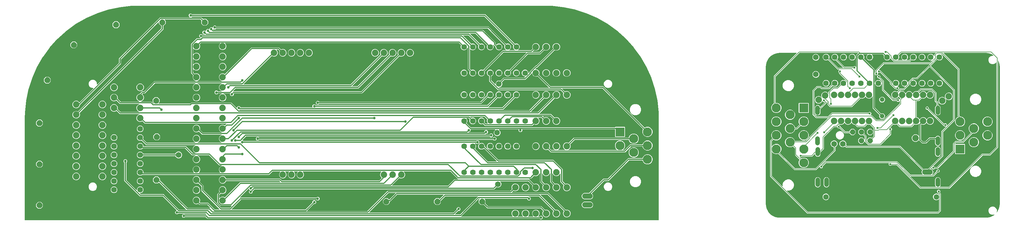
<source format=gbl>
%MOIN*%
%OFA0B0*%
%FSLAX34Y34*%
%IPPOS*%
%LPD*%
%AMOC8*
5,1,8,0,0,$1,22.5*%
%AMOC80*
5,1,8,0,0,$1,22.5*%
%ADD10C,0.052000000000000005*%
%ADD11C,0.074*%
%ADD12C,0.064*%
%ADD13C,0.052000000000000005*%
%ADD14C,0.065*%
%ADD15R,0.1033464566929134X0.1033464566929134*%
%ADD16C,0.1033464566929134*%
%ADD17P,0.068190551181102371X8X292.5*%
%ADD18C,0.063*%
%ADD19C,0.060000000000000005*%
%ADD20P,0.064943385826771657X8X22.5*%
%ADD21C,0.01968503937007874*%
%ADD22C,0.029779527559055118*%
%ADD23C,0.011811023622047244*%
%ADD24C,0.0078740157480314977*%
%ADD25C,0.0238740157480315*%
%ADD36P,0.07143775590551181X8X22.5*%
%ADD37C,0.074*%
%ADD38C,0.064*%
%ADD39C,0.065*%
%ADD40C,0.060000000000000005*%
%ADD41R,0.1033464566929134X0.1033464566929134*%
%ADD42C,0.1033464566929134*%
%ADD43C,0.012204724409448819*%
%ADD44C,0.029779527559055118*%
G75*
%LPD*%
G01*
G36*
X0116142Y0006279D02*
X0116142Y0006279D01*
X0116142Y0006279D01*
X0116348Y0006292D01*
X0116349Y0006293D01*
X0116351Y0006293D01*
X0116553Y0006333D01*
X0116554Y0006333D01*
X0116555Y0006333D01*
X0116750Y0006400D01*
X0116751Y0006400D01*
X0116751Y0006400D01*
X0116752Y0006400D01*
X0116753Y0006401D01*
X0116937Y0006492D01*
X0116938Y0006493D01*
X0116940Y0006493D01*
X0117111Y0006607D01*
X0117112Y0006609D01*
X0117114Y0006610D01*
X0117115Y0006612D01*
X0117116Y0006613D01*
X0117117Y0006615D01*
X0117118Y0006616D01*
X0117118Y0006618D01*
X0117119Y0006620D01*
X0117119Y0006622D01*
X0117120Y0006624D01*
X0117119Y0006626D01*
X0117119Y0006628D01*
X0117118Y0006630D01*
X0117118Y0006632D01*
X0117117Y0006634D01*
X0117116Y0006635D01*
X0117114Y0006637D01*
X0117113Y0006638D01*
X0117112Y0006639D01*
X0117110Y0006641D01*
X0117108Y0006642D01*
X0117107Y0006643D01*
X0117105Y0006643D01*
X0117103Y0006644D01*
X0117101Y0006643D01*
X0117099Y0006644D01*
X0117097Y0006643D01*
X0117095Y0006643D01*
X0117093Y0006643D01*
X0117092Y0006642D01*
X0117078Y0006637D01*
X0117030Y0006617D01*
X0117023Y0006614D01*
X0116835Y0006614D01*
X0116661Y0006686D01*
X0116528Y0006818D01*
X0116456Y0006992D01*
X0116456Y0007180D01*
X0116528Y0007354D01*
X0116661Y0007487D01*
X0116690Y0007499D01*
X0116690Y0007499D01*
X0116738Y0007518D01*
X0116786Y0007538D01*
X0116834Y0007558D01*
X0116835Y0007559D01*
X0117023Y0007559D01*
X0117196Y0007487D01*
X0117329Y0007354D01*
X0117401Y0007180D01*
X0117401Y0006992D01*
X0117372Y0006923D01*
X0117372Y0006921D01*
X0117371Y0006919D01*
X0117371Y0006917D01*
X0117371Y0006915D01*
X0117371Y0006913D01*
X0117371Y0006911D01*
X0117372Y0006909D01*
X0117372Y0006907D01*
X0117374Y0006906D01*
X0117374Y0006904D01*
X0117376Y0006902D01*
X0117377Y0006901D01*
X0117379Y0006900D01*
X0117380Y0006898D01*
X0117382Y0006898D01*
X0117384Y0006897D01*
X0117386Y0006896D01*
X0117387Y0006895D01*
X0117389Y0006896D01*
X0117391Y0006895D01*
X0117393Y0006896D01*
X0117395Y0006896D01*
X0117397Y0006897D01*
X0117399Y0006897D01*
X0117401Y0006898D01*
X0117403Y0006899D01*
X0117404Y0006901D01*
X0117405Y0006902D01*
X0117406Y0006903D01*
X0117407Y0006904D01*
X0117522Y0007075D01*
X0117522Y0007076D01*
X0117523Y0007077D01*
X0117614Y0007262D01*
X0117614Y0007263D01*
X0117615Y0007264D01*
X0117681Y0007460D01*
X0117681Y0007461D01*
X0117682Y0007462D01*
X0117722Y0007664D01*
X0117722Y0007665D01*
X0117722Y0007667D01*
X0117736Y0007872D01*
X0117736Y0007873D01*
X0117736Y0007874D01*
X0117736Y0023622D01*
X0117736Y0023622D01*
X0117736Y0023623D01*
X0117722Y0023828D01*
X0117722Y0023830D01*
X0117722Y0023831D01*
X0117682Y0024033D01*
X0117682Y0024034D01*
X0117681Y0024036D01*
X0117615Y0024231D01*
X0117614Y0024232D01*
X0117614Y0024233D01*
X0117578Y0024307D01*
X0117576Y0024309D01*
X0117574Y0024312D01*
X0117573Y0024312D01*
X0117573Y0024313D01*
X0117570Y0024315D01*
X0117567Y0024316D01*
X0117567Y0024317D01*
X0117566Y0024317D01*
X0117563Y0024317D01*
X0117559Y0024318D01*
X0117559Y0024318D01*
X0117558Y0024318D01*
X0117555Y0024317D01*
X0117552Y0024316D01*
X0117551Y0024316D01*
X0117551Y0024316D01*
X0117548Y0024314D01*
X0117545Y0024312D01*
X0117545Y0024311D01*
X0117544Y0024311D01*
X0117543Y0024308D01*
X0117541Y0024305D01*
X0117541Y0024304D01*
X0117541Y0024304D01*
X0117540Y0024302D01*
X0117540Y0024298D01*
X0117540Y0014363D01*
X0116614Y0013436D01*
X0115781Y0013436D01*
X0115781Y0013436D01*
X0115781Y0013436D01*
X0115777Y0013435D01*
X0115774Y0013435D01*
X0115773Y0013435D01*
X0115773Y0013434D01*
X0115767Y0013430D01*
X0111968Y0009631D01*
X0108605Y0009631D01*
X0105916Y0012321D01*
X0105915Y0012321D01*
X0105915Y0012321D01*
X0105912Y0012323D01*
X0105909Y0012325D01*
X0105909Y0012325D01*
X0105908Y0012325D01*
X0105901Y0012326D01*
X0105350Y0012326D01*
X0105350Y0012326D01*
X0105350Y0012326D01*
X0105346Y0012326D01*
X0105343Y0012325D01*
X0105342Y0012325D01*
X0105342Y0012325D01*
X0105336Y0012321D01*
X0105262Y0012246D01*
X0105113Y0012246D01*
X0105008Y0012352D01*
X0105008Y0012500D01*
X0105019Y0012511D01*
X0105019Y0012511D01*
X0105019Y0012511D01*
X0105022Y0012514D01*
X0105024Y0012518D01*
X0105024Y0012518D01*
X0105024Y0012518D01*
X0105024Y0012522D01*
X0105025Y0012525D01*
X0105025Y0012525D01*
X0105025Y0012526D01*
X0105024Y0012529D01*
X0105024Y0012533D01*
X0105023Y0012533D01*
X0105023Y0012533D01*
X0105021Y0012536D01*
X0105019Y0012540D01*
X0105019Y0012540D01*
X0105019Y0012540D01*
X0105016Y0012542D01*
X0105012Y0012544D01*
X0105012Y0012544D01*
X0105012Y0012544D01*
X0105005Y0012545D01*
X0097825Y0012545D01*
X0097825Y0012545D01*
X0097825Y0012545D01*
X0097821Y0012544D01*
X0097817Y0012544D01*
X0097817Y0012543D01*
X0097817Y0012543D01*
X0097811Y0012539D01*
X0097465Y0012193D01*
X0097465Y0012193D01*
X0097464Y0012193D01*
X0097462Y0012189D01*
X0097460Y0012186D01*
X0097460Y0012186D01*
X0097460Y0012186D01*
X0097459Y0012179D01*
X0097459Y0012074D01*
X0097354Y0011969D01*
X0097205Y0011969D01*
X0097100Y0012074D01*
X0097100Y0012127D01*
X0097100Y0012127D01*
X0097100Y0012127D01*
X0097099Y0012131D01*
X0097099Y0012135D01*
X0097099Y0012135D01*
X0097099Y0012135D01*
X0097096Y0012138D01*
X0097094Y0012141D01*
X0097094Y0012141D01*
X0097094Y0012141D01*
X0097091Y0012143D01*
X0097088Y0012146D01*
X0097087Y0012146D01*
X0097087Y0012146D01*
X0097084Y0012146D01*
X0097080Y0012147D01*
X0097080Y0012147D01*
X0097080Y0012147D01*
X0097076Y0012146D01*
X0097072Y0012145D01*
X0097072Y0012145D01*
X0097072Y0012145D01*
X0097066Y0012141D01*
X0096760Y0011836D01*
X0096696Y0011771D01*
X0094186Y0011771D01*
X0092335Y0013622D01*
X0092335Y0013622D01*
X0092335Y0013622D01*
X0092335Y0013622D01*
X0092335Y0013623D01*
X0092332Y0013624D01*
X0092329Y0013626D01*
X0092329Y0013627D01*
X0092328Y0013627D01*
X0092327Y0013627D01*
X0092322Y0013628D01*
X0092321Y0013628D01*
X0092321Y0013628D01*
X0092321Y0013628D01*
X0092314Y0013626D01*
X0092313Y0013626D01*
X0092265Y0013606D01*
X0092265Y0013606D01*
X0092240Y0013596D01*
X0092011Y0013596D01*
X0091799Y0013684D01*
X0091643Y0013840D01*
X0091643Y0013840D01*
X0091643Y0013840D01*
X0091640Y0013842D01*
X0091636Y0013844D01*
X0091636Y0013844D01*
X0091636Y0013844D01*
X0091632Y0013845D01*
X0091629Y0013846D01*
X0091628Y0013846D01*
X0091628Y0013846D01*
X0091625Y0013845D01*
X0091621Y0013844D01*
X0091621Y0013844D01*
X0091621Y0013844D01*
X0091617Y0013842D01*
X0091614Y0013839D01*
X0091614Y0013839D01*
X0091614Y0013839D01*
X0091612Y0013836D01*
X0091610Y0013833D01*
X0091610Y0013833D01*
X0091610Y0013833D01*
X0091609Y0013826D01*
X0091609Y0011122D01*
X0091609Y0011122D01*
X0091609Y0011121D01*
X0091610Y0011118D01*
X0091610Y0011114D01*
X0091611Y0011114D01*
X0091611Y0011114D01*
X0091615Y0011108D01*
X0092830Y0009892D01*
X0092830Y0009892D01*
X0092830Y0009892D01*
X0092833Y0009890D01*
X0092837Y0009888D01*
X0092837Y0009888D01*
X0092837Y0009888D01*
X0092840Y0009887D01*
X0092844Y0009887D01*
X0092844Y0009887D01*
X0092844Y0009887D01*
X0092848Y0009887D01*
X0092852Y0009888D01*
X0092852Y0009888D01*
X0092852Y0009888D01*
X0092855Y0009890D01*
X0092859Y0009893D01*
X0092859Y0009893D01*
X0092859Y0009893D01*
X0092861Y0009896D01*
X0092863Y0009899D01*
X0092863Y0009899D01*
X0092863Y0009900D01*
X0092863Y0009903D01*
X0092864Y0009907D01*
X0092864Y0009907D01*
X0092864Y0009907D01*
X0092864Y0009909D01*
X0092864Y0010166D01*
X0092961Y0010401D01*
X0093141Y0010581D01*
X0093172Y0010594D01*
X0093220Y0010614D01*
X0093268Y0010634D01*
X0093268Y0010634D01*
X0093316Y0010654D01*
X0093364Y0010674D01*
X0093376Y0010679D01*
X0093631Y0010679D01*
X0093866Y0010581D01*
X0094046Y0010401D01*
X0094143Y0010166D01*
X0094143Y0009912D01*
X0094046Y0009676D01*
X0093866Y0009496D01*
X0093856Y0009492D01*
X0093808Y0009472D01*
X0093760Y0009452D01*
X0093711Y0009432D01*
X0093663Y0009413D01*
X0093663Y0009413D01*
X0093631Y0009399D01*
X0093373Y0009399D01*
X0093371Y0009400D01*
X0093371Y0009399D01*
X0093371Y0009400D01*
X0093367Y0009399D01*
X0093363Y0009398D01*
X0093363Y0009398D01*
X0093363Y0009398D01*
X0093360Y0009396D01*
X0093357Y0009393D01*
X0093357Y0009393D01*
X0093357Y0009393D01*
X0093355Y0009390D01*
X0093353Y0009387D01*
X0093353Y0009387D01*
X0093352Y0009387D01*
X0093352Y0009383D01*
X0093351Y0009379D01*
X0093351Y0009379D01*
X0093351Y0009379D01*
X0093352Y0009375D01*
X0093353Y0009371D01*
X0093353Y0009371D01*
X0093353Y0009371D01*
X0093357Y0009365D01*
X0095760Y0006963D01*
X0095760Y0006963D01*
X0095760Y0006962D01*
X0095763Y0006960D01*
X0095766Y0006958D01*
X0095767Y0006958D01*
X0095767Y0006958D01*
X0095774Y0006957D01*
X0110594Y0006957D01*
X0110594Y0006957D01*
X0110595Y0006957D01*
X0110598Y0006958D01*
X0110602Y0006959D01*
X0110602Y0006959D01*
X0110602Y0006959D01*
X0110608Y0006963D01*
X0110781Y0007136D01*
X0110781Y0007136D01*
X0110781Y0007136D01*
X0110783Y0007139D01*
X0110785Y0007142D01*
X0110785Y0007142D01*
X0110786Y0007143D01*
X0110787Y0007150D01*
X0110787Y0008408D01*
X0110787Y0008408D01*
X0110787Y0008408D01*
X0110786Y0008412D01*
X0110785Y0008416D01*
X0110785Y0008416D01*
X0110785Y0008416D01*
X0110783Y0008419D01*
X0110781Y0008423D01*
X0110781Y0008423D01*
X0110781Y0008423D01*
X0110777Y0008425D01*
X0110774Y0008427D01*
X0110774Y0008427D01*
X0110774Y0008427D01*
X0110770Y0008428D01*
X0110767Y0008428D01*
X0110766Y0008428D01*
X0110766Y0008428D01*
X0110763Y0008427D01*
X0110759Y0008427D01*
X0110759Y0008427D01*
X0110759Y0008427D01*
X0110753Y0008422D01*
X0110684Y0008354D01*
X0110636Y0008334D01*
X0110588Y0008314D01*
X0110547Y0008297D01*
X0110397Y0008297D01*
X0110260Y0008354D01*
X0110154Y0008460D01*
X0110097Y0008597D01*
X0110097Y0008747D01*
X0110154Y0008884D01*
X0110260Y0008990D01*
X0110275Y0008996D01*
X0110323Y0009016D01*
X0110371Y0009036D01*
X0110371Y0009036D01*
X0110397Y0009047D01*
X0110547Y0009047D01*
X0110684Y0008990D01*
X0110753Y0008921D01*
X0110753Y0008921D01*
X0110753Y0008921D01*
X0110756Y0008919D01*
X0110759Y0008917D01*
X0110760Y0008917D01*
X0110760Y0008917D01*
X0110763Y0008916D01*
X0110767Y0008916D01*
X0110767Y0008916D01*
X0110767Y0008916D01*
X0110771Y0008916D01*
X0110775Y0008917D01*
X0110775Y0008917D01*
X0110775Y0008917D01*
X0110778Y0008920D01*
X0110781Y0008922D01*
X0110781Y0008922D01*
X0110781Y0008922D01*
X0110783Y0008925D01*
X0110786Y0008928D01*
X0110786Y0008928D01*
X0110786Y0008929D01*
X0110787Y0008936D01*
X0110787Y0008967D01*
X0110787Y0008967D01*
X0110787Y0008968D01*
X0110786Y0008971D01*
X0110785Y0008975D01*
X0110785Y0008975D01*
X0110785Y0008975D01*
X0110781Y0008981D01*
X0110638Y0009124D01*
X0110638Y0009142D01*
X0110638Y0009142D01*
X0110638Y0009142D01*
X0110637Y0009146D01*
X0110636Y0009149D01*
X0110636Y0009150D01*
X0110636Y0009150D01*
X0110632Y0009156D01*
X0110558Y0009230D01*
X0110558Y0009378D01*
X0110663Y0009484D01*
X0110812Y0009484D01*
X0110917Y0009378D01*
X0110917Y0009230D01*
X0110879Y0009192D01*
X0110879Y0009192D01*
X0110879Y0009192D01*
X0110877Y0009189D01*
X0110875Y0009186D01*
X0110875Y0009186D01*
X0110875Y0009185D01*
X0110874Y0009182D01*
X0110873Y0009178D01*
X0110873Y0009178D01*
X0110873Y0009178D01*
X0110874Y0009174D01*
X0110875Y0009170D01*
X0110875Y0009170D01*
X0110875Y0009170D01*
X0110879Y0009164D01*
X0110986Y0009058D01*
X0110986Y0007059D01*
X0110685Y0006758D01*
X0095683Y0006758D01*
X0091410Y0011031D01*
X0091410Y0015173D01*
X0091633Y0015396D01*
X0091634Y0015396D01*
X0091634Y0015396D01*
X0091636Y0015400D01*
X0091638Y0015403D01*
X0091638Y0015403D01*
X0091638Y0015403D01*
X0091639Y0015407D01*
X0091639Y0015410D01*
X0091639Y0015411D01*
X0091639Y0015411D01*
X0091638Y0015418D01*
X0091549Y0015633D01*
X0091549Y0015862D01*
X0091637Y0016074D01*
X0091799Y0016236D01*
X0091821Y0016246D01*
X0091821Y0016246D01*
X0091869Y0016266D01*
X0091917Y0016286D01*
X0091965Y0016305D01*
X0092011Y0016324D01*
X0092240Y0016324D01*
X0092452Y0016236D01*
X0092614Y0016074D01*
X0092702Y0015862D01*
X0092702Y0015633D01*
X0092614Y0015421D01*
X0092452Y0015259D01*
X0092417Y0015244D01*
X0092369Y0015224D01*
X0092320Y0015204D01*
X0092272Y0015184D01*
X0092240Y0015171D01*
X0092011Y0015171D01*
X0091796Y0015260D01*
X0091796Y0015260D01*
X0091795Y0015260D01*
X0091792Y0015261D01*
X0091788Y0015261D01*
X0091788Y0015261D01*
X0091788Y0015261D01*
X0091784Y0015260D01*
X0091780Y0015260D01*
X0091780Y0015260D01*
X0091780Y0015260D01*
X0091774Y0015255D01*
X0091615Y0015096D01*
X0091614Y0015096D01*
X0091614Y0015096D01*
X0091612Y0015093D01*
X0091610Y0015090D01*
X0091610Y0015089D01*
X0091610Y0015089D01*
X0091609Y0015082D01*
X0091609Y0014520D01*
X0091609Y0014520D01*
X0091609Y0014520D01*
X0091610Y0014516D01*
X0091610Y0014512D01*
X0091610Y0014512D01*
X0091610Y0014512D01*
X0091613Y0014509D01*
X0091615Y0014506D01*
X0091615Y0014506D01*
X0091615Y0014505D01*
X0091618Y0014503D01*
X0091621Y0014501D01*
X0091622Y0014501D01*
X0091622Y0014501D01*
X0091625Y0014501D01*
X0091629Y0014500D01*
X0091629Y0014500D01*
X0091629Y0014500D01*
X0091633Y0014501D01*
X0091637Y0014502D01*
X0091637Y0014502D01*
X0091637Y0014502D01*
X0091643Y0014506D01*
X0091799Y0014662D01*
X0091814Y0014668D01*
X0091862Y0014688D01*
X0091862Y0014688D01*
X0091910Y0014708D01*
X0091958Y0014728D01*
X0092007Y0014748D01*
X0092011Y0014750D01*
X0092240Y0014750D01*
X0092452Y0014662D01*
X0092614Y0014499D01*
X0092702Y0014287D01*
X0092702Y0014058D01*
X0092614Y0013846D01*
X0092518Y0013749D01*
X0092518Y0013749D01*
X0092517Y0013749D01*
X0092515Y0013746D01*
X0092513Y0013743D01*
X0092513Y0013742D01*
X0092513Y0013742D01*
X0092513Y0013739D01*
X0092512Y0013735D01*
X0092512Y0013735D01*
X0092512Y0013735D01*
X0092513Y0013731D01*
X0092513Y0013727D01*
X0092514Y0013727D01*
X0092514Y0013727D01*
X0092518Y0013721D01*
X0094263Y0011976D01*
X0094263Y0011976D01*
X0094263Y0011976D01*
X0094263Y0011976D01*
X0094263Y0011976D01*
X0094266Y0011974D01*
X0094269Y0011972D01*
X0094270Y0011972D01*
X0094270Y0011972D01*
X0094277Y0011970D01*
X0096606Y0011970D01*
X0096606Y0011970D01*
X0096606Y0011970D01*
X0096610Y0011971D01*
X0096614Y0011972D01*
X0096614Y0011972D01*
X0096614Y0011972D01*
X0096620Y0011976D01*
X0098700Y0014057D01*
X0098701Y0014057D01*
X0098701Y0014057D01*
X0098703Y0014060D01*
X0098705Y0014063D01*
X0098705Y0014064D01*
X0098705Y0014064D01*
X0098706Y0014071D01*
X0098706Y0014358D01*
X0098706Y0014358D01*
X0098706Y0014359D01*
X0098705Y0014362D01*
X0098705Y0014366D01*
X0098705Y0014366D01*
X0098705Y0014366D01*
X0098702Y0014369D01*
X0098700Y0014373D01*
X0098700Y0014373D01*
X0098700Y0014373D01*
X0098697Y0014375D01*
X0098694Y0014377D01*
X0098694Y0014377D01*
X0098693Y0014377D01*
X0098686Y0014378D01*
X0098675Y0014378D01*
X0098533Y0014437D01*
X0098425Y0014545D01*
X0098366Y0014687D01*
X0098366Y0014840D01*
X0098425Y0014981D01*
X0098533Y0015090D01*
X0098576Y0015107D01*
X0098624Y0015127D01*
X0098624Y0015127D01*
X0098672Y0015147D01*
X0098675Y0015148D01*
X0098828Y0015148D01*
X0098970Y0015090D01*
X0099078Y0014981D01*
X0099137Y0014840D01*
X0099137Y0014687D01*
X0099078Y0014545D01*
X0098970Y0014437D01*
X0098941Y0014425D01*
X0098917Y0014415D01*
X0098917Y0014415D01*
X0098917Y0014415D01*
X0098914Y0014413D01*
X0098911Y0014411D01*
X0098911Y0014411D01*
X0098911Y0014411D01*
X0098909Y0014407D01*
X0098907Y0014404D01*
X0098907Y0014404D01*
X0098906Y0014404D01*
X0098905Y0014397D01*
X0098905Y0013980D01*
X0097287Y0012362D01*
X0097287Y0012362D01*
X0097287Y0012362D01*
X0097285Y0012358D01*
X0097282Y0012355D01*
X0097282Y0012355D01*
X0097282Y0012355D01*
X0097282Y0012351D01*
X0097281Y0012347D01*
X0097281Y0012347D01*
X0097281Y0012347D01*
X0097282Y0012343D01*
X0097283Y0012340D01*
X0097283Y0012340D01*
X0097283Y0012340D01*
X0097285Y0012336D01*
X0097287Y0012333D01*
X0097287Y0012333D01*
X0097287Y0012333D01*
X0097290Y0012331D01*
X0097294Y0012329D01*
X0097294Y0012329D01*
X0097294Y0012329D01*
X0097301Y0012328D01*
X0097310Y0012328D01*
X0097310Y0012328D01*
X0097311Y0012328D01*
X0097314Y0012329D01*
X0097318Y0012329D01*
X0097318Y0012329D01*
X0097318Y0012330D01*
X0097324Y0012334D01*
X0097735Y0012744D01*
X0105981Y0012744D01*
X0107496Y0011229D01*
X0107497Y0011229D01*
X0107497Y0011229D01*
X0107500Y0011227D01*
X0107503Y0011225D01*
X0107503Y0011225D01*
X0107503Y0011224D01*
X0107510Y0011223D01*
X0108891Y0011223D01*
X0108891Y0011223D01*
X0108891Y0011223D01*
X0108895Y0011224D01*
X0108899Y0011225D01*
X0108899Y0011225D01*
X0108899Y0011225D01*
X0108902Y0011227D01*
X0108905Y0011229D01*
X0108905Y0011229D01*
X0108905Y0011229D01*
X0108907Y0011233D01*
X0108910Y0011236D01*
X0108910Y0011236D01*
X0108910Y0011236D01*
X0108910Y0011240D01*
X0108911Y0011244D01*
X0108911Y0011244D01*
X0108911Y0011244D01*
X0108910Y0011247D01*
X0108909Y0011251D01*
X0108909Y0011251D01*
X0108909Y0011251D01*
X0108905Y0011257D01*
X0108843Y0011319D01*
X0108788Y0011452D01*
X0108788Y0011595D01*
X0108844Y0011730D01*
X0108846Y0011732D01*
X0108846Y0011732D01*
X0108846Y0011732D01*
X0108846Y0011736D01*
X0108847Y0011740D01*
X0108847Y0011740D01*
X0108847Y0011740D01*
X0108846Y0011744D01*
X0108845Y0011747D01*
X0108845Y0011747D01*
X0108845Y0011748D01*
X0108841Y0011753D01*
X0106262Y0014332D01*
X0106262Y0014332D01*
X0106262Y0014333D01*
X0106259Y0014335D01*
X0106256Y0014337D01*
X0106255Y0014337D01*
X0106255Y0014337D01*
X0106248Y0014338D01*
X0100152Y0014338D01*
X0100026Y0014465D01*
X0100025Y0014465D01*
X0100025Y0014465D01*
X0100022Y0014467D01*
X0100019Y0014469D01*
X0100019Y0014469D01*
X0100019Y0014469D01*
X0100015Y0014470D01*
X0100011Y0014470D01*
X0100011Y0014470D01*
X0100011Y0014470D01*
X0100007Y0014470D01*
X0100003Y0014469D01*
X0100003Y0014469D01*
X0100003Y0014469D01*
X0099997Y0014465D01*
X0099970Y0014437D01*
X0099941Y0014425D01*
X0099941Y0014425D01*
X0099893Y0014405D01*
X0099845Y0014385D01*
X0099828Y0014378D01*
X0099675Y0014378D01*
X0099533Y0014437D01*
X0099425Y0014545D01*
X0099366Y0014687D01*
X0099366Y0014840D01*
X0099425Y0014981D01*
X0099533Y0015090D01*
X0099576Y0015107D01*
X0099624Y0015127D01*
X0099624Y0015127D01*
X0099672Y0015147D01*
X0099675Y0015148D01*
X0099828Y0015148D01*
X0099970Y0015090D01*
X0100078Y0014981D01*
X0100137Y0014840D01*
X0100137Y0014687D01*
X0100126Y0014662D01*
X0100126Y0014662D01*
X0100126Y0014662D01*
X0100126Y0014658D01*
X0100125Y0014655D01*
X0100125Y0014654D01*
X0100125Y0014654D01*
X0100126Y0014650D01*
X0100126Y0014647D01*
X0100127Y0014647D01*
X0100127Y0014646D01*
X0100131Y0014640D01*
X0100228Y0014543D01*
X0100229Y0014543D01*
X0100229Y0014542D01*
X0100232Y0014540D01*
X0100235Y0014538D01*
X0100235Y0014538D01*
X0100236Y0014538D01*
X0100243Y0014537D01*
X0106339Y0014537D01*
X0106403Y0014473D01*
X0109008Y0011868D01*
X0109008Y0011868D01*
X0109008Y0011868D01*
X0109011Y0011866D01*
X0109014Y0011864D01*
X0109015Y0011864D01*
X0109015Y0011863D01*
X0109019Y0011863D01*
X0109022Y0011862D01*
X0109022Y0011862D01*
X0109023Y0011862D01*
X0109030Y0011864D01*
X0109050Y0011872D01*
X0109077Y0011883D01*
X0109491Y0011883D01*
X0109491Y0011883D01*
X0109492Y0011883D01*
X0109495Y0011884D01*
X0109499Y0011885D01*
X0109499Y0011885D01*
X0109499Y0011885D01*
X0109505Y0011889D01*
X0111048Y0013432D01*
X0111049Y0013433D01*
X0111049Y0013433D01*
X0111051Y0013436D01*
X0111053Y0013439D01*
X0111053Y0013439D01*
X0111053Y0013439D01*
X0111054Y0013446D01*
X0111054Y0016213D01*
X0111118Y0016277D01*
X0111563Y0016721D01*
X0111563Y0016721D01*
X0111563Y0016722D01*
X0111565Y0016725D01*
X0111567Y0016728D01*
X0111567Y0016728D01*
X0111567Y0016728D01*
X0111568Y0016732D01*
X0111568Y0016736D01*
X0111568Y0016736D01*
X0111568Y0016736D01*
X0111568Y0016740D01*
X0111567Y0016743D01*
X0111567Y0016743D01*
X0111567Y0016744D01*
X0111564Y0016747D01*
X0111562Y0016750D01*
X0111562Y0016750D01*
X0111562Y0016750D01*
X0111559Y0016752D01*
X0111556Y0016754D01*
X0111556Y0016754D01*
X0111555Y0016754D01*
X0111548Y0016755D01*
X0111426Y0016755D01*
X0111352Y0016830D01*
X0111352Y0016830D01*
X0111352Y0016830D01*
X0111348Y0016832D01*
X0111345Y0016834D01*
X0111345Y0016834D01*
X0111345Y0016834D01*
X0111338Y0016835D01*
X0111321Y0016835D01*
X0111256Y0016900D01*
X0109464Y0018692D01*
X0109464Y0018692D01*
X0109464Y0018692D01*
X0109460Y0018694D01*
X0109457Y0018696D01*
X0109457Y0018696D01*
X0109457Y0018697D01*
X0109450Y0018698D01*
X0109345Y0018698D01*
X0109240Y0018803D01*
X0109240Y0018952D01*
X0109345Y0019057D01*
X0109494Y0019057D01*
X0109599Y0018952D01*
X0109599Y0018847D01*
X0109599Y0018846D01*
X0109599Y0018846D01*
X0109600Y0018843D01*
X0109600Y0018839D01*
X0109600Y0018839D01*
X0109601Y0018838D01*
X0109605Y0018833D01*
X0111360Y0017077D01*
X0111361Y0017077D01*
X0111361Y0017076D01*
X0111364Y0017074D01*
X0111367Y0017072D01*
X0111367Y0017072D01*
X0111367Y0017072D01*
X0111371Y0017072D01*
X0111375Y0017071D01*
X0111375Y0017071D01*
X0111375Y0017071D01*
X0111379Y0017072D01*
X0111382Y0017073D01*
X0111383Y0017073D01*
X0111383Y0017073D01*
X0111389Y0017077D01*
X0111426Y0017114D01*
X0111575Y0017114D01*
X0111680Y0017009D01*
X0111680Y0016887D01*
X0111680Y0016887D01*
X0111680Y0016887D01*
X0111681Y0016883D01*
X0111681Y0016879D01*
X0111681Y0016879D01*
X0111681Y0016879D01*
X0111684Y0016876D01*
X0111686Y0016873D01*
X0111686Y0016872D01*
X0111686Y0016872D01*
X0111689Y0016870D01*
X0111692Y0016868D01*
X0111693Y0016868D01*
X0111693Y0016868D01*
X0111696Y0016868D01*
X0111700Y0016867D01*
X0111700Y0016867D01*
X0111700Y0016867D01*
X0111704Y0016868D01*
X0111708Y0016869D01*
X0111708Y0016869D01*
X0111708Y0016869D01*
X0111714Y0016873D01*
X0112366Y0017525D01*
X0112367Y0017525D01*
X0112367Y0017526D01*
X0112369Y0017529D01*
X0112371Y0017532D01*
X0112371Y0017532D01*
X0112371Y0017532D01*
X0112372Y0017539D01*
X0112372Y0020909D01*
X0112372Y0020909D01*
X0112372Y0020910D01*
X0112371Y0020913D01*
X0112371Y0020917D01*
X0112370Y0020917D01*
X0112370Y0020917D01*
X0112366Y0020923D01*
X0109711Y0023578D01*
X0109711Y0023579D01*
X0109711Y0023579D01*
X0109707Y0023581D01*
X0109704Y0023583D01*
X0109704Y0023583D01*
X0109704Y0023583D01*
X0109700Y0023584D01*
X0109697Y0023584D01*
X0109696Y0023584D01*
X0109696Y0023584D01*
X0109693Y0023583D01*
X0109689Y0023583D01*
X0109689Y0023583D01*
X0109689Y0023582D01*
X0109683Y0023578D01*
X0108281Y0022177D01*
X0107835Y0022177D01*
X0107835Y0022177D01*
X0107834Y0022177D01*
X0107831Y0022176D01*
X0107827Y0022175D01*
X0107827Y0022175D01*
X0107827Y0022175D01*
X0107821Y0022171D01*
X0107792Y0022142D01*
X0107792Y0022142D01*
X0107792Y0022142D01*
X0107790Y0022139D01*
X0107787Y0022135D01*
X0107787Y0022135D01*
X0107787Y0022135D01*
X0107787Y0022131D01*
X0107786Y0022128D01*
X0107786Y0022128D01*
X0107786Y0022127D01*
X0107787Y0022124D01*
X0107788Y0022120D01*
X0107788Y0022120D01*
X0107788Y0022120D01*
X0107790Y0022117D01*
X0107792Y0022113D01*
X0107792Y0022113D01*
X0107792Y0022113D01*
X0107796Y0022111D01*
X0107799Y0022109D01*
X0107799Y0022109D01*
X0107799Y0022109D01*
X0107806Y0022108D01*
X0107906Y0022108D01*
X0108045Y0022050D01*
X0108152Y0021943D01*
X0108210Y0021803D01*
X0108210Y0021652D01*
X0108152Y0021513D01*
X0108045Y0021406D01*
X0108019Y0021395D01*
X0107971Y0021375D01*
X0107923Y0021355D01*
X0107906Y0021348D01*
X0107755Y0021348D01*
X0107615Y0021406D01*
X0107508Y0021513D01*
X0107450Y0021652D01*
X0107450Y0021752D01*
X0107450Y0021752D01*
X0107450Y0021752D01*
X0107449Y0021756D01*
X0107449Y0021760D01*
X0107449Y0021760D01*
X0107449Y0021760D01*
X0107446Y0021763D01*
X0107444Y0021766D01*
X0107444Y0021766D01*
X0107444Y0021767D01*
X0107441Y0021769D01*
X0107438Y0021771D01*
X0107437Y0021771D01*
X0107437Y0021771D01*
X0107434Y0021771D01*
X0107430Y0021772D01*
X0107430Y0021772D01*
X0107430Y0021772D01*
X0107426Y0021771D01*
X0107422Y0021770D01*
X0107422Y0021770D01*
X0107422Y0021770D01*
X0107416Y0021766D01*
X0107379Y0021729D01*
X0107379Y0021729D01*
X0107378Y0021728D01*
X0107376Y0021725D01*
X0107374Y0021722D01*
X0107374Y0021722D01*
X0107374Y0021722D01*
X0107373Y0021715D01*
X0107373Y0021537D01*
X0106764Y0020928D01*
X0106425Y0020928D01*
X0106425Y0020928D01*
X0106425Y0020928D01*
X0106421Y0020927D01*
X0106417Y0020927D01*
X0106417Y0020927D01*
X0106417Y0020926D01*
X0106411Y0020922D01*
X0106282Y0020794D01*
X0106282Y0020794D01*
X0106282Y0020794D01*
X0106280Y0020791D01*
X0106278Y0020787D01*
X0106278Y0020787D01*
X0106278Y0020787D01*
X0106277Y0020783D01*
X0106277Y0020780D01*
X0106277Y0020780D01*
X0106277Y0020779D01*
X0106277Y0020776D01*
X0106278Y0020772D01*
X0106278Y0020772D01*
X0106278Y0020772D01*
X0106280Y0020769D01*
X0106283Y0020765D01*
X0106283Y0020765D01*
X0106283Y0020765D01*
X0106286Y0020763D01*
X0106289Y0020761D01*
X0106289Y0020761D01*
X0106289Y0020761D01*
X0106293Y0020760D01*
X0106297Y0020760D01*
X0106297Y0020760D01*
X0106297Y0020760D01*
X0106304Y0020761D01*
X0106347Y0020779D01*
X0106395Y0020799D01*
X0106443Y0020819D01*
X0106463Y0020827D01*
X0106634Y0020827D01*
X0106792Y0020762D01*
X0106913Y0020641D01*
X0106932Y0020595D01*
X0106932Y0020595D01*
X0106932Y0020595D01*
X0106934Y0020592D01*
X0106937Y0020589D01*
X0106937Y0020589D01*
X0106937Y0020589D01*
X0106940Y0020587D01*
X0106943Y0020584D01*
X0106943Y0020584D01*
X0106943Y0020584D01*
X0106947Y0020584D01*
X0106951Y0020583D01*
X0106951Y0020583D01*
X0106951Y0020583D01*
X0106955Y0020584D01*
X0106959Y0020585D01*
X0106959Y0020585D01*
X0106959Y0020585D01*
X0106962Y0020587D01*
X0106965Y0020589D01*
X0106965Y0020589D01*
X0106965Y0020589D01*
X0106969Y0020595D01*
X0106988Y0020641D01*
X0107109Y0020762D01*
X0107150Y0020779D01*
X0107198Y0020799D01*
X0107247Y0020819D01*
X0107267Y0020827D01*
X0107438Y0020827D01*
X0107596Y0020762D01*
X0107717Y0020641D01*
X0107736Y0020595D01*
X0107736Y0020595D01*
X0107736Y0020595D01*
X0107738Y0020592D01*
X0107740Y0020589D01*
X0107740Y0020589D01*
X0107740Y0020589D01*
X0107744Y0020587D01*
X0107747Y0020584D01*
X0107747Y0020584D01*
X0107747Y0020584D01*
X0107751Y0020584D01*
X0107755Y0020583D01*
X0107755Y0020583D01*
X0107755Y0020583D01*
X0107759Y0020584D01*
X0107762Y0020585D01*
X0107762Y0020585D01*
X0107762Y0020585D01*
X0107766Y0020587D01*
X0107769Y0020589D01*
X0107769Y0020589D01*
X0107769Y0020589D01*
X0107773Y0020595D01*
X0107791Y0020641D01*
X0107912Y0020762D01*
X0107954Y0020779D01*
X0107954Y0020779D01*
X0108002Y0020799D01*
X0108050Y0020819D01*
X0108070Y0020827D01*
X0108242Y0020827D01*
X0108281Y0020811D01*
X0108282Y0020811D01*
X0108282Y0020811D01*
X0108285Y0020810D01*
X0108289Y0020809D01*
X0108289Y0020809D01*
X0108290Y0020809D01*
X0108293Y0020810D01*
X0108297Y0020811D01*
X0108297Y0020811D01*
X0108297Y0020811D01*
X0108303Y0020815D01*
X0108615Y0021127D01*
X0110015Y0021127D01*
X0110490Y0020653D01*
X0110490Y0019759D01*
X0110490Y0019759D01*
X0110490Y0019758D01*
X0110491Y0019755D01*
X0110491Y0019751D01*
X0110492Y0019751D01*
X0110492Y0019751D01*
X0110496Y0019745D01*
X0110698Y0019543D01*
X0110698Y0019226D01*
X0110698Y0019226D01*
X0110698Y0019225D01*
X0110699Y0019222D01*
X0110700Y0019218D01*
X0110700Y0019218D01*
X0110700Y0019218D01*
X0110702Y0019215D01*
X0110704Y0019212D01*
X0110704Y0019211D01*
X0110704Y0019211D01*
X0110710Y0019207D01*
X0110823Y0019161D01*
X0110913Y0019071D01*
X0110961Y0018953D01*
X0110961Y0018306D01*
X0110913Y0018188D01*
X0110823Y0018098D01*
X0110778Y0018080D01*
X0110730Y0018060D01*
X0110705Y0018050D01*
X0110578Y0018050D01*
X0110460Y0018098D01*
X0110370Y0018188D01*
X0110321Y0018306D01*
X0110321Y0018953D01*
X0110370Y0019071D01*
X0110460Y0019161D01*
X0110461Y0019161D01*
X0110487Y0019172D01*
X0110487Y0019172D01*
X0110487Y0019172D01*
X0110490Y0019174D01*
X0110493Y0019176D01*
X0110494Y0019177D01*
X0110494Y0019177D01*
X0110496Y0019180D01*
X0110498Y0019183D01*
X0110498Y0019183D01*
X0110498Y0019184D01*
X0110499Y0019190D01*
X0110499Y0019452D01*
X0110499Y0019452D01*
X0110499Y0019453D01*
X0110498Y0019456D01*
X0110498Y0019460D01*
X0110497Y0019460D01*
X0110497Y0019460D01*
X0110493Y0019466D01*
X0110291Y0019668D01*
X0110291Y0020562D01*
X0110291Y0020562D01*
X0110291Y0020563D01*
X0110290Y0020566D01*
X0110290Y0020570D01*
X0110289Y0020570D01*
X0110289Y0020570D01*
X0110285Y0020576D01*
X0109939Y0020922D01*
X0109939Y0020923D01*
X0109939Y0020923D01*
X0109935Y0020925D01*
X0109932Y0020927D01*
X0109932Y0020927D01*
X0109932Y0020927D01*
X0109925Y0020928D01*
X0108706Y0020928D01*
X0108705Y0020928D01*
X0108705Y0020928D01*
X0108702Y0020927D01*
X0108698Y0020927D01*
X0108698Y0020927D01*
X0108697Y0020926D01*
X0108692Y0020922D01*
X0108479Y0020710D01*
X0108479Y0020710D01*
X0108479Y0020710D01*
X0108477Y0020707D01*
X0108475Y0020704D01*
X0108475Y0020703D01*
X0108475Y0020703D01*
X0108474Y0020700D01*
X0108474Y0020696D01*
X0108474Y0020696D01*
X0108474Y0020695D01*
X0108474Y0020692D01*
X0108475Y0020688D01*
X0108475Y0020688D01*
X0108475Y0020688D01*
X0108479Y0020682D01*
X0108521Y0020641D01*
X0108539Y0020595D01*
X0108539Y0020595D01*
X0108540Y0020595D01*
X0108542Y0020592D01*
X0108544Y0020589D01*
X0108544Y0020589D01*
X0108544Y0020589D01*
X0108547Y0020587D01*
X0108550Y0020584D01*
X0108551Y0020584D01*
X0108551Y0020584D01*
X0108554Y0020584D01*
X0108558Y0020583D01*
X0108558Y0020583D01*
X0108558Y0020583D01*
X0108562Y0020584D01*
X0108566Y0020585D01*
X0108566Y0020585D01*
X0108566Y0020585D01*
X0108569Y0020587D01*
X0108572Y0020589D01*
X0108572Y0020589D01*
X0108572Y0020589D01*
X0108576Y0020595D01*
X0108595Y0020641D01*
X0108716Y0020762D01*
X0108758Y0020779D01*
X0108806Y0020799D01*
X0108806Y0020799D01*
X0108854Y0020819D01*
X0108874Y0020827D01*
X0109045Y0020827D01*
X0109203Y0020762D01*
X0109324Y0020641D01*
X0109343Y0020595D01*
X0109343Y0020595D01*
X0109343Y0020595D01*
X0109345Y0020592D01*
X0109347Y0020589D01*
X0109348Y0020589D01*
X0109348Y0020589D01*
X0109351Y0020587D01*
X0109354Y0020584D01*
X0109354Y0020584D01*
X0109354Y0020584D01*
X0109358Y0020584D01*
X0109362Y0020583D01*
X0109362Y0020583D01*
X0109362Y0020583D01*
X0109366Y0020584D01*
X0109370Y0020585D01*
X0109370Y0020585D01*
X0109370Y0020585D01*
X0109373Y0020587D01*
X0109376Y0020589D01*
X0109376Y0020589D01*
X0109376Y0020589D01*
X0109380Y0020595D01*
X0109399Y0020641D01*
X0109520Y0020762D01*
X0109561Y0020779D01*
X0109609Y0020799D01*
X0109658Y0020819D01*
X0109658Y0020819D01*
X0109678Y0020827D01*
X0109849Y0020827D01*
X0110007Y0020762D01*
X0110128Y0020641D01*
X0110193Y0020483D01*
X0110193Y0020312D01*
X0110128Y0020154D01*
X0110007Y0020033D01*
X0109969Y0020017D01*
X0109921Y0019997D01*
X0109873Y0019977D01*
X0109849Y0019967D01*
X0109678Y0019967D01*
X0109520Y0020033D01*
X0109399Y0020154D01*
X0109380Y0020199D01*
X0109380Y0020199D01*
X0109380Y0020199D01*
X0109378Y0020202D01*
X0109376Y0020205D01*
X0109375Y0020206D01*
X0109375Y0020206D01*
X0109372Y0020208D01*
X0109369Y0020210D01*
X0109369Y0020210D01*
X0109369Y0020210D01*
X0109365Y0020211D01*
X0109361Y0020211D01*
X0109361Y0020211D01*
X0109361Y0020211D01*
X0109357Y0020210D01*
X0109353Y0020210D01*
X0109353Y0020210D01*
X0109353Y0020210D01*
X0109350Y0020207D01*
X0109347Y0020205D01*
X0109347Y0020205D01*
X0109347Y0020205D01*
X0109343Y0020199D01*
X0109324Y0020154D01*
X0109203Y0020033D01*
X0109165Y0020017D01*
X0109165Y0020017D01*
X0109117Y0019997D01*
X0109069Y0019977D01*
X0109045Y0019967D01*
X0108874Y0019967D01*
X0108818Y0019991D01*
X0108817Y0019991D01*
X0108817Y0019991D01*
X0108814Y0019991D01*
X0108810Y0019992D01*
X0108810Y0019992D01*
X0108809Y0019992D01*
X0108806Y0019991D01*
X0108802Y0019990D01*
X0108802Y0019990D01*
X0108802Y0019990D01*
X0108796Y0019986D01*
X0108489Y0019680D01*
X0108221Y0019680D01*
X0108220Y0019680D01*
X0108220Y0019680D01*
X0108217Y0019679D01*
X0108213Y0019678D01*
X0108213Y0019678D01*
X0108213Y0019678D01*
X0108210Y0019676D01*
X0108206Y0019674D01*
X0108206Y0019673D01*
X0108206Y0019673D01*
X0108204Y0019670D01*
X0108202Y0019667D01*
X0108202Y0019667D01*
X0108202Y0019667D01*
X0108201Y0019660D01*
X0108201Y0017847D01*
X0108201Y0017847D01*
X0108201Y0017847D01*
X0108202Y0017843D01*
X0108202Y0017839D01*
X0108202Y0017839D01*
X0108202Y0017839D01*
X0108205Y0017836D01*
X0108207Y0017833D01*
X0108207Y0017833D01*
X0108207Y0017833D01*
X0108210Y0017831D01*
X0108213Y0017829D01*
X0108214Y0017829D01*
X0108214Y0017828D01*
X0108221Y0017827D01*
X0108242Y0017827D01*
X0108400Y0017762D01*
X0108521Y0017641D01*
X0108539Y0017595D01*
X0108539Y0017595D01*
X0108540Y0017595D01*
X0108542Y0017592D01*
X0108544Y0017589D01*
X0108544Y0017589D01*
X0108544Y0017589D01*
X0108547Y0017587D01*
X0108550Y0017584D01*
X0108551Y0017584D01*
X0108551Y0017584D01*
X0108554Y0017584D01*
X0108558Y0017583D01*
X0108558Y0017583D01*
X0108558Y0017583D01*
X0108562Y0017584D01*
X0108566Y0017585D01*
X0108566Y0017585D01*
X0108566Y0017585D01*
X0108569Y0017587D01*
X0108572Y0017589D01*
X0108572Y0017589D01*
X0108572Y0017589D01*
X0108576Y0017595D01*
X0108595Y0017641D01*
X0108716Y0017762D01*
X0108720Y0017763D01*
X0108768Y0017783D01*
X0108768Y0017783D01*
X0108816Y0017803D01*
X0108865Y0017823D01*
X0108874Y0017827D01*
X0109045Y0017827D01*
X0109203Y0017762D01*
X0109324Y0017641D01*
X0109343Y0017595D01*
X0109343Y0017595D01*
X0109343Y0017595D01*
X0109345Y0017592D01*
X0109347Y0017589D01*
X0109348Y0017589D01*
X0109348Y0017589D01*
X0109351Y0017587D01*
X0109354Y0017584D01*
X0109354Y0017584D01*
X0109354Y0017584D01*
X0109358Y0017584D01*
X0109362Y0017583D01*
X0109362Y0017583D01*
X0109362Y0017583D01*
X0109366Y0017584D01*
X0109370Y0017585D01*
X0109370Y0017585D01*
X0109370Y0017585D01*
X0109373Y0017587D01*
X0109376Y0017589D01*
X0109376Y0017589D01*
X0109376Y0017589D01*
X0109380Y0017595D01*
X0109399Y0017641D01*
X0109520Y0017762D01*
X0109524Y0017763D01*
X0109572Y0017783D01*
X0109620Y0017803D01*
X0109620Y0017803D01*
X0109668Y0017823D01*
X0109678Y0017827D01*
X0109849Y0017827D01*
X0110007Y0017762D01*
X0110128Y0017641D01*
X0110193Y0017483D01*
X0110193Y0017312D01*
X0110128Y0017154D01*
X0110007Y0017033D01*
X0109980Y0017021D01*
X0109980Y0017021D01*
X0109931Y0017001D01*
X0109883Y0016981D01*
X0109849Y0016967D01*
X0109678Y0016967D01*
X0109520Y0017033D01*
X0109399Y0017154D01*
X0109380Y0017199D01*
X0109380Y0017199D01*
X0109380Y0017199D01*
X0109378Y0017202D01*
X0109376Y0017205D01*
X0109375Y0017206D01*
X0109375Y0017206D01*
X0109372Y0017208D01*
X0109369Y0017210D01*
X0109369Y0017210D01*
X0109369Y0017210D01*
X0109365Y0017211D01*
X0109361Y0017211D01*
X0109361Y0017211D01*
X0109361Y0017211D01*
X0109357Y0017210D01*
X0109353Y0017210D01*
X0109353Y0017210D01*
X0109353Y0017210D01*
X0109350Y0017207D01*
X0109347Y0017205D01*
X0109347Y0017205D01*
X0109347Y0017205D01*
X0109343Y0017199D01*
X0109324Y0017154D01*
X0109203Y0017033D01*
X0109176Y0017021D01*
X0109128Y0017001D01*
X0109128Y0017001D01*
X0109080Y0016981D01*
X0109045Y0016967D01*
X0108874Y0016967D01*
X0108762Y0017014D01*
X0108762Y0017014D01*
X0108761Y0017014D01*
X0108758Y0017014D01*
X0108754Y0017015D01*
X0108754Y0017015D01*
X0108754Y0017015D01*
X0108750Y0017014D01*
X0108746Y0017013D01*
X0108746Y0017013D01*
X0108746Y0017013D01*
X0108740Y0017009D01*
X0108718Y0016987D01*
X0108718Y0016987D01*
X0108718Y0016987D01*
X0108716Y0016984D01*
X0108714Y0016981D01*
X0108714Y0016980D01*
X0108713Y0016980D01*
X0108712Y0016973D01*
X0108712Y0015288D01*
X0108712Y0015287D01*
X0108712Y0015287D01*
X0108713Y0015283D01*
X0108714Y0015280D01*
X0108714Y0015280D01*
X0108714Y0015279D01*
X0108718Y0015273D01*
X0108923Y0015068D01*
X0108923Y0015068D01*
X0108924Y0015068D01*
X0108927Y0015066D01*
X0108930Y0015064D01*
X0108930Y0015064D01*
X0108930Y0015064D01*
X0108937Y0015063D01*
X0109227Y0015063D01*
X0109227Y0015063D01*
X0109228Y0015063D01*
X0109231Y0015063D01*
X0109235Y0015064D01*
X0109235Y0015064D01*
X0109235Y0015064D01*
X0109241Y0015068D01*
X0109661Y0015489D01*
X0110331Y0015489D01*
X0110331Y0015489D01*
X0110331Y0015489D01*
X0110335Y0015490D01*
X0110339Y0015490D01*
X0110339Y0015490D01*
X0110339Y0015490D01*
X0110342Y0015493D01*
X0110345Y0015495D01*
X0110345Y0015495D01*
X0110345Y0015495D01*
X0110349Y0015501D01*
X0110370Y0015551D01*
X0110460Y0015641D01*
X0110473Y0015646D01*
X0110522Y0015666D01*
X0110522Y0015666D01*
X0110570Y0015686D01*
X0110578Y0015690D01*
X0110705Y0015690D01*
X0110823Y0015641D01*
X0110913Y0015551D01*
X0110961Y0015433D01*
X0110961Y0014786D01*
X0110913Y0014668D01*
X0110823Y0014578D01*
X0110790Y0014565D01*
X0110790Y0014565D01*
X0110742Y0014545D01*
X0110705Y0014530D01*
X0110578Y0014530D01*
X0110460Y0014578D01*
X0110370Y0014668D01*
X0110321Y0014786D01*
X0110321Y0015231D01*
X0110321Y0015231D01*
X0110321Y0015231D01*
X0110320Y0015235D01*
X0110320Y0015238D01*
X0110320Y0015238D01*
X0110320Y0015239D01*
X0110317Y0015242D01*
X0110315Y0015245D01*
X0110315Y0015245D01*
X0110315Y0015245D01*
X0110312Y0015247D01*
X0110309Y0015249D01*
X0110308Y0015249D01*
X0110308Y0015249D01*
X0110301Y0015250D01*
X0109768Y0015250D01*
X0109768Y0015250D01*
X0109768Y0015250D01*
X0109764Y0015250D01*
X0109761Y0015249D01*
X0109760Y0015249D01*
X0109760Y0015249D01*
X0109754Y0015245D01*
X0109334Y0014824D01*
X0108830Y0014824D01*
X0108820Y0014835D01*
X0108819Y0014835D01*
X0108819Y0014836D01*
X0108816Y0014838D01*
X0108813Y0014840D01*
X0108813Y0014840D01*
X0108812Y0014840D01*
X0108809Y0014840D01*
X0108738Y0014912D01*
X0108738Y0014912D01*
X0108737Y0014915D01*
X0108737Y0014916D01*
X0108737Y0014916D01*
X0108733Y0014922D01*
X0108550Y0015105D01*
X0108470Y0015184D01*
X0108470Y0015184D01*
X0108470Y0015185D01*
X0108467Y0015187D01*
X0108464Y0015189D01*
X0108464Y0015189D01*
X0108463Y0015189D01*
X0108460Y0015190D01*
X0108456Y0015190D01*
X0108456Y0015190D01*
X0108456Y0015190D01*
X0108452Y0015189D01*
X0108448Y0015189D01*
X0108448Y0015188D01*
X0108448Y0015188D01*
X0108442Y0015184D01*
X0108326Y0015068D01*
X0108317Y0015064D01*
X0108268Y0015044D01*
X0108268Y0015044D01*
X0108220Y0015024D01*
X0108172Y0015004D01*
X0108168Y0015003D01*
X0107997Y0015003D01*
X0107839Y0015068D01*
X0107718Y0015189D01*
X0107652Y0015347D01*
X0107652Y0015518D01*
X0107718Y0015676D01*
X0107839Y0015797D01*
X0107861Y0015806D01*
X0107909Y0015826D01*
X0107909Y0015826D01*
X0107957Y0015846D01*
X0107997Y0015863D01*
X0108168Y0015863D01*
X0108326Y0015797D01*
X0108440Y0015683D01*
X0108440Y0015683D01*
X0108440Y0015683D01*
X0108443Y0015681D01*
X0108447Y0015679D01*
X0108447Y0015679D01*
X0108447Y0015679D01*
X0108450Y0015678D01*
X0108454Y0015677D01*
X0108454Y0015677D01*
X0108454Y0015677D01*
X0108458Y0015678D01*
X0108462Y0015679D01*
X0108462Y0015679D01*
X0108462Y0015679D01*
X0108465Y0015681D01*
X0108468Y0015683D01*
X0108469Y0015683D01*
X0108469Y0015683D01*
X0108471Y0015687D01*
X0108473Y0015690D01*
X0108473Y0015690D01*
X0108473Y0015690D01*
X0108474Y0015697D01*
X0108474Y0017059D01*
X0108474Y0017059D01*
X0108474Y0017059D01*
X0108473Y0017063D01*
X0108472Y0017067D01*
X0108472Y0017067D01*
X0108472Y0017067D01*
X0108470Y0017070D01*
X0108468Y0017073D01*
X0108468Y0017073D01*
X0108468Y0017073D01*
X0108465Y0017075D01*
X0108461Y0017077D01*
X0108461Y0017077D01*
X0108461Y0017077D01*
X0108457Y0017078D01*
X0108454Y0017079D01*
X0108454Y0017079D01*
X0108453Y0017079D01*
X0108450Y0017078D01*
X0108446Y0017077D01*
X0108446Y0017077D01*
X0108446Y0017077D01*
X0108440Y0017073D01*
X0108400Y0017033D01*
X0108372Y0017021D01*
X0108324Y0017001D01*
X0108276Y0016981D01*
X0108276Y0016981D01*
X0108242Y0016967D01*
X0108070Y0016967D01*
X0107982Y0017004D01*
X0107981Y0017004D01*
X0107981Y0017004D01*
X0107977Y0017005D01*
X0107974Y0017005D01*
X0107974Y0017005D01*
X0107973Y0017005D01*
X0107970Y0017005D01*
X0107966Y0017004D01*
X0107966Y0017004D01*
X0107966Y0017004D01*
X0107960Y0017000D01*
X0107721Y0016761D01*
X0107657Y0016697D01*
X0106257Y0016697D01*
X0105950Y0017003D01*
X0105950Y0017003D01*
X0105950Y0017004D01*
X0105947Y0017006D01*
X0105943Y0017008D01*
X0105943Y0017008D01*
X0105943Y0017008D01*
X0105939Y0017008D01*
X0105936Y0017009D01*
X0105935Y0017009D01*
X0105935Y0017009D01*
X0105928Y0017008D01*
X0105913Y0017001D01*
X0105865Y0016981D01*
X0105831Y0016967D01*
X0105660Y0016967D01*
X0105559Y0017009D01*
X0105558Y0017009D01*
X0105558Y0017009D01*
X0105554Y0017010D01*
X0105551Y0017010D01*
X0105551Y0017010D01*
X0105550Y0017010D01*
X0105547Y0017010D01*
X0105543Y0017009D01*
X0105543Y0017009D01*
X0105543Y0017009D01*
X0105537Y0017005D01*
X0105195Y0016663D01*
X0105195Y0016663D01*
X0105195Y0016663D01*
X0105193Y0016659D01*
X0105191Y0016656D01*
X0105191Y0016656D01*
X0105191Y0016656D01*
X0105190Y0016652D01*
X0105189Y0016648D01*
X0105189Y0016648D01*
X0105189Y0016648D01*
X0105190Y0016644D01*
X0105191Y0016641D01*
X0105191Y0016641D01*
X0105191Y0016641D01*
X0105193Y0016637D01*
X0105195Y0016634D01*
X0105195Y0016634D01*
X0105195Y0016634D01*
X0105199Y0016632D01*
X0105202Y0016630D01*
X0105202Y0016630D01*
X0105202Y0016630D01*
X0105209Y0016629D01*
X0105262Y0016629D01*
X0105367Y0016524D01*
X0105367Y0016375D01*
X0105293Y0016301D01*
X0105293Y0016301D01*
X0105293Y0016300D01*
X0105291Y0016297D01*
X0105289Y0016294D01*
X0105289Y0016294D01*
X0105288Y0016294D01*
X0105287Y0016287D01*
X0105287Y0015840D01*
X0104078Y0014631D01*
X0102663Y0014631D01*
X0102308Y0014985D01*
X0102264Y0015030D01*
X0102264Y0015030D01*
X0102264Y0015030D01*
X0102260Y0015032D01*
X0102257Y0015034D01*
X0102257Y0015034D01*
X0102257Y0015034D01*
X0102253Y0015035D01*
X0102249Y0015036D01*
X0102249Y0015036D01*
X0102249Y0015036D01*
X0102245Y0015035D01*
X0102242Y0015034D01*
X0102242Y0015034D01*
X0102241Y0015034D01*
X0102238Y0015032D01*
X0102235Y0015030D01*
X0102235Y0015030D01*
X0102235Y0015030D01*
X0102233Y0015026D01*
X0102231Y0015023D01*
X0102231Y0015023D01*
X0102231Y0015023D01*
X0102230Y0015016D01*
X0102230Y0014980D01*
X0102019Y0014769D01*
X0101720Y0014769D01*
X0101510Y0014980D01*
X0101510Y0015279D01*
X0101720Y0015489D01*
X0102019Y0015489D01*
X0102210Y0015298D01*
X0102210Y0015298D01*
X0102210Y0015298D01*
X0102213Y0015296D01*
X0102217Y0015294D01*
X0102217Y0015294D01*
X0102217Y0015294D01*
X0102221Y0015293D01*
X0102224Y0015292D01*
X0102225Y0015292D01*
X0102225Y0015292D01*
X0102228Y0015293D01*
X0102232Y0015294D01*
X0102232Y0015294D01*
X0102232Y0015294D01*
X0102235Y0015296D01*
X0102239Y0015298D01*
X0102239Y0015298D01*
X0102239Y0015298D01*
X0102241Y0015302D01*
X0102243Y0015305D01*
X0102243Y0015305D01*
X0102243Y0015305D01*
X0102244Y0015312D01*
X0102244Y0015606D01*
X0102244Y0015606D01*
X0102244Y0015607D01*
X0102243Y0015610D01*
X0102243Y0015614D01*
X0102242Y0015614D01*
X0102242Y0015614D01*
X0102238Y0015620D01*
X0102068Y0015790D01*
X0102068Y0015791D01*
X0102068Y0015791D01*
X0102065Y0015793D01*
X0102061Y0015795D01*
X0102061Y0015795D01*
X0102061Y0015795D01*
X0102057Y0015796D01*
X0102054Y0015796D01*
X0102053Y0015796D01*
X0102053Y0015796D01*
X0102050Y0015795D01*
X0102046Y0015795D01*
X0102046Y0015795D01*
X0102046Y0015794D01*
X0102040Y0015790D01*
X0102019Y0015769D01*
X0101720Y0015769D01*
X0101510Y0015980D01*
X0101510Y0016279D01*
X0101720Y0016489D01*
X0102019Y0016489D01*
X0102230Y0016279D01*
X0102230Y0015980D01*
X0102209Y0015959D01*
X0102208Y0015959D01*
X0102208Y0015959D01*
X0102206Y0015956D01*
X0102204Y0015953D01*
X0102204Y0015952D01*
X0102204Y0015952D01*
X0102203Y0015949D01*
X0102203Y0015945D01*
X0102203Y0015945D01*
X0102203Y0015944D01*
X0102204Y0015941D01*
X0102204Y0015937D01*
X0102204Y0015937D01*
X0102205Y0015937D01*
X0102209Y0015931D01*
X0102443Y0015697D01*
X0102443Y0015140D01*
X0102443Y0015140D01*
X0102443Y0015139D01*
X0102444Y0015136D01*
X0102445Y0015132D01*
X0102445Y0015132D01*
X0102445Y0015132D01*
X0102449Y0015126D01*
X0102475Y0015099D01*
X0102476Y0015099D01*
X0102476Y0015099D01*
X0102479Y0015097D01*
X0102482Y0015095D01*
X0102482Y0015095D01*
X0102482Y0015095D01*
X0102486Y0015094D01*
X0102490Y0015093D01*
X0102490Y0015093D01*
X0102490Y0015093D01*
X0102494Y0015094D01*
X0102497Y0015095D01*
X0102498Y0015095D01*
X0102498Y0015095D01*
X0102501Y0015097D01*
X0102504Y0015100D01*
X0102504Y0015100D01*
X0102504Y0015100D01*
X0102506Y0015103D01*
X0102508Y0015106D01*
X0102508Y0015106D01*
X0102508Y0015106D01*
X0102510Y0015113D01*
X0102510Y0015279D01*
X0102720Y0015489D01*
X0103019Y0015489D01*
X0103053Y0015455D01*
X0103054Y0015455D01*
X0103054Y0015455D01*
X0103057Y0015452D01*
X0103060Y0015450D01*
X0103060Y0015450D01*
X0103060Y0015450D01*
X0103064Y0015450D01*
X0103068Y0015449D01*
X0103068Y0015449D01*
X0103068Y0015449D01*
X0103072Y0015450D01*
X0103075Y0015451D01*
X0103076Y0015451D01*
X0103076Y0015451D01*
X0103082Y0015455D01*
X0103279Y0015652D01*
X0103279Y0015652D01*
X0103279Y0015653D01*
X0103281Y0015656D01*
X0103283Y0015659D01*
X0103283Y0015659D01*
X0103283Y0015659D01*
X0103285Y0015666D01*
X0103285Y0016539D01*
X0103285Y0016539D01*
X0103285Y0016539D01*
X0103284Y0016543D01*
X0103283Y0016546D01*
X0103283Y0016547D01*
X0103283Y0016547D01*
X0103279Y0016553D01*
X0102868Y0016964D01*
X0102868Y0016964D01*
X0102867Y0016964D01*
X0102864Y0016966D01*
X0102861Y0016968D01*
X0102861Y0016968D01*
X0102861Y0016968D01*
X0102857Y0016969D01*
X0102853Y0016970D01*
X0102853Y0016970D01*
X0102853Y0016970D01*
X0102846Y0016968D01*
X0102843Y0016967D01*
X0102672Y0016967D01*
X0102574Y0017008D01*
X0102574Y0017008D01*
X0102574Y0017008D01*
X0102570Y0017008D01*
X0102567Y0017009D01*
X0102566Y0017009D01*
X0102566Y0017009D01*
X0102563Y0017008D01*
X0102559Y0017008D01*
X0102559Y0017007D01*
X0102558Y0017007D01*
X0102553Y0017003D01*
X0102246Y0016697D01*
X0101401Y0016697D01*
X0101337Y0016761D01*
X0101136Y0016961D01*
X0101136Y0016961D01*
X0101136Y0016962D01*
X0101133Y0016964D01*
X0101130Y0016966D01*
X0101129Y0016966D01*
X0101129Y0016966D01*
X0101122Y0016967D01*
X0101065Y0016967D01*
X0100907Y0017033D01*
X0100786Y0017154D01*
X0100767Y0017199D01*
X0100767Y0017199D01*
X0100767Y0017199D01*
X0100765Y0017202D01*
X0100763Y0017205D01*
X0100763Y0017206D01*
X0100763Y0017206D01*
X0100759Y0017208D01*
X0100756Y0017210D01*
X0100756Y0017210D01*
X0100756Y0017210D01*
X0100752Y0017211D01*
X0100748Y0017211D01*
X0100748Y0017211D01*
X0100748Y0017211D01*
X0100744Y0017210D01*
X0100741Y0017210D01*
X0100741Y0017210D01*
X0100741Y0017210D01*
X0100737Y0017207D01*
X0100734Y0017205D01*
X0100734Y0017205D01*
X0100734Y0017205D01*
X0100730Y0017199D01*
X0100712Y0017154D01*
X0100591Y0017033D01*
X0100563Y0017021D01*
X0100563Y0017021D01*
X0100515Y0017001D01*
X0100467Y0016981D01*
X0100432Y0016967D01*
X0100261Y0016967D01*
X0100103Y0017033D01*
X0099982Y0017154D01*
X0099964Y0017199D01*
X0099964Y0017199D01*
X0099963Y0017199D01*
X0099961Y0017202D01*
X0099959Y0017205D01*
X0099959Y0017206D01*
X0099959Y0017206D01*
X0099956Y0017208D01*
X0099953Y0017210D01*
X0099952Y0017210D01*
X0099952Y0017210D01*
X0099949Y0017211D01*
X0099945Y0017211D01*
X0099945Y0017211D01*
X0099945Y0017211D01*
X0099941Y0017210D01*
X0099937Y0017210D01*
X0099937Y0017210D01*
X0099937Y0017210D01*
X0099934Y0017207D01*
X0099931Y0017205D01*
X0099931Y0017205D01*
X0099930Y0017205D01*
X0099927Y0017199D01*
X0099908Y0017154D01*
X0099787Y0017033D01*
X0099760Y0017021D01*
X0099711Y0017001D01*
X0099663Y0016981D01*
X0099629Y0016967D01*
X0099458Y0016967D01*
X0099377Y0017001D01*
X0099376Y0017001D01*
X0099376Y0017001D01*
X0099372Y0017002D01*
X0099369Y0017002D01*
X0099368Y0017002D01*
X0099368Y0017002D01*
X0099365Y0017001D01*
X0099361Y0017001D01*
X0099361Y0017001D01*
X0099361Y0017000D01*
X0099355Y0016996D01*
X0099299Y0016940D01*
X0099298Y0016940D01*
X0099298Y0016940D01*
X0099296Y0016937D01*
X0099294Y0016934D01*
X0099294Y0016934D01*
X0099294Y0016933D01*
X0099293Y0016930D01*
X0099293Y0016926D01*
X0099293Y0016926D01*
X0099293Y0016926D01*
X0099294Y0016922D01*
X0099294Y0016918D01*
X0099294Y0016918D01*
X0099294Y0016918D01*
X0099297Y0016915D01*
X0099299Y0016912D01*
X0099299Y0016912D01*
X0099299Y0016912D01*
X0099302Y0016910D01*
X0099305Y0016907D01*
X0099306Y0016907D01*
X0099306Y0016907D01*
X0099313Y0016906D01*
X0099366Y0016906D01*
X0099471Y0016801D01*
X0099471Y0016766D01*
X0099471Y0016765D01*
X0099471Y0016765D01*
X0099472Y0016761D01*
X0099472Y0016758D01*
X0099472Y0016758D01*
X0099473Y0016757D01*
X0099477Y0016751D01*
X0100020Y0016208D01*
X0100021Y0016207D01*
X0100021Y0016207D01*
X0100024Y0016205D01*
X0100027Y0016203D01*
X0100027Y0016203D01*
X0100027Y0016203D01*
X0100034Y0016202D01*
X0100490Y0016202D01*
X0100490Y0016202D01*
X0100490Y0016202D01*
X0100494Y0016203D01*
X0100497Y0016203D01*
X0100497Y0016203D01*
X0100498Y0016204D01*
X0100501Y0016206D01*
X0100504Y0016208D01*
X0100504Y0016208D01*
X0100504Y0016208D01*
X0100506Y0016211D01*
X0100508Y0016214D01*
X0100508Y0016215D01*
X0100508Y0016215D01*
X0100510Y0016222D01*
X0100510Y0016279D01*
X0100720Y0016489D01*
X0101019Y0016489D01*
X0101230Y0016279D01*
X0101230Y0015980D01*
X0101019Y0015769D01*
X0100720Y0015769D01*
X0100510Y0015980D01*
X0100510Y0015983D01*
X0100510Y0015983D01*
X0100510Y0015983D01*
X0100509Y0015987D01*
X0100508Y0015991D01*
X0100508Y0015991D01*
X0100508Y0015991D01*
X0100506Y0015994D01*
X0100504Y0015997D01*
X0100503Y0015997D01*
X0100503Y0015998D01*
X0100500Y0016000D01*
X0100497Y0016002D01*
X0100497Y0016002D01*
X0100497Y0016002D01*
X0100490Y0016003D01*
X0099944Y0016003D01*
X0099397Y0016550D01*
X0099397Y0016550D01*
X0099396Y0016550D01*
X0099393Y0016552D01*
X0099390Y0016555D01*
X0099390Y0016555D01*
X0099390Y0016555D01*
X0099386Y0016555D01*
X0099382Y0016556D01*
X0099382Y0016556D01*
X0099382Y0016556D01*
X0099378Y0016555D01*
X0099375Y0016554D01*
X0099374Y0016554D01*
X0099374Y0016554D01*
X0099368Y0016550D01*
X0099366Y0016547D01*
X0099217Y0016547D01*
X0099112Y0016652D01*
X0099112Y0016705D01*
X0099112Y0016706D01*
X0099112Y0016706D01*
X0099111Y0016709D01*
X0099110Y0016713D01*
X0099110Y0016713D01*
X0099110Y0016713D01*
X0099108Y0016717D01*
X0099106Y0016720D01*
X0099106Y0016720D01*
X0099106Y0016720D01*
X0099102Y0016722D01*
X0099099Y0016724D01*
X0099099Y0016724D01*
X0099099Y0016724D01*
X0099095Y0016725D01*
X0099092Y0016725D01*
X0099091Y0016725D01*
X0099091Y0016725D01*
X0099088Y0016724D01*
X0099084Y0016724D01*
X0099084Y0016724D01*
X0099084Y0016724D01*
X0099078Y0016720D01*
X0099055Y0016697D01*
X0098786Y0016697D01*
X0098785Y0016697D01*
X0098785Y0016697D01*
X0098782Y0016696D01*
X0098778Y0016695D01*
X0098778Y0016695D01*
X0098777Y0016695D01*
X0098772Y0016691D01*
X0097593Y0015512D01*
X0097593Y0015512D01*
X0097593Y0015512D01*
X0097591Y0015509D01*
X0097589Y0015506D01*
X0097589Y0015505D01*
X0097588Y0015505D01*
X0097587Y0015498D01*
X0097587Y0014188D01*
X0097199Y0013801D01*
X0097199Y0013800D01*
X0097199Y0013800D01*
X0097197Y0013797D01*
X0097195Y0013794D01*
X0097195Y0013794D01*
X0097195Y0013793D01*
X0097194Y0013786D01*
X0097194Y0013546D01*
X0097145Y0013428D01*
X0097055Y0013338D01*
X0097027Y0013327D01*
X0096978Y0013307D01*
X0096978Y0013307D01*
X0096937Y0013290D01*
X0096810Y0013290D01*
X0096692Y0013338D01*
X0096602Y0013428D01*
X0096553Y0013546D01*
X0096553Y0013592D01*
X0096553Y0013592D01*
X0096553Y0013592D01*
X0096553Y0013596D01*
X0096552Y0013600D01*
X0096552Y0013600D01*
X0096552Y0013600D01*
X0096550Y0013603D01*
X0096547Y0013606D01*
X0096547Y0013606D01*
X0096547Y0013606D01*
X0096544Y0013609D01*
X0096541Y0013611D01*
X0096541Y0013611D01*
X0096541Y0013611D01*
X0096537Y0013611D01*
X0096533Y0013612D01*
X0096533Y0013612D01*
X0096533Y0013612D01*
X0096529Y0013611D01*
X0096525Y0013610D01*
X0096525Y0013610D01*
X0096525Y0013610D01*
X0096519Y0013606D01*
X0096211Y0013298D01*
X0095084Y0013298D01*
X0095083Y0013298D01*
X0095083Y0013298D01*
X0095079Y0013297D01*
X0095076Y0013296D01*
X0095076Y0013296D01*
X0095075Y0013296D01*
X0095069Y0013292D01*
X0094995Y0013218D01*
X0094873Y0013218D01*
X0094873Y0013218D01*
X0094873Y0013218D01*
X0094869Y0013217D01*
X0094865Y0013216D01*
X0094865Y0013216D01*
X0094865Y0013216D01*
X0094862Y0013214D01*
X0094859Y0013212D01*
X0094859Y0013211D01*
X0094859Y0013211D01*
X0094856Y0013208D01*
X0094854Y0013205D01*
X0094854Y0013205D01*
X0094854Y0013205D01*
X0094854Y0013201D01*
X0094853Y0013197D01*
X0094853Y0013197D01*
X0094853Y0013197D01*
X0094854Y0013193D01*
X0094855Y0013190D01*
X0094855Y0013189D01*
X0094855Y0013189D01*
X0094859Y0013183D01*
X0094944Y0013098D01*
X0094944Y0013098D01*
X0094944Y0013098D01*
X0094947Y0013096D01*
X0094951Y0013094D01*
X0094951Y0013094D01*
X0094951Y0013094D01*
X0094955Y0013093D01*
X0094958Y0013092D01*
X0094959Y0013093D01*
X0094959Y0013092D01*
X0094966Y0013094D01*
X0095005Y0013110D01*
X0095053Y0013130D01*
X0095053Y0013130D01*
X0095101Y0013150D01*
X0095149Y0013170D01*
X0095160Y0013175D01*
X0095390Y0013175D01*
X0095602Y0013087D01*
X0095764Y0012925D01*
X0095852Y0012713D01*
X0095852Y0012483D01*
X0095764Y0012271D01*
X0095602Y0012109D01*
X0095601Y0012109D01*
X0095553Y0012089D01*
X0095504Y0012069D01*
X0095456Y0012049D01*
X0095456Y0012049D01*
X0095408Y0012029D01*
X0095390Y0012021D01*
X0095160Y0012021D01*
X0094948Y0012109D01*
X0094786Y0012271D01*
X0094698Y0012483D01*
X0094698Y0012713D01*
X0094786Y0012925D01*
X0094797Y0012936D01*
X0094797Y0012936D01*
X0094797Y0012936D01*
X0094800Y0012939D01*
X0094802Y0012942D01*
X0094802Y0012942D01*
X0094802Y0012943D01*
X0094802Y0012946D01*
X0094803Y0012950D01*
X0094803Y0012950D01*
X0094803Y0012950D01*
X0094802Y0012954D01*
X0094801Y0012958D01*
X0094801Y0012958D01*
X0094801Y0012958D01*
X0094797Y0012964D01*
X0094331Y0013430D01*
X0094267Y0013495D01*
X0094267Y0014249D01*
X0094267Y0014250D01*
X0094267Y0014250D01*
X0094266Y0014253D01*
X0094265Y0014257D01*
X0094265Y0014257D01*
X0094265Y0014258D01*
X0094261Y0014263D01*
X0094054Y0014470D01*
X0094054Y0014470D01*
X0094054Y0014470D01*
X0094051Y0014472D01*
X0094048Y0014474D01*
X0094047Y0014475D01*
X0094047Y0014475D01*
X0094044Y0014475D01*
X0094040Y0014476D01*
X0094040Y0014476D01*
X0094039Y0014476D01*
X0094036Y0014475D01*
X0094032Y0014474D01*
X0094032Y0014474D01*
X0094032Y0014474D01*
X0094028Y0014472D01*
X0094012Y0014465D01*
X0094012Y0014465D01*
X0093964Y0014445D01*
X0093916Y0014425D01*
X0093868Y0014405D01*
X0093819Y0014385D01*
X0093815Y0014383D01*
X0093586Y0014383D01*
X0093374Y0014471D01*
X0093211Y0014633D01*
X0093124Y0014845D01*
X0093124Y0015075D01*
X0093211Y0015287D01*
X0093374Y0015449D01*
X0093416Y0015467D01*
X0093464Y0015487D01*
X0093464Y0015487D01*
X0093513Y0015507D01*
X0093561Y0015527D01*
X0093586Y0015537D01*
X0093815Y0015537D01*
X0094027Y0015449D01*
X0094189Y0015287D01*
X0094265Y0015104D01*
X0094265Y0015104D01*
X0094265Y0015104D01*
X0094267Y0015101D01*
X0094269Y0015098D01*
X0094270Y0015098D01*
X0094270Y0015097D01*
X0094273Y0015095D01*
X0094276Y0015093D01*
X0094276Y0015093D01*
X0094276Y0015093D01*
X0094283Y0015092D01*
X0095496Y0015092D01*
X0095496Y0015092D01*
X0095497Y0015092D01*
X0095500Y0015093D01*
X0095504Y0015093D01*
X0095504Y0015094D01*
X0095504Y0015094D01*
X0095510Y0015098D01*
X0095856Y0015444D01*
X0095856Y0015444D01*
X0095857Y0015444D01*
X0095859Y0015448D01*
X0095861Y0015451D01*
X0095861Y0015451D01*
X0095861Y0015451D01*
X0095862Y0015458D01*
X0095862Y0015519D01*
X0095926Y0015583D01*
X0098046Y0017703D01*
X0098046Y0017703D01*
X0098046Y0017703D01*
X0098048Y0017707D01*
X0098050Y0017710D01*
X0098050Y0017710D01*
X0098051Y0017710D01*
X0098051Y0017714D01*
X0098052Y0017717D01*
X0098052Y0017718D01*
X0098052Y0017718D01*
X0098051Y0017722D01*
X0098050Y0017725D01*
X0098050Y0017725D01*
X0098050Y0017725D01*
X0098048Y0017729D01*
X0098046Y0017732D01*
X0098046Y0017732D01*
X0098046Y0017732D01*
X0098042Y0017734D01*
X0098039Y0017736D01*
X0098039Y0017736D01*
X0098039Y0017736D01*
X0098032Y0017737D01*
X0096683Y0017737D01*
X0096278Y0018142D01*
X0096278Y0020930D01*
X0096753Y0021405D01*
X0097251Y0021405D01*
X0097384Y0021272D01*
X0097385Y0021272D01*
X0097385Y0021271D01*
X0097388Y0021269D01*
X0097391Y0021267D01*
X0097391Y0021267D01*
X0097391Y0021267D01*
X0097398Y0021266D01*
X0098132Y0021266D01*
X0098132Y0021266D01*
X0098133Y0021266D01*
X0098136Y0021267D01*
X0098140Y0021267D01*
X0098140Y0021268D01*
X0098140Y0021268D01*
X0098146Y0021272D01*
X0098463Y0021589D01*
X0098463Y0021589D01*
X0098463Y0021589D01*
X0098465Y0021592D01*
X0098467Y0021595D01*
X0098468Y0021596D01*
X0098468Y0021596D01*
X0098468Y0021599D01*
X0098469Y0021603D01*
X0098469Y0021603D01*
X0098469Y0021604D01*
X0098467Y0021611D01*
X0098450Y0021652D01*
X0098450Y0021803D01*
X0098508Y0021943D01*
X0098615Y0022050D01*
X0098632Y0022057D01*
X0098680Y0022077D01*
X0098728Y0022097D01*
X0098755Y0022108D01*
X0098906Y0022108D01*
X0099045Y0022050D01*
X0099152Y0021943D01*
X0099210Y0021803D01*
X0099210Y0021652D01*
X0099152Y0021513D01*
X0099045Y0021406D01*
X0099019Y0021395D01*
X0098971Y0021375D01*
X0098923Y0021355D01*
X0098906Y0021348D01*
X0098755Y0021348D01*
X0098615Y0021406D01*
X0098602Y0021418D01*
X0098602Y0021419D01*
X0098602Y0021419D01*
X0098599Y0021421D01*
X0098596Y0021423D01*
X0098595Y0021423D01*
X0098595Y0021423D01*
X0098592Y0021424D01*
X0098588Y0021424D01*
X0098588Y0021424D01*
X0098587Y0021424D01*
X0098584Y0021423D01*
X0098580Y0021423D01*
X0098580Y0021423D01*
X0098580Y0021422D01*
X0098574Y0021418D01*
X0098287Y0021131D01*
X0098223Y0021067D01*
X0097308Y0021067D01*
X0097175Y0021200D01*
X0097175Y0021200D01*
X0097174Y0021200D01*
X0097171Y0021202D01*
X0097168Y0021204D01*
X0097168Y0021204D01*
X0097168Y0021205D01*
X0097161Y0021206D01*
X0096843Y0021206D01*
X0096843Y0021206D01*
X0096843Y0021206D01*
X0096839Y0021205D01*
X0096836Y0021204D01*
X0096835Y0021204D01*
X0096835Y0021204D01*
X0096829Y0021200D01*
X0096483Y0020854D01*
X0096483Y0020853D01*
X0096483Y0020853D01*
X0096481Y0020850D01*
X0096479Y0020847D01*
X0096479Y0020847D01*
X0096478Y0020846D01*
X0096477Y0020840D01*
X0096477Y0018233D01*
X0096477Y0018233D01*
X0096477Y0018232D01*
X0096478Y0018229D01*
X0096479Y0018225D01*
X0096479Y0018225D01*
X0096479Y0018225D01*
X0096483Y0018219D01*
X0096760Y0017942D01*
X0096760Y0017942D01*
X0096760Y0017942D01*
X0096763Y0017940D01*
X0096767Y0017938D01*
X0096767Y0017937D01*
X0096767Y0017937D01*
X0096774Y0017936D01*
X0098063Y0017936D01*
X0098063Y0017936D01*
X0098063Y0017936D01*
X0098067Y0017937D01*
X0098070Y0017938D01*
X0098071Y0017938D01*
X0098071Y0017938D01*
X0098077Y0017942D01*
X0098487Y0018352D01*
X0102667Y0018352D01*
X0102667Y0018352D01*
X0102667Y0018352D01*
X0102671Y0018353D01*
X0102674Y0018354D01*
X0102675Y0018354D01*
X0102675Y0018354D01*
X0102681Y0018358D01*
X0102755Y0018432D01*
X0102903Y0018432D01*
X0103009Y0018327D01*
X0103009Y0018179D01*
X0102939Y0018109D01*
X0102939Y0018109D01*
X0102939Y0018109D01*
X0102937Y0018106D01*
X0102935Y0018102D01*
X0102935Y0018102D01*
X0102934Y0018102D01*
X0102934Y0018098D01*
X0102933Y0018095D01*
X0102933Y0018094D01*
X0102933Y0018094D01*
X0102934Y0018091D01*
X0102935Y0018087D01*
X0102935Y0018087D01*
X0102935Y0018087D01*
X0102937Y0018084D01*
X0102939Y0018080D01*
X0102939Y0018080D01*
X0102939Y0018080D01*
X0102943Y0018078D01*
X0102946Y0018076D01*
X0102946Y0018076D01*
X0102946Y0018076D01*
X0102953Y0018075D01*
X0103078Y0018075D01*
X0103628Y0017526D01*
X0103628Y0017526D01*
X0103628Y0017525D01*
X0103631Y0017523D01*
X0103634Y0017521D01*
X0103634Y0017521D01*
X0103635Y0017521D01*
X0103642Y0017520D01*
X0104375Y0017520D01*
X0104376Y0017520D01*
X0104376Y0017520D01*
X0104379Y0017521D01*
X0104383Y0017521D01*
X0104383Y0017522D01*
X0104384Y0017522D01*
X0104389Y0017526D01*
X0106262Y0019398D01*
X0106262Y0019398D01*
X0106262Y0019399D01*
X0106264Y0019402D01*
X0106266Y0019405D01*
X0106266Y0019405D01*
X0106266Y0019405D01*
X0106268Y0019412D01*
X0106268Y0019655D01*
X0106268Y0019655D01*
X0106268Y0019655D01*
X0106267Y0019659D01*
X0106266Y0019663D01*
X0106266Y0019663D01*
X0106266Y0019663D01*
X0106264Y0019666D01*
X0106262Y0019669D01*
X0106262Y0019669D01*
X0106262Y0019670D01*
X0106258Y0019672D01*
X0106255Y0019674D01*
X0106255Y0019674D01*
X0106255Y0019674D01*
X0106251Y0019674D01*
X0106247Y0019675D01*
X0106247Y0019675D01*
X0106247Y0019675D01*
X0106243Y0019674D01*
X0106240Y0019673D01*
X0106240Y0019673D01*
X0106239Y0019673D01*
X0106234Y0019669D01*
X0106164Y0019600D01*
X0106015Y0019600D01*
X0105941Y0019674D01*
X0105941Y0019674D01*
X0105941Y0019674D01*
X0105938Y0019676D01*
X0105935Y0019678D01*
X0105934Y0019678D01*
X0105934Y0019678D01*
X0105927Y0019680D01*
X0105493Y0019680D01*
X0104256Y0020917D01*
X0104256Y0021949D01*
X0104256Y0021950D01*
X0104256Y0021950D01*
X0104255Y0021954D01*
X0104254Y0021957D01*
X0104254Y0021957D01*
X0104254Y0021958D01*
X0104250Y0021964D01*
X0103914Y0022299D01*
X0103914Y0022299D01*
X0103914Y0022300D01*
X0103911Y0022302D01*
X0103908Y0022304D01*
X0103908Y0022304D01*
X0103907Y0022304D01*
X0103900Y0022305D01*
X0103795Y0022305D01*
X0103690Y0022410D01*
X0103690Y0022559D01*
X0103795Y0022664D01*
X0103944Y0022664D01*
X0104049Y0022559D01*
X0104049Y0022454D01*
X0104049Y0022454D01*
X0104049Y0022453D01*
X0104050Y0022450D01*
X0104051Y0022446D01*
X0104051Y0022446D01*
X0104051Y0022446D01*
X0104055Y0022440D01*
X0104391Y0022104D01*
X0104455Y0022040D01*
X0104455Y0021008D01*
X0104455Y0021007D01*
X0104455Y0021007D01*
X0104456Y0021004D01*
X0104456Y0021000D01*
X0104456Y0021000D01*
X0104457Y0020999D01*
X0104461Y0020994D01*
X0105570Y0019884D01*
X0105570Y0019884D01*
X0105570Y0019884D01*
X0105570Y0019884D01*
X0105570Y0019884D01*
X0105573Y0019882D01*
X0105577Y0019880D01*
X0105577Y0019880D01*
X0105577Y0019880D01*
X0105584Y0019878D01*
X0105927Y0019878D01*
X0105927Y0019878D01*
X0105928Y0019878D01*
X0105931Y0019879D01*
X0105935Y0019880D01*
X0105935Y0019880D01*
X0105935Y0019880D01*
X0105941Y0019884D01*
X0106015Y0019958D01*
X0106164Y0019958D01*
X0106236Y0019886D01*
X0106236Y0019886D01*
X0106236Y0019886D01*
X0106240Y0019884D01*
X0106243Y0019882D01*
X0106243Y0019882D01*
X0106243Y0019882D01*
X0106247Y0019881D01*
X0106250Y0019880D01*
X0106251Y0019880D01*
X0106251Y0019880D01*
X0106254Y0019881D01*
X0106258Y0019882D01*
X0106258Y0019882D01*
X0106259Y0019882D01*
X0106264Y0019886D01*
X0106332Y0019954D01*
X0106359Y0019981D01*
X0106359Y0019981D01*
X0106359Y0019981D01*
X0106361Y0019984D01*
X0106363Y0019987D01*
X0106363Y0019987D01*
X0106363Y0019987D01*
X0106364Y0019991D01*
X0106365Y0019995D01*
X0106364Y0019995D01*
X0106364Y0019995D01*
X0106364Y0019999D01*
X0106363Y0020003D01*
X0106363Y0020003D01*
X0106363Y0020003D01*
X0106361Y0020006D01*
X0106358Y0020009D01*
X0106358Y0020009D01*
X0106358Y0020009D01*
X0106352Y0020013D01*
X0106305Y0020033D01*
X0106184Y0020154D01*
X0106165Y0020199D01*
X0106165Y0020199D01*
X0106165Y0020199D01*
X0106163Y0020202D01*
X0106161Y0020205D01*
X0106161Y0020206D01*
X0106161Y0020206D01*
X0106158Y0020208D01*
X0106154Y0020210D01*
X0106154Y0020210D01*
X0106154Y0020210D01*
X0106150Y0020211D01*
X0106147Y0020211D01*
X0106147Y0020211D01*
X0106146Y0020211D01*
X0106143Y0020210D01*
X0106139Y0020210D01*
X0106139Y0020210D01*
X0106139Y0020210D01*
X0106136Y0020207D01*
X0106132Y0020205D01*
X0106132Y0020205D01*
X0106132Y0020205D01*
X0106128Y0020199D01*
X0106110Y0020154D01*
X0105989Y0020033D01*
X0105951Y0020017D01*
X0105903Y0019997D01*
X0105854Y0019977D01*
X0105831Y0019967D01*
X0105660Y0019967D01*
X0105502Y0020033D01*
X0105381Y0020154D01*
X0105315Y0020312D01*
X0105315Y0020483D01*
X0105381Y0020641D01*
X0105502Y0020762D01*
X0105543Y0020779D01*
X0105591Y0020799D01*
X0105639Y0020819D01*
X0105639Y0020819D01*
X0105660Y0020827D01*
X0105831Y0020827D01*
X0105963Y0020773D01*
X0105963Y0020772D01*
X0105963Y0020772D01*
X0105967Y0020772D01*
X0105970Y0020771D01*
X0105971Y0020771D01*
X0105971Y0020771D01*
X0105974Y0020772D01*
X0105978Y0020773D01*
X0105978Y0020773D01*
X0105978Y0020773D01*
X0105984Y0020777D01*
X0106334Y0021127D01*
X0106674Y0021127D01*
X0106674Y0021127D01*
X0106674Y0021127D01*
X0106678Y0021128D01*
X0106681Y0021129D01*
X0106682Y0021129D01*
X0106682Y0021129D01*
X0106688Y0021133D01*
X0106869Y0021314D01*
X0106869Y0021314D01*
X0106869Y0021314D01*
X0106871Y0021317D01*
X0106873Y0021320D01*
X0106873Y0021320D01*
X0106873Y0021320D01*
X0106874Y0021324D01*
X0106874Y0021328D01*
X0106874Y0021328D01*
X0106874Y0021328D01*
X0106874Y0021332D01*
X0106873Y0021336D01*
X0106873Y0021336D01*
X0106873Y0021336D01*
X0106870Y0021339D01*
X0106868Y0021342D01*
X0106868Y0021342D01*
X0106868Y0021342D01*
X0106865Y0021344D01*
X0106862Y0021346D01*
X0106862Y0021347D01*
X0106861Y0021347D01*
X0106854Y0021348D01*
X0106755Y0021348D01*
X0106615Y0021406D01*
X0106508Y0021513D01*
X0106450Y0021652D01*
X0106450Y0021803D01*
X0106508Y0021943D01*
X0106615Y0022050D01*
X0106632Y0022057D01*
X0106680Y0022077D01*
X0106728Y0022097D01*
X0106755Y0022108D01*
X0106906Y0022108D01*
X0107045Y0022050D01*
X0107152Y0021943D01*
X0107188Y0021858D01*
X0107188Y0021858D01*
X0107188Y0021858D01*
X0107190Y0021855D01*
X0107192Y0021851D01*
X0107192Y0021851D01*
X0107192Y0021851D01*
X0107195Y0021849D01*
X0107199Y0021847D01*
X0107199Y0021847D01*
X0107199Y0021847D01*
X0107203Y0021846D01*
X0107206Y0021846D01*
X0107207Y0021846D01*
X0107207Y0021846D01*
X0107210Y0021847D01*
X0107214Y0021847D01*
X0107214Y0021847D01*
X0107214Y0021847D01*
X0107220Y0021852D01*
X0107680Y0022312D01*
X0107744Y0022376D01*
X0108191Y0022376D01*
X0108191Y0022376D01*
X0108191Y0022376D01*
X0108195Y0022377D01*
X0108198Y0022377D01*
X0108199Y0022377D01*
X0108199Y0022378D01*
X0108205Y0022382D01*
X0109662Y0023838D01*
X0109700Y0023877D01*
X0109700Y0023877D01*
X0109700Y0023877D01*
X0109702Y0023880D01*
X0109705Y0023884D01*
X0109705Y0023884D01*
X0109705Y0023884D01*
X0109705Y0023888D01*
X0109706Y0023891D01*
X0109706Y0023892D01*
X0109706Y0023892D01*
X0109705Y0023895D01*
X0109704Y0023899D01*
X0109704Y0023899D01*
X0109704Y0023899D01*
X0109702Y0023902D01*
X0109700Y0023906D01*
X0109700Y0023906D01*
X0109700Y0023906D01*
X0109697Y0023908D01*
X0109693Y0023910D01*
X0109693Y0023910D01*
X0109693Y0023910D01*
X0109686Y0023911D01*
X0104474Y0023911D01*
X0104474Y0023911D01*
X0104473Y0023911D01*
X0104470Y0023910D01*
X0104466Y0023910D01*
X0104466Y0023909D01*
X0104466Y0023909D01*
X0104460Y0023905D01*
X0103877Y0023322D01*
X0103877Y0023322D01*
X0103877Y0023322D01*
X0103875Y0023319D01*
X0103873Y0023316D01*
X0103873Y0023316D01*
X0103872Y0023316D01*
X0103872Y0023312D01*
X0103871Y0023308D01*
X0103871Y0023308D01*
X0103871Y0023308D01*
X0103872Y0023304D01*
X0103873Y0023300D01*
X0103873Y0023300D01*
X0103873Y0023300D01*
X0103875Y0023297D01*
X0103877Y0023294D01*
X0103877Y0023294D01*
X0103877Y0023294D01*
X0103881Y0023292D01*
X0103884Y0023290D01*
X0103884Y0023290D01*
X0103884Y0023289D01*
X0103891Y0023288D01*
X0103944Y0023288D01*
X0104018Y0023214D01*
X0104018Y0023214D01*
X0104019Y0023214D01*
X0104022Y0023212D01*
X0104025Y0023210D01*
X0104025Y0023210D01*
X0104025Y0023209D01*
X0104032Y0023208D01*
X0104084Y0023208D01*
X0105357Y0021935D01*
X0105357Y0021757D01*
X0105357Y0021757D01*
X0105357Y0021757D01*
X0105357Y0021753D01*
X0105358Y0021750D01*
X0105358Y0021749D01*
X0105358Y0021749D01*
X0105362Y0021743D01*
X0105416Y0021689D01*
X0105416Y0021689D01*
X0105416Y0021689D01*
X0105419Y0021687D01*
X0105423Y0021685D01*
X0105423Y0021685D01*
X0105423Y0021685D01*
X0105427Y0021684D01*
X0105430Y0021684D01*
X0105431Y0021684D01*
X0105431Y0021684D01*
X0105434Y0021684D01*
X0105438Y0021685D01*
X0105438Y0021685D01*
X0105438Y0021685D01*
X0105441Y0021688D01*
X0105445Y0021690D01*
X0105445Y0021690D01*
X0105445Y0021690D01*
X0105447Y0021693D01*
X0105449Y0021696D01*
X0105449Y0021697D01*
X0105449Y0021697D01*
X0105450Y0021704D01*
X0105450Y0021803D01*
X0105508Y0021943D01*
X0105615Y0022050D01*
X0105632Y0022057D01*
X0105680Y0022077D01*
X0105728Y0022097D01*
X0105755Y0022108D01*
X0105906Y0022108D01*
X0106045Y0022050D01*
X0106152Y0021943D01*
X0106210Y0021803D01*
X0106210Y0021652D01*
X0106152Y0021513D01*
X0106045Y0021406D01*
X0106019Y0021395D01*
X0105994Y0021384D01*
X0105994Y0021384D01*
X0105994Y0021384D01*
X0105990Y0021382D01*
X0105987Y0021380D01*
X0105987Y0021380D01*
X0105987Y0021380D01*
X0105985Y0021377D01*
X0105983Y0021373D01*
X0105983Y0021373D01*
X0105983Y0021373D01*
X0105982Y0021369D01*
X0105981Y0021365D01*
X0105981Y0021365D01*
X0105981Y0021365D01*
X0105982Y0021361D01*
X0105983Y0021358D01*
X0105983Y0021358D01*
X0105983Y0021358D01*
X0105985Y0021354D01*
X0105988Y0021351D01*
X0105988Y0021351D01*
X0105988Y0021351D01*
X0105991Y0021349D01*
X0105994Y0021347D01*
X0105994Y0021347D01*
X0105994Y0021347D01*
X0106001Y0021346D01*
X0106094Y0021346D01*
X0106200Y0021241D01*
X0106200Y0021092D01*
X0106094Y0020987D01*
X0105946Y0020987D01*
X0105872Y0021061D01*
X0105872Y0021061D01*
X0105871Y0021062D01*
X0105868Y0021064D01*
X0105865Y0021066D01*
X0105865Y0021066D01*
X0105865Y0021066D01*
X0105858Y0021067D01*
X0105757Y0021067D01*
X0105158Y0021667D01*
X0105158Y0021845D01*
X0105158Y0021845D01*
X0105158Y0021845D01*
X0105157Y0021849D01*
X0105156Y0021852D01*
X0105156Y0021853D01*
X0105156Y0021853D01*
X0105152Y0021859D01*
X0104027Y0022984D01*
X0104027Y0022984D01*
X0104026Y0022984D01*
X0104023Y0022986D01*
X0104020Y0022988D01*
X0104020Y0022988D01*
X0104020Y0022988D01*
X0104016Y0022989D01*
X0104012Y0022990D01*
X0104012Y0022990D01*
X0104012Y0022990D01*
X0104008Y0022989D01*
X0104005Y0022988D01*
X0104005Y0022988D01*
X0104004Y0022988D01*
X0103998Y0022984D01*
X0103944Y0022929D01*
X0103792Y0022929D01*
X0103791Y0022929D01*
X0103791Y0022929D01*
X0103788Y0022929D01*
X0103784Y0022928D01*
X0103784Y0022928D01*
X0103784Y0022928D01*
X0103780Y0022925D01*
X0103777Y0022923D01*
X0103777Y0022923D01*
X0103777Y0022923D01*
X0103775Y0022920D01*
X0103773Y0022917D01*
X0103773Y0022917D01*
X0103773Y0022916D01*
X0103772Y0022909D01*
X0103772Y0022757D01*
X0103667Y0022652D01*
X0103518Y0022652D01*
X0103463Y0022707D01*
X0103463Y0022707D01*
X0103463Y0022707D01*
X0103460Y0022709D01*
X0103456Y0022711D01*
X0103456Y0022711D01*
X0103456Y0022711D01*
X0103452Y0022712D01*
X0103449Y0022713D01*
X0103448Y0022713D01*
X0103448Y0022713D01*
X0103445Y0022712D01*
X0103441Y0022711D01*
X0103441Y0022711D01*
X0103441Y0022711D01*
X0103438Y0022709D01*
X0103434Y0022707D01*
X0103434Y0022707D01*
X0103434Y0022707D01*
X0103432Y0022703D01*
X0103430Y0022700D01*
X0103430Y0022700D01*
X0103430Y0022700D01*
X0103429Y0022693D01*
X0103429Y0021852D01*
X0103429Y0021852D01*
X0103429Y0021852D01*
X0103430Y0021848D01*
X0103430Y0021845D01*
X0103430Y0021844D01*
X0103430Y0021844D01*
X0103433Y0021841D01*
X0103435Y0021838D01*
X0103435Y0021838D01*
X0103435Y0021838D01*
X0103438Y0021836D01*
X0103441Y0021834D01*
X0103441Y0021834D01*
X0103442Y0021834D01*
X0103445Y0021833D01*
X0103449Y0021832D01*
X0103449Y0021832D01*
X0103449Y0021832D01*
X0103453Y0021833D01*
X0103457Y0021834D01*
X0103457Y0021834D01*
X0103457Y0021834D01*
X0103460Y0021836D01*
X0103463Y0021839D01*
X0103463Y0021839D01*
X0103463Y0021839D01*
X0103467Y0021845D01*
X0103508Y0021943D01*
X0103615Y0022050D01*
X0103632Y0022057D01*
X0103680Y0022077D01*
X0103728Y0022097D01*
X0103755Y0022108D01*
X0103906Y0022108D01*
X0104045Y0022050D01*
X0104152Y0021943D01*
X0104210Y0021803D01*
X0104210Y0021652D01*
X0104152Y0021513D01*
X0104045Y0021406D01*
X0104019Y0021395D01*
X0103971Y0021375D01*
X0103923Y0021355D01*
X0103906Y0021348D01*
X0103755Y0021348D01*
X0103615Y0021406D01*
X0103508Y0021513D01*
X0103467Y0021611D01*
X0103467Y0021611D01*
X0103467Y0021611D01*
X0103465Y0021614D01*
X0103463Y0021618D01*
X0103463Y0021618D01*
X0103463Y0021618D01*
X0103460Y0021620D01*
X0103456Y0021622D01*
X0103456Y0021622D01*
X0103456Y0021622D01*
X0103452Y0021623D01*
X0103448Y0021623D01*
X0103448Y0021623D01*
X0103448Y0021623D01*
X0103444Y0021623D01*
X0103441Y0021622D01*
X0103441Y0021622D01*
X0103441Y0021622D01*
X0103437Y0021619D01*
X0103434Y0021617D01*
X0103434Y0021617D01*
X0103434Y0021617D01*
X0103432Y0021614D01*
X0103430Y0021611D01*
X0103430Y0021610D01*
X0103430Y0021610D01*
X0103429Y0021603D01*
X0103429Y0018947D01*
X0103429Y0018946D01*
X0103429Y0018946D01*
X0103430Y0018942D01*
X0103430Y0018939D01*
X0103430Y0018939D01*
X0103431Y0018938D01*
X0103435Y0018932D01*
X0104116Y0018251D01*
X0104116Y0018251D01*
X0104117Y0018250D01*
X0104120Y0018249D01*
X0104123Y0018246D01*
X0104123Y0018246D01*
X0104123Y0018246D01*
X0104127Y0018246D01*
X0104131Y0018245D01*
X0104131Y0018245D01*
X0104131Y0018245D01*
X0104138Y0018247D01*
X0104177Y0018263D01*
X0104188Y0018267D01*
X0104315Y0018267D01*
X0104433Y0018218D01*
X0104523Y0018128D01*
X0104572Y0018011D01*
X0104572Y0017883D01*
X0104523Y0017766D01*
X0104433Y0017676D01*
X0104395Y0017660D01*
X0104347Y0017640D01*
X0104315Y0017627D01*
X0104188Y0017627D01*
X0104070Y0017676D01*
X0103980Y0017766D01*
X0103931Y0017883D01*
X0103931Y0018011D01*
X0103952Y0018061D01*
X0103952Y0018061D01*
X0103952Y0018061D01*
X0103953Y0018065D01*
X0103954Y0018068D01*
X0103954Y0018069D01*
X0103954Y0018069D01*
X0103953Y0018072D01*
X0103952Y0018076D01*
X0103952Y0018076D01*
X0103952Y0018077D01*
X0103948Y0018082D01*
X0103191Y0018840D01*
X0103191Y0020218D01*
X0103191Y0020218D01*
X0103191Y0020218D01*
X0103190Y0020222D01*
X0103189Y0020226D01*
X0103189Y0020226D01*
X0103189Y0020226D01*
X0103187Y0020229D01*
X0103185Y0020232D01*
X0103185Y0020232D01*
X0103185Y0020232D01*
X0103181Y0020234D01*
X0103178Y0020236D01*
X0103178Y0020236D01*
X0103178Y0020236D01*
X0103174Y0020237D01*
X0103170Y0020238D01*
X0103170Y0020238D01*
X0103170Y0020238D01*
X0103166Y0020237D01*
X0103163Y0020236D01*
X0103162Y0020236D01*
X0103162Y0020236D01*
X0103159Y0020234D01*
X0103156Y0020232D01*
X0103156Y0020232D01*
X0103156Y0020231D01*
X0103152Y0020225D01*
X0103122Y0020154D01*
X0103001Y0020033D01*
X0102964Y0020017D01*
X0102915Y0019997D01*
X0102915Y0019997D01*
X0102867Y0019977D01*
X0102843Y0019967D01*
X0102672Y0019967D01*
X0102514Y0020033D01*
X0102393Y0020154D01*
X0102374Y0020199D01*
X0102374Y0020199D01*
X0102374Y0020199D01*
X0102372Y0020202D01*
X0102370Y0020205D01*
X0102370Y0020206D01*
X0102370Y0020206D01*
X0102367Y0020208D01*
X0102363Y0020210D01*
X0102363Y0020210D01*
X0102363Y0020210D01*
X0102359Y0020211D01*
X0102356Y0020211D01*
X0102356Y0020211D01*
X0102356Y0020211D01*
X0102352Y0020210D01*
X0102348Y0020210D01*
X0102348Y0020210D01*
X0102348Y0020210D01*
X0102345Y0020207D01*
X0102342Y0020205D01*
X0102341Y0020205D01*
X0102341Y0020205D01*
X0102338Y0020199D01*
X0102319Y0020154D01*
X0102198Y0020033D01*
X0102160Y0020017D01*
X0102112Y0019997D01*
X0102063Y0019977D01*
X0102063Y0019977D01*
X0102040Y0019967D01*
X0101869Y0019967D01*
X0101812Y0019991D01*
X0101811Y0019991D01*
X0101811Y0019991D01*
X0101807Y0019992D01*
X0101804Y0019992D01*
X0101804Y0019992D01*
X0101803Y0019992D01*
X0101800Y0019991D01*
X0101796Y0019991D01*
X0101796Y0019991D01*
X0101796Y0019990D01*
X0101790Y0019986D01*
X0100789Y0018986D01*
X0098279Y0018986D01*
X0098013Y0019252D01*
X0098013Y0019521D01*
X0098013Y0019522D01*
X0098013Y0019522D01*
X0098012Y0019526D01*
X0098011Y0019529D01*
X0098011Y0019529D01*
X0098011Y0019530D01*
X0098007Y0019536D01*
X0097963Y0019579D01*
X0097963Y0019579D01*
X0097963Y0019579D01*
X0097960Y0019581D01*
X0097957Y0019583D01*
X0097957Y0019583D01*
X0097957Y0019583D01*
X0097953Y0019584D01*
X0097949Y0019585D01*
X0097949Y0019585D01*
X0097949Y0019585D01*
X0097945Y0019584D01*
X0097941Y0019583D01*
X0097941Y0019583D01*
X0097941Y0019583D01*
X0097938Y0019581D01*
X0097935Y0019579D01*
X0097935Y0019579D01*
X0097935Y0019579D01*
X0097933Y0019575D01*
X0097931Y0019572D01*
X0097931Y0019572D01*
X0097931Y0019572D01*
X0097929Y0019565D01*
X0097929Y0019474D01*
X0097865Y0019410D01*
X0097188Y0018733D01*
X0097187Y0018732D01*
X0097187Y0018732D01*
X0097185Y0018729D01*
X0097183Y0018726D01*
X0097183Y0018726D01*
X0097183Y0018726D01*
X0097182Y0018719D01*
X0097182Y0018306D01*
X0097133Y0018188D01*
X0097043Y0018098D01*
X0096998Y0018080D01*
X0096950Y0018060D01*
X0096925Y0018050D01*
X0096798Y0018050D01*
X0096680Y0018098D01*
X0096590Y0018188D01*
X0096542Y0018306D01*
X0096542Y0018953D01*
X0096590Y0019071D01*
X0096680Y0019161D01*
X0096681Y0019161D01*
X0096730Y0019181D01*
X0096778Y0019201D01*
X0096798Y0019210D01*
X0096925Y0019210D01*
X0097043Y0019161D01*
X0097133Y0019071D01*
X0097154Y0019020D01*
X0097154Y0019020D01*
X0097154Y0019019D01*
X0097157Y0019016D01*
X0097159Y0019013D01*
X0097159Y0019013D01*
X0097159Y0019013D01*
X0097162Y0019011D01*
X0097165Y0019009D01*
X0097165Y0019009D01*
X0097166Y0019009D01*
X0097169Y0019008D01*
X0097173Y0019007D01*
X0097173Y0019007D01*
X0097173Y0019007D01*
X0097177Y0019008D01*
X0097181Y0019009D01*
X0097181Y0019009D01*
X0097181Y0019009D01*
X0097187Y0019013D01*
X0097675Y0019501D01*
X0097675Y0019502D01*
X0097675Y0019502D01*
X0097677Y0019505D01*
X0097680Y0019508D01*
X0097680Y0019508D01*
X0097680Y0019508D01*
X0097680Y0019512D01*
X0097681Y0019516D01*
X0097681Y0019516D01*
X0097681Y0019516D01*
X0097680Y0019520D01*
X0097679Y0019524D01*
X0097679Y0019524D01*
X0097679Y0019524D01*
X0097675Y0019530D01*
X0097643Y0019562D01*
X0097643Y0019562D01*
X0097643Y0019562D01*
X0097639Y0019564D01*
X0097636Y0019566D01*
X0097636Y0019566D01*
X0097636Y0019566D01*
X0097629Y0019568D01*
X0097524Y0019568D01*
X0097419Y0019673D01*
X0097419Y0019679D01*
X0097419Y0019679D01*
X0097419Y0019679D01*
X0097419Y0019679D01*
X0097419Y0019679D01*
X0097418Y0019683D01*
X0097418Y0019683D01*
X0097417Y0019687D01*
X0097417Y0019687D01*
X0097417Y0019687D01*
X0097417Y0019687D01*
X0097417Y0019687D01*
X0097415Y0019690D01*
X0097415Y0019690D01*
X0097413Y0019693D01*
X0097413Y0019693D01*
X0097413Y0019693D01*
X0097413Y0019693D01*
X0097413Y0019693D01*
X0097410Y0019695D01*
X0097410Y0019695D01*
X0097406Y0019698D01*
X0097406Y0019698D01*
X0097406Y0019698D01*
X0097406Y0019698D01*
X0097406Y0019698D01*
X0097399Y0019699D01*
X0097399Y0019699D01*
X0097399Y0019699D01*
X0097398Y0019699D01*
X0097398Y0019699D01*
X0097395Y0019698D01*
X0097394Y0019698D01*
X0097391Y0019697D01*
X0097391Y0019697D01*
X0097391Y0019697D01*
X0097391Y0019697D01*
X0097391Y0019697D01*
X0097388Y0019695D01*
X0097387Y0019695D01*
X0097385Y0019693D01*
X0097385Y0019693D01*
X0097384Y0019693D01*
X0097384Y0019693D01*
X0097384Y0019693D01*
X0097380Y0019687D01*
X0097333Y0019571D01*
X0097212Y0019450D01*
X0097182Y0019438D01*
X0097134Y0019418D01*
X0097086Y0019398D01*
X0097086Y0019398D01*
X0097054Y0019384D01*
X0096882Y0019384D01*
X0096724Y0019450D01*
X0096603Y0019571D01*
X0096538Y0019729D01*
X0096538Y0019900D01*
X0096603Y0020058D01*
X0096724Y0020179D01*
X0096726Y0020180D01*
X0096774Y0020200D01*
X0096823Y0020220D01*
X0096871Y0020240D01*
X0096882Y0020245D01*
X0097054Y0020245D01*
X0097212Y0020179D01*
X0097306Y0020084D01*
X0097306Y0020084D01*
X0097306Y0020084D01*
X0097310Y0020082D01*
X0097313Y0020080D01*
X0097313Y0020080D01*
X0097313Y0020080D01*
X0097317Y0020079D01*
X0097321Y0020078D01*
X0097321Y0020079D01*
X0097321Y0020078D01*
X0097325Y0020079D01*
X0097328Y0020080D01*
X0097328Y0020080D01*
X0097328Y0020080D01*
X0097332Y0020082D01*
X0097335Y0020085D01*
X0097335Y0020085D01*
X0097335Y0020085D01*
X0097337Y0020088D01*
X0097339Y0020091D01*
X0097339Y0020091D01*
X0097339Y0020091D01*
X0097340Y0020095D01*
X0097340Y0020099D01*
X0097340Y0020099D01*
X0097340Y0020099D01*
X0097339Y0020106D01*
X0097288Y0020229D01*
X0097288Y0020400D01*
X0097353Y0020558D01*
X0097474Y0020679D01*
X0097523Y0020699D01*
X0097571Y0020719D01*
X0097571Y0020719D01*
X0097619Y0020739D01*
X0097632Y0020745D01*
X0097804Y0020745D01*
X0097962Y0020679D01*
X0098083Y0020558D01*
X0098113Y0020485D01*
X0098113Y0020485D01*
X0098113Y0020485D01*
X0098115Y0020481D01*
X0098117Y0020478D01*
X0098117Y0020478D01*
X0098117Y0020478D01*
X0098121Y0020476D01*
X0098124Y0020474D01*
X0098124Y0020474D01*
X0098124Y0020474D01*
X0098128Y0020473D01*
X0098132Y0020472D01*
X0098132Y0020472D01*
X0098132Y0020472D01*
X0098136Y0020473D01*
X0098139Y0020474D01*
X0098139Y0020474D01*
X0098140Y0020474D01*
X0098143Y0020476D01*
X0098146Y0020479D01*
X0098146Y0020479D01*
X0098146Y0020479D01*
X0098148Y0020482D01*
X0098150Y0020485D01*
X0098150Y0020485D01*
X0098150Y0020485D01*
X0098151Y0020492D01*
X0098151Y0020562D01*
X0098151Y0020562D01*
X0098151Y0020563D01*
X0098151Y0020566D01*
X0098150Y0020570D01*
X0098150Y0020570D01*
X0098150Y0020570D01*
X0098146Y0020576D01*
X0098082Y0020640D01*
X0098082Y0020722D01*
X0098626Y0021266D01*
X0099103Y0021266D01*
X0099103Y0021266D01*
X0099104Y0021266D01*
X0099107Y0021267D01*
X0099111Y0021267D01*
X0099111Y0021268D01*
X0099111Y0021268D01*
X0099117Y0021272D01*
X0099455Y0021609D01*
X0099455Y0021609D01*
X0099455Y0021610D01*
X0099457Y0021613D01*
X0099459Y0021616D01*
X0099459Y0021616D01*
X0099459Y0021616D01*
X0099460Y0021620D01*
X0099461Y0021623D01*
X0099460Y0021624D01*
X0099461Y0021624D01*
X0099459Y0021631D01*
X0099450Y0021652D01*
X0099450Y0021803D01*
X0099508Y0021943D01*
X0099615Y0022050D01*
X0099632Y0022057D01*
X0099680Y0022077D01*
X0099728Y0022097D01*
X0099755Y0022108D01*
X0099906Y0022108D01*
X0100045Y0022050D01*
X0100152Y0021943D01*
X0100194Y0021843D01*
X0100194Y0021842D01*
X0100194Y0021842D01*
X0100196Y0021839D01*
X0100198Y0021836D01*
X0100198Y0021836D01*
X0100199Y0021836D01*
X0100202Y0021834D01*
X0100205Y0021832D01*
X0100205Y0021832D01*
X0100205Y0021832D01*
X0100209Y0021831D01*
X0100213Y0021830D01*
X0100213Y0021830D01*
X0100213Y0021830D01*
X0100217Y0021831D01*
X0100221Y0021832D01*
X0100221Y0021832D01*
X0100221Y0021832D01*
X0100224Y0021834D01*
X0100227Y0021836D01*
X0100227Y0021836D01*
X0100227Y0021837D01*
X0100229Y0021840D01*
X0100231Y0021843D01*
X0100231Y0021843D01*
X0100231Y0021843D01*
X0100232Y0021850D01*
X0100232Y0021949D01*
X0100232Y0021950D01*
X0100232Y0021950D01*
X0100232Y0021954D01*
X0100231Y0021957D01*
X0100231Y0021957D01*
X0100231Y0021958D01*
X0100227Y0021964D01*
X0099331Y0022860D01*
X0099331Y0022946D01*
X0099331Y0022947D01*
X0099331Y0022947D01*
X0099330Y0022950D01*
X0099329Y0022954D01*
X0099329Y0022954D01*
X0099329Y0022955D01*
X0099325Y0022960D01*
X0099251Y0023035D01*
X0099251Y0023183D01*
X0099320Y0023253D01*
X0099320Y0023253D01*
X0099320Y0023253D01*
X0099323Y0023256D01*
X0099325Y0023259D01*
X0099325Y0023259D01*
X0099325Y0023260D01*
X0099325Y0023263D01*
X0099326Y0023267D01*
X0099326Y0023267D01*
X0099326Y0023267D01*
X0099325Y0023271D01*
X0099325Y0023275D01*
X0099325Y0023275D01*
X0099324Y0023275D01*
X0099322Y0023278D01*
X0099320Y0023281D01*
X0099320Y0023281D01*
X0099320Y0023281D01*
X0099317Y0023283D01*
X0099313Y0023286D01*
X0099313Y0023286D01*
X0099313Y0023286D01*
X0099306Y0023287D01*
X0099181Y0023287D01*
X0098067Y0024401D01*
X0098066Y0024401D01*
X0098066Y0024401D01*
X0098063Y0024403D01*
X0098060Y0024405D01*
X0098060Y0024405D01*
X0098060Y0024406D01*
X0098056Y0024406D01*
X0098052Y0024407D01*
X0098052Y0024407D01*
X0098052Y0024407D01*
X0098045Y0024405D01*
X0098009Y0024390D01*
X0097960Y0024370D01*
X0097912Y0024350D01*
X0097906Y0024348D01*
X0097755Y0024348D01*
X0097615Y0024406D01*
X0097508Y0024513D01*
X0097450Y0024652D01*
X0097450Y0024803D01*
X0097508Y0024943D01*
X0097615Y0025050D01*
X0097621Y0025053D01*
X0097669Y0025073D01*
X0097717Y0025092D01*
X0097755Y0025108D01*
X0097906Y0025108D01*
X0098045Y0025050D01*
X0098152Y0024943D01*
X0098210Y0024803D01*
X0098210Y0024652D01*
X0098182Y0024584D01*
X0098182Y0024584D01*
X0098182Y0024584D01*
X0098181Y0024580D01*
X0098181Y0024576D01*
X0098181Y0024576D01*
X0098181Y0024576D01*
X0098181Y0024572D01*
X0098182Y0024569D01*
X0098182Y0024568D01*
X0098182Y0024568D01*
X0098186Y0024562D01*
X0099257Y0023492D01*
X0099258Y0023491D01*
X0099258Y0023491D01*
X0099261Y0023489D01*
X0099264Y0023487D01*
X0099264Y0023487D01*
X0099264Y0023487D01*
X0099271Y0023486D01*
X0099766Y0023486D01*
X0099766Y0023486D01*
X0099766Y0023486D01*
X0099770Y0023486D01*
X0099774Y0023487D01*
X0099774Y0023487D01*
X0099774Y0023487D01*
X0099777Y0023490D01*
X0099780Y0023492D01*
X0099781Y0023492D01*
X0099781Y0023492D01*
X0099783Y0023495D01*
X0099785Y0023498D01*
X0099785Y0023498D01*
X0099785Y0023498D01*
X0099785Y0023502D01*
X0099786Y0023506D01*
X0099786Y0023506D01*
X0099786Y0023506D01*
X0099785Y0023510D01*
X0099784Y0023514D01*
X0099784Y0023514D01*
X0099784Y0023514D01*
X0099780Y0023520D01*
X0098948Y0024352D01*
X0098948Y0024352D01*
X0098948Y0024352D01*
X0098945Y0024354D01*
X0098942Y0024356D01*
X0098941Y0024356D01*
X0098941Y0024357D01*
X0098937Y0024357D01*
X0098934Y0024358D01*
X0098934Y0024358D01*
X0098933Y0024358D01*
X0098926Y0024356D01*
X0098912Y0024350D01*
X0098906Y0024348D01*
X0098755Y0024348D01*
X0098615Y0024406D01*
X0098508Y0024513D01*
X0098450Y0024652D01*
X0098450Y0024803D01*
X0098508Y0024943D01*
X0098615Y0025050D01*
X0098621Y0025053D01*
X0098669Y0025073D01*
X0098717Y0025092D01*
X0098755Y0025108D01*
X0098906Y0025108D01*
X0099045Y0025050D01*
X0099152Y0024943D01*
X0099210Y0024803D01*
X0099210Y0024652D01*
X0099152Y0024513D01*
X0099125Y0024485D01*
X0099125Y0024485D01*
X0099124Y0024485D01*
X0099122Y0024481D01*
X0099120Y0024478D01*
X0099120Y0024478D01*
X0099120Y0024478D01*
X0099120Y0024474D01*
X0099119Y0024471D01*
X0099119Y0024470D01*
X0099119Y0024470D01*
X0099120Y0024466D01*
X0099120Y0024463D01*
X0099121Y0024463D01*
X0099121Y0024462D01*
X0099125Y0024457D01*
X0099951Y0023630D01*
X0099951Y0023630D01*
X0099951Y0023630D01*
X0099955Y0023628D01*
X0099958Y0023626D01*
X0099958Y0023626D01*
X0099958Y0023626D01*
X0099965Y0023624D01*
X0100932Y0023624D01*
X0100933Y0023624D01*
X0100933Y0023624D01*
X0100937Y0023625D01*
X0100940Y0023626D01*
X0100940Y0023626D01*
X0100941Y0023626D01*
X0100946Y0023630D01*
X0101021Y0023704D01*
X0101169Y0023704D01*
X0101238Y0023636D01*
X0101238Y0023636D01*
X0101238Y0023636D01*
X0101241Y0023633D01*
X0101245Y0023631D01*
X0101245Y0023631D01*
X0101245Y0023631D01*
X0101249Y0023631D01*
X0101252Y0023630D01*
X0101252Y0023630D01*
X0101252Y0023630D01*
X0101256Y0023631D01*
X0101260Y0023631D01*
X0101260Y0023632D01*
X0101260Y0023632D01*
X0101263Y0023634D01*
X0101267Y0023636D01*
X0101267Y0023636D01*
X0101267Y0023636D01*
X0101269Y0023639D01*
X0101271Y0023643D01*
X0101271Y0023643D01*
X0101271Y0023643D01*
X0101272Y0023650D01*
X0101272Y0024959D01*
X0101495Y0025182D01*
X0101495Y0025182D01*
X0101495Y0025182D01*
X0101497Y0025186D01*
X0101500Y0025189D01*
X0101500Y0025189D01*
X0101500Y0025189D01*
X0101500Y0025193D01*
X0101501Y0025197D01*
X0101501Y0025197D01*
X0101501Y0025197D01*
X0101500Y0025201D01*
X0101499Y0025204D01*
X0101499Y0025204D01*
X0101499Y0025204D01*
X0101497Y0025208D01*
X0101495Y0025211D01*
X0101495Y0025211D01*
X0101495Y0025211D01*
X0101492Y0025213D01*
X0101488Y0025215D01*
X0101488Y0025215D01*
X0101488Y0025215D01*
X0101481Y0025216D01*
X0094781Y0025216D01*
X0094781Y0025216D01*
X0094781Y0025216D01*
X0094777Y0025215D01*
X0094773Y0025215D01*
X0094773Y0025215D01*
X0094773Y0025215D01*
X0094767Y0025210D01*
X0092056Y0022500D01*
X0092056Y0022500D01*
X0092056Y0022499D01*
X0092054Y0022496D01*
X0092052Y0022493D01*
X0092052Y0022493D01*
X0092052Y0022493D01*
X0092051Y0022486D01*
X0092051Y0019494D01*
X0092051Y0019494D01*
X0092051Y0019493D01*
X0092051Y0019490D01*
X0092052Y0019486D01*
X0092052Y0019486D01*
X0092052Y0019486D01*
X0092054Y0019483D01*
X0092057Y0019480D01*
X0092057Y0019480D01*
X0092057Y0019479D01*
X0092060Y0019477D01*
X0092063Y0019475D01*
X0092063Y0019475D01*
X0092064Y0019475D01*
X0092071Y0019474D01*
X0092240Y0019474D01*
X0092452Y0019386D01*
X0092614Y0019224D01*
X0092702Y0019012D01*
X0092702Y0018782D01*
X0092614Y0018570D01*
X0092452Y0018408D01*
X0092431Y0018399D01*
X0092382Y0018379D01*
X0092334Y0018359D01*
X0092286Y0018339D01*
X0092286Y0018339D01*
X0092240Y0018320D01*
X0092011Y0018320D01*
X0091799Y0018408D01*
X0091637Y0018570D01*
X0091549Y0018782D01*
X0091549Y0019012D01*
X0091637Y0019224D01*
X0091799Y0019386D01*
X0091839Y0019403D01*
X0091840Y0019403D01*
X0091840Y0019403D01*
X0091843Y0019405D01*
X0091846Y0019407D01*
X0091846Y0019408D01*
X0091846Y0019408D01*
X0091848Y0019411D01*
X0091850Y0019414D01*
X0091850Y0019414D01*
X0091850Y0019414D01*
X0091852Y0019421D01*
X0091852Y0022576D01*
X0094458Y0025182D01*
X0094458Y0025182D01*
X0094458Y0025182D01*
X0094460Y0025186D01*
X0094462Y0025189D01*
X0094462Y0025189D01*
X0094462Y0025189D01*
X0094463Y0025193D01*
X0094463Y0025197D01*
X0094463Y0025197D01*
X0094463Y0025197D01*
X0094463Y0025201D01*
X0094462Y0025204D01*
X0094462Y0025204D01*
X0094462Y0025204D01*
X0094460Y0025208D01*
X0094457Y0025211D01*
X0094457Y0025211D01*
X0094457Y0025211D01*
X0094454Y0025213D01*
X0094451Y0025215D01*
X0094451Y0025215D01*
X0094450Y0025215D01*
X0094444Y0025216D01*
X0092519Y0025216D01*
X0092519Y0025216D01*
X0092518Y0025216D01*
X0092312Y0025203D01*
X0092311Y0025202D01*
X0092310Y0025202D01*
X0092108Y0025162D01*
X0092107Y0025162D01*
X0092105Y0025162D01*
X0091910Y0025095D01*
X0091909Y0025095D01*
X0091908Y0025094D01*
X0091723Y0025003D01*
X0091722Y0025003D01*
X0091721Y0025002D01*
X0091549Y0024888D01*
X0091549Y0024887D01*
X0091547Y0024886D01*
X0091392Y0024750D01*
X0091392Y0024749D01*
X0091391Y0024748D01*
X0091255Y0024593D01*
X0091254Y0024592D01*
X0091253Y0024591D01*
X0091139Y0024420D01*
X0091138Y0024419D01*
X0091137Y0024418D01*
X0091046Y0024233D01*
X0091046Y0024232D01*
X0091045Y0024231D01*
X0090979Y0024036D01*
X0090979Y0024034D01*
X0090978Y0024033D01*
X0090938Y0023831D01*
X0090938Y0023830D01*
X0090938Y0023828D01*
X0090924Y0023623D01*
X0090925Y0023622D01*
X0090924Y0023622D01*
X0090924Y0007874D01*
X0090925Y0007873D01*
X0090924Y0007872D01*
X0090938Y0007667D01*
X0090938Y0007665D01*
X0090938Y0007664D01*
X0090978Y0007462D01*
X0090979Y0007461D01*
X0090979Y0007460D01*
X0091045Y0007264D01*
X0091046Y0007263D01*
X0091046Y0007262D01*
X0091137Y0007077D01*
X0091138Y0007076D01*
X0091139Y0007075D01*
X0091253Y0006904D01*
X0091254Y0006903D01*
X0091255Y0006902D01*
X0091391Y0006747D01*
X0091392Y0006746D01*
X0091392Y0006745D01*
X0091547Y0006609D01*
X0091548Y0006609D01*
X0091549Y0006608D01*
X0091721Y0006493D01*
X0091722Y0006493D01*
X0091723Y0006492D01*
X0091908Y0006401D01*
X0091909Y0006400D01*
X0091910Y0006400D01*
X0091910Y0006400D01*
X0091910Y0006400D01*
X0092105Y0006333D01*
X0092106Y0006333D01*
X0092108Y0006333D01*
X0092310Y0006293D01*
X0092311Y0006293D01*
X0092312Y0006292D01*
X0092518Y0006279D01*
X0092518Y0006279D01*
X0092519Y0006279D01*
X0116141Y0006279D01*
X0116142Y0006279D01*
G37*
G36*
X0110400Y0009830D02*
X0110400Y0009830D01*
X0110401Y0009830D01*
X0110404Y0009831D01*
X0110408Y0009831D01*
X0110408Y0009831D01*
X0110408Y0009831D01*
X0110412Y0009834D01*
X0110415Y0009836D01*
X0110415Y0009836D01*
X0110415Y0009836D01*
X0110417Y0009839D01*
X0110419Y0009842D01*
X0110419Y0009842D01*
X0110419Y0009843D01*
X0110420Y0009846D01*
X0110420Y0009850D01*
X0110420Y0009850D01*
X0110420Y0009850D01*
X0110420Y0009854D01*
X0110419Y0009858D01*
X0110419Y0009858D01*
X0110419Y0009858D01*
X0110415Y0009864D01*
X0110370Y0009908D01*
X0110321Y0010026D01*
X0110321Y0010673D01*
X0110370Y0010791D01*
X0110460Y0010881D01*
X0110490Y0010893D01*
X0110538Y0010913D01*
X0110578Y0010930D01*
X0110705Y0010930D01*
X0110823Y0010881D01*
X0110913Y0010791D01*
X0110961Y0010673D01*
X0110961Y0010026D01*
X0110913Y0009908D01*
X0110868Y0009864D01*
X0110868Y0009864D01*
X0110868Y0009864D01*
X0110866Y0009861D01*
X0110864Y0009857D01*
X0110864Y0009857D01*
X0110864Y0009857D01*
X0110863Y0009853D01*
X0110862Y0009850D01*
X0110862Y0009849D01*
X0110862Y0009849D01*
X0110863Y0009846D01*
X0110864Y0009842D01*
X0110864Y0009842D01*
X0110864Y0009842D01*
X0110866Y0009838D01*
X0110868Y0009835D01*
X0110868Y0009835D01*
X0110868Y0009835D01*
X0110872Y0009833D01*
X0110875Y0009831D01*
X0110875Y0009831D01*
X0110875Y0009831D01*
X0110882Y0009830D01*
X0111877Y0009830D01*
X0111878Y0009830D01*
X0111878Y0009830D01*
X0111881Y0009831D01*
X0111885Y0009831D01*
X0111885Y0009832D01*
X0111886Y0009832D01*
X0111891Y0009836D01*
X0115691Y0013635D01*
X0116523Y0013635D01*
X0116523Y0013635D01*
X0116524Y0013635D01*
X0116527Y0013636D01*
X0116531Y0013637D01*
X0116531Y0013637D01*
X0116531Y0013637D01*
X0116537Y0013641D01*
X0117335Y0014439D01*
X0117335Y0014439D01*
X0117336Y0014440D01*
X0117337Y0014443D01*
X0117340Y0014446D01*
X0117340Y0014446D01*
X0117340Y0014446D01*
X0117341Y0014453D01*
X0117341Y0024105D01*
X0117341Y0024105D01*
X0117341Y0024105D01*
X0117340Y0024109D01*
X0117339Y0024113D01*
X0117339Y0024113D01*
X0117339Y0024113D01*
X0117337Y0024116D01*
X0117335Y0024119D01*
X0117335Y0024119D01*
X0117335Y0024119D01*
X0117332Y0024121D01*
X0117328Y0024124D01*
X0117328Y0024124D01*
X0117328Y0024124D01*
X0117324Y0024124D01*
X0117321Y0024125D01*
X0117321Y0024125D01*
X0117320Y0024125D01*
X0117317Y0024124D01*
X0117313Y0024123D01*
X0117313Y0024123D01*
X0117313Y0024123D01*
X0117307Y0024119D01*
X0117196Y0024008D01*
X0117154Y0023991D01*
X0117106Y0023971D01*
X0117058Y0023951D01*
X0117023Y0023936D01*
X0116835Y0023936D01*
X0116661Y0024008D01*
X0116528Y0024141D01*
X0116456Y0024315D01*
X0116456Y0024503D01*
X0116528Y0024677D01*
X0116661Y0024810D01*
X0116669Y0024813D01*
X0116717Y0024833D01*
X0116766Y0024853D01*
X0116766Y0024853D01*
X0116814Y0024873D01*
X0116835Y0024881D01*
X0116991Y0024881D01*
X0116991Y0024881D01*
X0116991Y0024881D01*
X0116995Y0024882D01*
X0116999Y0024883D01*
X0116999Y0024883D01*
X0116999Y0024883D01*
X0117002Y0024885D01*
X0117005Y0024887D01*
X0117005Y0024887D01*
X0117006Y0024888D01*
X0117008Y0024891D01*
X0117010Y0024894D01*
X0117010Y0024894D01*
X0117010Y0024894D01*
X0117010Y0024898D01*
X0117011Y0024902D01*
X0117011Y0024902D01*
X0117011Y0024902D01*
X0117010Y0024906D01*
X0117009Y0024910D01*
X0117009Y0024910D01*
X0117009Y0024910D01*
X0117005Y0024916D01*
X0116900Y0025020D01*
X0116899Y0025021D01*
X0116895Y0025024D01*
X0116753Y0025094D01*
X0116752Y0025095D01*
X0116750Y0025095D01*
X0116555Y0025162D01*
X0116554Y0025162D01*
X0116553Y0025162D01*
X0116351Y0025202D01*
X0116349Y0025202D01*
X0116348Y0025203D01*
X0116142Y0025216D01*
X0116142Y0025216D01*
X0116141Y0025216D01*
X0111316Y0025216D01*
X0111316Y0025216D01*
X0111316Y0025216D01*
X0111312Y0025216D01*
X0111308Y0025215D01*
X0111308Y0025215D01*
X0111308Y0025215D01*
X0111305Y0025212D01*
X0111302Y0025210D01*
X0111302Y0025210D01*
X0111302Y0025210D01*
X0111299Y0025207D01*
X0111297Y0025204D01*
X0111297Y0025204D01*
X0111297Y0025204D01*
X0111297Y0025200D01*
X0111296Y0025196D01*
X0111296Y0025196D01*
X0111296Y0025196D01*
X0111297Y0025192D01*
X0111298Y0025188D01*
X0111298Y0025188D01*
X0111298Y0025188D01*
X0111302Y0025182D01*
X0113126Y0023358D01*
X0113126Y0018025D01*
X0113126Y0018025D01*
X0113126Y0018024D01*
X0113127Y0018021D01*
X0113128Y0018017D01*
X0113128Y0018017D01*
X0113128Y0018017D01*
X0113132Y0018011D01*
X0113238Y0017905D01*
X0113238Y0017905D01*
X0113238Y0017905D01*
X0113241Y0017903D01*
X0113244Y0017901D01*
X0113245Y0017900D01*
X0113245Y0017900D01*
X0113252Y0017899D01*
X0113303Y0017899D01*
X0113515Y0017811D01*
X0113677Y0017649D01*
X0113765Y0017437D01*
X0113765Y0017208D01*
X0113677Y0016996D01*
X0113515Y0016833D01*
X0113487Y0016822D01*
X0113439Y0016802D01*
X0113390Y0016782D01*
X0113390Y0016782D01*
X0113342Y0016762D01*
X0113303Y0016746D01*
X0113074Y0016746D01*
X0112862Y0016833D01*
X0112700Y0016996D01*
X0112612Y0017208D01*
X0112612Y0017437D01*
X0112700Y0017649D01*
X0112862Y0017811D01*
X0112891Y0017823D01*
X0112939Y0017843D01*
X0112967Y0017855D01*
X0112967Y0017855D01*
X0112968Y0017855D01*
X0112971Y0017857D01*
X0112974Y0017859D01*
X0112974Y0017860D01*
X0112974Y0017860D01*
X0112976Y0017863D01*
X0112978Y0017866D01*
X0112978Y0017866D01*
X0112978Y0017866D01*
X0112979Y0017870D01*
X0112980Y0017874D01*
X0112980Y0017874D01*
X0112980Y0017874D01*
X0112979Y0017878D01*
X0112978Y0017881D01*
X0112978Y0017882D01*
X0112978Y0017882D01*
X0112974Y0017888D01*
X0112927Y0017934D01*
X0112927Y0023267D01*
X0112927Y0023268D01*
X0112927Y0023268D01*
X0112926Y0023272D01*
X0112926Y0023275D01*
X0112925Y0023275D01*
X0112925Y0023276D01*
X0112921Y0023282D01*
X0111118Y0025085D01*
X0111118Y0025085D01*
X0111118Y0025085D01*
X0111115Y0025087D01*
X0111112Y0025089D01*
X0111111Y0025089D01*
X0111111Y0025089D01*
X0111104Y0025090D01*
X0111048Y0025090D01*
X0111048Y0025090D01*
X0111048Y0025090D01*
X0111044Y0025090D01*
X0111040Y0025089D01*
X0111040Y0025089D01*
X0111040Y0025089D01*
X0111037Y0025087D01*
X0111034Y0025085D01*
X0111034Y0025084D01*
X0111034Y0025084D01*
X0111032Y0025081D01*
X0111030Y0025078D01*
X0111030Y0025078D01*
X0111030Y0025078D01*
X0111029Y0025074D01*
X0111028Y0025070D01*
X0111028Y0025070D01*
X0111028Y0025070D01*
X0111029Y0025066D01*
X0111030Y0025062D01*
X0111030Y0025062D01*
X0111030Y0025062D01*
X0111032Y0025059D01*
X0111034Y0025056D01*
X0111035Y0025056D01*
X0111035Y0025056D01*
X0111041Y0025052D01*
X0111045Y0025050D01*
X0111152Y0024943D01*
X0111210Y0024803D01*
X0111210Y0024652D01*
X0111152Y0024513D01*
X0111045Y0024406D01*
X0111009Y0024390D01*
X0111009Y0024390D01*
X0110960Y0024370D01*
X0110912Y0024350D01*
X0110906Y0024348D01*
X0110755Y0024348D01*
X0110615Y0024406D01*
X0110577Y0024444D01*
X0110576Y0024444D01*
X0110576Y0024444D01*
X0110573Y0024446D01*
X0110570Y0024448D01*
X0110570Y0024448D01*
X0110570Y0024449D01*
X0110566Y0024449D01*
X0110562Y0024450D01*
X0110562Y0024450D01*
X0110562Y0024450D01*
X0110558Y0024449D01*
X0110555Y0024448D01*
X0110554Y0024448D01*
X0110554Y0024448D01*
X0110548Y0024444D01*
X0109851Y0023747D01*
X0109851Y0023747D01*
X0109851Y0023747D01*
X0109849Y0023744D01*
X0109847Y0023741D01*
X0109847Y0023740D01*
X0109847Y0023740D01*
X0109846Y0023737D01*
X0109846Y0023733D01*
X0109846Y0023733D01*
X0109846Y0023733D01*
X0109847Y0023729D01*
X0109847Y0023725D01*
X0109847Y0023725D01*
X0109847Y0023725D01*
X0109851Y0023719D01*
X0112571Y0021000D01*
X0112571Y0017449D01*
X0112507Y0017385D01*
X0111259Y0016136D01*
X0111259Y0016136D01*
X0111258Y0016136D01*
X0111257Y0016133D01*
X0111254Y0016130D01*
X0111254Y0016130D01*
X0111254Y0016129D01*
X0111253Y0016122D01*
X0111253Y0013356D01*
X0110120Y0012223D01*
X0110120Y0012223D01*
X0110120Y0012223D01*
X0110118Y0012220D01*
X0110116Y0012217D01*
X0110116Y0012216D01*
X0110116Y0012216D01*
X0110115Y0012212D01*
X0110114Y0012209D01*
X0110114Y0012209D01*
X0110114Y0012209D01*
X0110115Y0012205D01*
X0110116Y0012201D01*
X0110116Y0012201D01*
X0110116Y0012201D01*
X0110118Y0012198D01*
X0110121Y0012195D01*
X0110121Y0012195D01*
X0110121Y0012194D01*
X0110124Y0012192D01*
X0110127Y0012190D01*
X0110127Y0012190D01*
X0110127Y0012190D01*
X0110134Y0012189D01*
X0110187Y0012189D01*
X0110262Y0012115D01*
X0110262Y0012115D01*
X0110262Y0012114D01*
X0110265Y0012112D01*
X0110268Y0012110D01*
X0110268Y0012110D01*
X0110269Y0012110D01*
X0110276Y0012109D01*
X0110549Y0012109D01*
X0110550Y0012109D01*
X0110550Y0012109D01*
X0110553Y0012110D01*
X0110557Y0012111D01*
X0110557Y0012111D01*
X0110557Y0012111D01*
X0110563Y0012115D01*
X0112366Y0013918D01*
X0112367Y0013918D01*
X0112367Y0013918D01*
X0112369Y0013921D01*
X0112371Y0013924D01*
X0112371Y0013925D01*
X0112371Y0013925D01*
X0112372Y0013932D01*
X0112372Y0014826D01*
X0112639Y0015092D01*
X0113463Y0015092D01*
X0113463Y0015092D01*
X0113463Y0015092D01*
X0113467Y0015093D01*
X0113470Y0015093D01*
X0113471Y0015094D01*
X0113471Y0015094D01*
X0113477Y0015098D01*
X0114417Y0016038D01*
X0114417Y0016038D01*
X0114417Y0016038D01*
X0114419Y0016041D01*
X0114421Y0016044D01*
X0114421Y0016044D01*
X0114421Y0016045D01*
X0114422Y0016048D01*
X0114423Y0016052D01*
X0114423Y0016052D01*
X0114423Y0016052D01*
X0114422Y0016056D01*
X0114421Y0016060D01*
X0114421Y0016060D01*
X0114421Y0016060D01*
X0114417Y0016066D01*
X0114274Y0016208D01*
X0114186Y0016420D01*
X0114186Y0016650D01*
X0114274Y0016862D01*
X0114437Y0017024D01*
X0114438Y0017024D01*
X0114486Y0017044D01*
X0114486Y0017044D01*
X0114534Y0017064D01*
X0114582Y0017084D01*
X0114631Y0017104D01*
X0114649Y0017112D01*
X0114878Y0017112D01*
X0115090Y0017024D01*
X0115252Y0016862D01*
X0115340Y0016650D01*
X0115340Y0016420D01*
X0115252Y0016208D01*
X0115090Y0016046D01*
X0115082Y0016043D01*
X0115034Y0016023D01*
X0115034Y0016023D01*
X0114986Y0016003D01*
X0114937Y0015983D01*
X0114889Y0015963D01*
X0114878Y0015958D01*
X0114649Y0015958D01*
X0114640Y0015962D01*
X0114639Y0015962D01*
X0114639Y0015962D01*
X0114635Y0015963D01*
X0114632Y0015963D01*
X0114632Y0015963D01*
X0114631Y0015963D01*
X0114628Y0015963D01*
X0114624Y0015962D01*
X0114624Y0015962D01*
X0114624Y0015962D01*
X0114618Y0015958D01*
X0113553Y0014893D01*
X0112729Y0014893D01*
X0112729Y0014893D01*
X0112729Y0014893D01*
X0112725Y0014892D01*
X0112721Y0014892D01*
X0112721Y0014891D01*
X0112721Y0014891D01*
X0112715Y0014887D01*
X0112577Y0014749D01*
X0112577Y0014749D01*
X0112576Y0014749D01*
X0112575Y0014745D01*
X0112572Y0014742D01*
X0112572Y0014742D01*
X0112572Y0014742D01*
X0112571Y0014735D01*
X0112571Y0013841D01*
X0110640Y0011910D01*
X0110276Y0011910D01*
X0110275Y0011910D01*
X0110275Y0011910D01*
X0110271Y0011909D01*
X0110268Y0011909D01*
X0110268Y0011908D01*
X0110267Y0011908D01*
X0110262Y0011904D01*
X0110187Y0011830D01*
X0110039Y0011830D01*
X0109934Y0011935D01*
X0109934Y0011988D01*
X0109934Y0011988D01*
X0109934Y0011988D01*
X0109933Y0011992D01*
X0109932Y0011996D01*
X0109932Y0011996D01*
X0109932Y0011996D01*
X0109930Y0011999D01*
X0109928Y0012002D01*
X0109928Y0012003D01*
X0109927Y0012003D01*
X0109924Y0012005D01*
X0109921Y0012007D01*
X0109921Y0012007D01*
X0109921Y0012007D01*
X0109917Y0012008D01*
X0109913Y0012008D01*
X0109913Y0012008D01*
X0109913Y0012008D01*
X0109909Y0012007D01*
X0109906Y0012007D01*
X0109905Y0012006D01*
X0109905Y0012006D01*
X0109900Y0012002D01*
X0109813Y0011916D01*
X0109813Y0011916D01*
X0109813Y0011916D01*
X0109811Y0011912D01*
X0109809Y0011909D01*
X0109809Y0011909D01*
X0109809Y0011909D01*
X0109808Y0011905D01*
X0109807Y0011902D01*
X0109807Y0011901D01*
X0109807Y0011901D01*
X0109808Y0011898D01*
X0109809Y0011894D01*
X0109809Y0011894D01*
X0109809Y0011894D01*
X0109811Y0011890D01*
X0109813Y0011887D01*
X0109813Y0011887D01*
X0109814Y0011887D01*
X0109820Y0011883D01*
X0109952Y0011828D01*
X0110054Y0011727D01*
X0110108Y0011595D01*
X0110108Y0011452D01*
X0110054Y0011319D01*
X0109992Y0011257D01*
X0109992Y0011257D01*
X0109991Y0011257D01*
X0109989Y0011254D01*
X0109987Y0011251D01*
X0109987Y0011251D01*
X0109987Y0011250D01*
X0109986Y0011247D01*
X0109986Y0011243D01*
X0109986Y0011243D01*
X0109986Y0011243D01*
X0109987Y0011239D01*
X0109987Y0011235D01*
X0109987Y0011235D01*
X0109987Y0011235D01*
X0109990Y0011232D01*
X0109992Y0011229D01*
X0109992Y0011229D01*
X0109992Y0011229D01*
X0109995Y0011227D01*
X0109999Y0011225D01*
X0109999Y0011224D01*
X0109999Y0011224D01*
X0110006Y0011223D01*
X0110080Y0011223D01*
X0110080Y0011223D01*
X0110080Y0011223D01*
X0110084Y0011224D01*
X0110087Y0011225D01*
X0110088Y0011225D01*
X0110088Y0011225D01*
X0110094Y0011229D01*
X0110483Y0011618D01*
X0110483Y0011618D01*
X0110483Y0011618D01*
X0110485Y0011622D01*
X0110487Y0011625D01*
X0110487Y0011625D01*
X0110487Y0011625D01*
X0110489Y0011632D01*
X0110489Y0011737D01*
X0110594Y0011842D01*
X0110742Y0011842D01*
X0110847Y0011737D01*
X0110847Y0011588D01*
X0110742Y0011483D01*
X0110637Y0011483D01*
X0110637Y0011483D01*
X0110637Y0011483D01*
X0110633Y0011482D01*
X0110630Y0011482D01*
X0110629Y0011482D01*
X0110629Y0011482D01*
X0110623Y0011477D01*
X0110170Y0011024D01*
X0107541Y0011024D01*
X0107541Y0011024D01*
X0107541Y0011024D01*
X0107537Y0011024D01*
X0107533Y0011023D01*
X0107533Y0011023D01*
X0107533Y0011023D01*
X0107530Y0011021D01*
X0107527Y0011018D01*
X0107527Y0011018D01*
X0107527Y0011018D01*
X0107525Y0011015D01*
X0107522Y0011012D01*
X0107522Y0011012D01*
X0107522Y0011012D01*
X0107522Y0011008D01*
X0107521Y0011004D01*
X0107521Y0011004D01*
X0107521Y0011004D01*
X0107522Y0011000D01*
X0107523Y0010996D01*
X0107523Y0010996D01*
X0107523Y0010996D01*
X0107527Y0010990D01*
X0108682Y0009836D01*
X0108682Y0009835D01*
X0108682Y0009835D01*
X0108685Y0009833D01*
X0108688Y0009831D01*
X0108688Y0009831D01*
X0108689Y0009831D01*
X0108696Y0009830D01*
X0110400Y0009830D01*
X0110400Y0009830D01*
G37*
G36*
X0103449Y0022950D02*
X0103449Y0022950D01*
X0103449Y0022950D01*
X0103453Y0022951D01*
X0103457Y0022952D01*
X0103457Y0022952D01*
X0103457Y0022952D01*
X0103463Y0022956D01*
X0103487Y0022980D01*
X0103487Y0022980D01*
X0103487Y0022980D01*
X0103489Y0022983D01*
X0103491Y0022986D01*
X0103491Y0022987D01*
X0103491Y0022987D01*
X0103492Y0022987D01*
X0103493Y0022994D01*
X0103493Y0023219D01*
X0104384Y0024110D01*
X0109717Y0024110D01*
X0109717Y0024110D01*
X0109717Y0024110D01*
X0109721Y0024111D01*
X0109725Y0024112D01*
X0109725Y0024112D01*
X0109725Y0024112D01*
X0109731Y0024116D01*
X0109932Y0024317D01*
X0109932Y0024317D01*
X0109932Y0024317D01*
X0109934Y0024320D01*
X0109937Y0024324D01*
X0109937Y0024324D01*
X0109937Y0024324D01*
X0109937Y0024328D01*
X0109938Y0024331D01*
X0109938Y0024332D01*
X0109938Y0024332D01*
X0109937Y0024335D01*
X0109936Y0024339D01*
X0109936Y0024339D01*
X0109936Y0024339D01*
X0109934Y0024342D01*
X0109932Y0024346D01*
X0109932Y0024346D01*
X0109932Y0024346D01*
X0109929Y0024348D01*
X0109925Y0024350D01*
X0109925Y0024350D01*
X0109925Y0024350D01*
X0109921Y0024351D01*
X0109917Y0024351D01*
X0109917Y0024351D01*
X0109917Y0024351D01*
X0109910Y0024350D01*
X0109906Y0024348D01*
X0109755Y0024348D01*
X0109615Y0024406D01*
X0109508Y0024513D01*
X0109450Y0024652D01*
X0109450Y0024803D01*
X0109508Y0024943D01*
X0109615Y0025050D01*
X0109621Y0025053D01*
X0109669Y0025073D01*
X0109717Y0025092D01*
X0109755Y0025108D01*
X0109906Y0025108D01*
X0110045Y0025050D01*
X0110152Y0024943D01*
X0110183Y0024868D01*
X0110183Y0024868D01*
X0110183Y0024868D01*
X0110186Y0024865D01*
X0110188Y0024862D01*
X0110188Y0024862D01*
X0110188Y0024862D01*
X0110191Y0024860D01*
X0110194Y0024857D01*
X0110194Y0024857D01*
X0110194Y0024857D01*
X0110198Y0024857D01*
X0110202Y0024856D01*
X0110202Y0024856D01*
X0110202Y0024856D01*
X0110206Y0024857D01*
X0110210Y0024858D01*
X0110210Y0024858D01*
X0110210Y0024858D01*
X0110213Y0024860D01*
X0110216Y0024862D01*
X0110216Y0024862D01*
X0110216Y0024862D01*
X0110218Y0024866D01*
X0110220Y0024869D01*
X0110220Y0024869D01*
X0110220Y0024869D01*
X0110222Y0024876D01*
X0110222Y0025023D01*
X0110381Y0025182D01*
X0110381Y0025182D01*
X0110381Y0025182D01*
X0110383Y0025186D01*
X0110385Y0025189D01*
X0110385Y0025189D01*
X0110385Y0025189D01*
X0110386Y0025193D01*
X0110387Y0025197D01*
X0110387Y0025197D01*
X0110387Y0025197D01*
X0110386Y0025201D01*
X0110385Y0025204D01*
X0110385Y0025204D01*
X0110385Y0025204D01*
X0110383Y0025208D01*
X0110381Y0025211D01*
X0110381Y0025211D01*
X0110381Y0025211D01*
X0110377Y0025213D01*
X0110374Y0025215D01*
X0110374Y0025215D01*
X0110374Y0025215D01*
X0110367Y0025216D01*
X0106468Y0025216D01*
X0106467Y0025216D01*
X0106467Y0025216D01*
X0106463Y0025215D01*
X0106460Y0025215D01*
X0106460Y0025215D01*
X0106459Y0025215D01*
X0106453Y0025210D01*
X0106172Y0024929D01*
X0106172Y0024929D01*
X0106171Y0024928D01*
X0106169Y0024925D01*
X0106167Y0024922D01*
X0106167Y0024922D01*
X0106167Y0024922D01*
X0106167Y0024918D01*
X0106166Y0024914D01*
X0106166Y0024914D01*
X0106166Y0024914D01*
X0106167Y0024907D01*
X0106210Y0024803D01*
X0106210Y0024652D01*
X0106152Y0024513D01*
X0106082Y0024442D01*
X0106082Y0024442D01*
X0106082Y0024442D01*
X0106080Y0024439D01*
X0106077Y0024435D01*
X0106077Y0024435D01*
X0106077Y0024435D01*
X0106077Y0024431D01*
X0106076Y0024428D01*
X0106076Y0024428D01*
X0106076Y0024427D01*
X0106077Y0024424D01*
X0106078Y0024420D01*
X0106078Y0024420D01*
X0106078Y0024420D01*
X0106080Y0024417D01*
X0106082Y0024413D01*
X0106082Y0024413D01*
X0106082Y0024413D01*
X0106085Y0024411D01*
X0106089Y0024409D01*
X0106089Y0024409D01*
X0106089Y0024409D01*
X0106096Y0024408D01*
X0106565Y0024408D01*
X0106565Y0024408D01*
X0106565Y0024408D01*
X0106568Y0024409D01*
X0106572Y0024409D01*
X0106572Y0024410D01*
X0106572Y0024410D01*
X0106576Y0024412D01*
X0106579Y0024414D01*
X0106579Y0024414D01*
X0106579Y0024414D01*
X0106581Y0024417D01*
X0106583Y0024420D01*
X0106583Y0024421D01*
X0106583Y0024421D01*
X0106584Y0024424D01*
X0106585Y0024428D01*
X0106584Y0024428D01*
X0106585Y0024428D01*
X0106584Y0024432D01*
X0106583Y0024436D01*
X0106583Y0024436D01*
X0106583Y0024436D01*
X0106579Y0024442D01*
X0106508Y0024513D01*
X0106450Y0024652D01*
X0106450Y0024803D01*
X0106508Y0024943D01*
X0106615Y0025050D01*
X0106621Y0025053D01*
X0106669Y0025073D01*
X0106717Y0025092D01*
X0106755Y0025108D01*
X0106906Y0025108D01*
X0107045Y0025050D01*
X0107152Y0024943D01*
X0107210Y0024803D01*
X0107210Y0024652D01*
X0107152Y0024513D01*
X0107082Y0024442D01*
X0107082Y0024442D01*
X0107082Y0024442D01*
X0107080Y0024439D01*
X0107077Y0024435D01*
X0107077Y0024435D01*
X0107077Y0024435D01*
X0107077Y0024431D01*
X0107076Y0024428D01*
X0107076Y0024428D01*
X0107076Y0024427D01*
X0107077Y0024424D01*
X0107078Y0024420D01*
X0107078Y0024420D01*
X0107078Y0024420D01*
X0107080Y0024417D01*
X0107082Y0024413D01*
X0107082Y0024413D01*
X0107082Y0024413D01*
X0107085Y0024411D01*
X0107089Y0024409D01*
X0107089Y0024409D01*
X0107089Y0024409D01*
X0107096Y0024408D01*
X0107361Y0024408D01*
X0107362Y0024408D01*
X0107362Y0024408D01*
X0107366Y0024409D01*
X0107369Y0024409D01*
X0107369Y0024410D01*
X0107370Y0024410D01*
X0107376Y0024414D01*
X0107489Y0024527D01*
X0107489Y0024527D01*
X0107489Y0024527D01*
X0107491Y0024530D01*
X0107493Y0024534D01*
X0107493Y0024534D01*
X0107493Y0024534D01*
X0107494Y0024538D01*
X0107495Y0024541D01*
X0107495Y0024542D01*
X0107495Y0024542D01*
X0107493Y0024549D01*
X0107450Y0024652D01*
X0107450Y0024803D01*
X0107508Y0024943D01*
X0107615Y0025050D01*
X0107621Y0025053D01*
X0107669Y0025073D01*
X0107717Y0025092D01*
X0107755Y0025108D01*
X0107906Y0025108D01*
X0108045Y0025050D01*
X0108152Y0024943D01*
X0108210Y0024803D01*
X0108210Y0024652D01*
X0108152Y0024513D01*
X0108045Y0024406D01*
X0108009Y0024390D01*
X0108009Y0024390D01*
X0107960Y0024370D01*
X0107912Y0024350D01*
X0107906Y0024348D01*
X0107755Y0024348D01*
X0107651Y0024391D01*
X0107651Y0024391D01*
X0107651Y0024391D01*
X0107647Y0024392D01*
X0107643Y0024392D01*
X0107643Y0024392D01*
X0107643Y0024392D01*
X0107639Y0024391D01*
X0107636Y0024391D01*
X0107635Y0024390D01*
X0107635Y0024390D01*
X0107629Y0024386D01*
X0107516Y0024273D01*
X0107452Y0024209D01*
X0105615Y0024209D01*
X0105220Y0024604D01*
X0105220Y0024604D01*
X0105220Y0024604D01*
X0105217Y0024606D01*
X0105214Y0024609D01*
X0105213Y0024609D01*
X0105213Y0024609D01*
X0105210Y0024609D01*
X0105206Y0024610D01*
X0105206Y0024610D01*
X0105206Y0024610D01*
X0105202Y0024609D01*
X0105198Y0024608D01*
X0105198Y0024608D01*
X0105198Y0024608D01*
X0105195Y0024606D01*
X0105192Y0024604D01*
X0105192Y0024604D01*
X0105191Y0024604D01*
X0105188Y0024598D01*
X0105152Y0024513D01*
X0105045Y0024406D01*
X0105009Y0024390D01*
X0105009Y0024390D01*
X0104960Y0024370D01*
X0104912Y0024350D01*
X0104906Y0024348D01*
X0104755Y0024348D01*
X0104615Y0024406D01*
X0104508Y0024513D01*
X0104450Y0024652D01*
X0104450Y0024803D01*
X0104485Y0024887D01*
X0104485Y0024888D01*
X0104485Y0024888D01*
X0104486Y0024891D01*
X0104486Y0024895D01*
X0104486Y0024895D01*
X0104486Y0024896D01*
X0104486Y0024899D01*
X0104485Y0024903D01*
X0104485Y0024903D01*
X0104485Y0024903D01*
X0104481Y0024909D01*
X0104348Y0025042D01*
X0104347Y0025042D01*
X0104347Y0025042D01*
X0104344Y0025044D01*
X0104341Y0025046D01*
X0104341Y0025046D01*
X0104341Y0025047D01*
X0104334Y0025048D01*
X0103096Y0025048D01*
X0103096Y0025048D01*
X0103096Y0025048D01*
X0103092Y0025047D01*
X0103088Y0025046D01*
X0103088Y0025046D01*
X0103088Y0025046D01*
X0103085Y0025044D01*
X0103082Y0025042D01*
X0103082Y0025042D01*
X0103081Y0025042D01*
X0103079Y0025038D01*
X0103077Y0025035D01*
X0103077Y0025035D01*
X0103077Y0025035D01*
X0103077Y0025031D01*
X0103076Y0025027D01*
X0103076Y0025027D01*
X0103076Y0025027D01*
X0103077Y0025024D01*
X0103078Y0025020D01*
X0103078Y0025020D01*
X0103078Y0025020D01*
X0103082Y0025014D01*
X0103152Y0024943D01*
X0103210Y0024803D01*
X0103210Y0024652D01*
X0103152Y0024513D01*
X0103045Y0024406D01*
X0103009Y0024390D01*
X0103009Y0024390D01*
X0102960Y0024370D01*
X0102912Y0024350D01*
X0102906Y0024348D01*
X0102755Y0024348D01*
X0102615Y0024406D01*
X0102508Y0024513D01*
X0102450Y0024652D01*
X0102450Y0024803D01*
X0102508Y0024943D01*
X0102579Y0025014D01*
X0102579Y0025014D01*
X0102579Y0025014D01*
X0102581Y0025017D01*
X0102583Y0025020D01*
X0102583Y0025020D01*
X0102583Y0025020D01*
X0102584Y0025024D01*
X0102585Y0025028D01*
X0102584Y0025028D01*
X0102585Y0025028D01*
X0102584Y0025032D01*
X0102583Y0025036D01*
X0102583Y0025036D01*
X0102583Y0025036D01*
X0102581Y0025039D01*
X0102578Y0025042D01*
X0102578Y0025042D01*
X0102578Y0025042D01*
X0102575Y0025044D01*
X0102572Y0025046D01*
X0102572Y0025047D01*
X0102572Y0025047D01*
X0102565Y0025048D01*
X0102096Y0025048D01*
X0102096Y0025048D01*
X0102096Y0025048D01*
X0102092Y0025047D01*
X0102088Y0025046D01*
X0102088Y0025046D01*
X0102088Y0025046D01*
X0102085Y0025044D01*
X0102082Y0025042D01*
X0102082Y0025042D01*
X0102081Y0025042D01*
X0102079Y0025038D01*
X0102077Y0025035D01*
X0102077Y0025035D01*
X0102077Y0025035D01*
X0102077Y0025031D01*
X0102076Y0025027D01*
X0102076Y0025027D01*
X0102076Y0025027D01*
X0102077Y0025024D01*
X0102078Y0025020D01*
X0102078Y0025020D01*
X0102078Y0025020D01*
X0102082Y0025014D01*
X0102152Y0024943D01*
X0102210Y0024803D01*
X0102210Y0024652D01*
X0102175Y0024568D01*
X0102175Y0024568D01*
X0102175Y0024568D01*
X0102175Y0024564D01*
X0102174Y0024561D01*
X0102174Y0024560D01*
X0102174Y0024560D01*
X0102175Y0024557D01*
X0102176Y0024553D01*
X0102176Y0024553D01*
X0102176Y0024552D01*
X0102180Y0024547D01*
X0103353Y0023373D01*
X0103429Y0023298D01*
X0103429Y0022970D01*
X0103429Y0022970D01*
X0103429Y0022970D01*
X0103430Y0022966D01*
X0103430Y0022962D01*
X0103430Y0022962D01*
X0103430Y0022962D01*
X0103433Y0022959D01*
X0103435Y0022956D01*
X0103435Y0022955D01*
X0103435Y0022955D01*
X0103438Y0022953D01*
X0103441Y0022951D01*
X0103442Y0022951D01*
X0103442Y0022951D01*
X0103445Y0022950D01*
X0103449Y0022950D01*
X0103449Y0022950D01*
G37*
%LPC*%
G36*
X0093586Y0015958D02*
X0093586Y0015958D01*
X0093374Y0016046D01*
X0093211Y0016208D01*
X0093124Y0016420D01*
X0093124Y0016650D01*
X0093211Y0016862D01*
X0093374Y0017024D01*
X0093375Y0017024D01*
X0093423Y0017044D01*
X0093423Y0017044D01*
X0093471Y0017064D01*
X0093520Y0017084D01*
X0093568Y0017104D01*
X0093586Y0017112D01*
X0093815Y0017112D01*
X0094027Y0017024D01*
X0094189Y0016862D01*
X0094277Y0016650D01*
X0094277Y0016638D01*
X0094277Y0016638D01*
X0094277Y0016638D01*
X0094278Y0016634D01*
X0094279Y0016630D01*
X0094279Y0016630D01*
X0094279Y0016630D01*
X0094281Y0016627D01*
X0094283Y0016624D01*
X0094283Y0016624D01*
X0094283Y0016623D01*
X0094287Y0016621D01*
X0094290Y0016619D01*
X0094290Y0016619D01*
X0094290Y0016619D01*
X0094297Y0016618D01*
X0094386Y0016618D01*
X0094386Y0016618D01*
X0094387Y0016618D01*
X0094390Y0016619D01*
X0094394Y0016620D01*
X0094394Y0016620D01*
X0094394Y0016620D01*
X0094400Y0016624D01*
X0094772Y0016996D01*
X0094773Y0016996D01*
X0094773Y0016997D01*
X0094775Y0017000D01*
X0094777Y0017003D01*
X0094777Y0017003D01*
X0094777Y0017003D01*
X0094778Y0017007D01*
X0094778Y0017011D01*
X0094778Y0017011D01*
X0094778Y0017011D01*
X0094777Y0017018D01*
X0094698Y0017208D01*
X0094698Y0017437D01*
X0094786Y0017649D01*
X0094948Y0017811D01*
X0094977Y0017823D01*
X0095025Y0017843D01*
X0095074Y0017863D01*
X0095122Y0017883D01*
X0095160Y0017899D01*
X0095390Y0017899D01*
X0095602Y0017811D01*
X0095764Y0017649D01*
X0095852Y0017437D01*
X0095852Y0017208D01*
X0095764Y0016996D01*
X0095602Y0016833D01*
X0095573Y0016822D01*
X0095525Y0016802D01*
X0095477Y0016782D01*
X0095477Y0016782D01*
X0095429Y0016762D01*
X0095390Y0016746D01*
X0095160Y0016746D01*
X0094948Y0016833D01*
X0094934Y0016848D01*
X0094934Y0016848D01*
X0094933Y0016848D01*
X0094930Y0016850D01*
X0094927Y0016852D01*
X0094927Y0016852D01*
X0094927Y0016853D01*
X0094923Y0016853D01*
X0094919Y0016854D01*
X0094919Y0016854D01*
X0094919Y0016854D01*
X0094915Y0016853D01*
X0094912Y0016852D01*
X0094911Y0016852D01*
X0094911Y0016852D01*
X0094905Y0016848D01*
X0094477Y0016419D01*
X0094290Y0016419D01*
X0094290Y0016419D01*
X0094290Y0016419D01*
X0094286Y0016418D01*
X0094282Y0016418D01*
X0094282Y0016418D01*
X0094282Y0016417D01*
X0094279Y0016415D01*
X0094276Y0016413D01*
X0094276Y0016413D01*
X0094275Y0016413D01*
X0094272Y0016407D01*
X0094189Y0016208D01*
X0094027Y0016046D01*
X0094019Y0016043D01*
X0093971Y0016023D01*
X0093971Y0016023D01*
X0093923Y0016003D01*
X0093875Y0015983D01*
X0093826Y0015963D01*
X0093815Y0015958D01*
X0093586Y0015958D01*
G37*
%LPD*%
%LPC*%
G36*
X0094733Y0018320D02*
X0094733Y0018320D01*
X0094698Y0018356D01*
X0094698Y0019439D01*
X0094733Y0019474D01*
X0095817Y0019474D01*
X0095852Y0019439D01*
X0095852Y0018356D01*
X0095817Y0018320D01*
X0094733Y0018320D01*
G37*
%LPD*%
%LPC*%
G36*
X0112647Y0013596D02*
X0112647Y0013596D01*
X0112612Y0013631D01*
X0112612Y0014714D01*
X0112647Y0014750D01*
X0113730Y0014750D01*
X0113765Y0014714D01*
X0113765Y0013631D01*
X0113730Y0013596D01*
X0112647Y0013596D01*
G37*
%LPD*%
%LPC*%
G36*
X0093376Y0020816D02*
X0093376Y0020816D01*
X0093141Y0020914D01*
X0092961Y0021094D01*
X0092864Y0021329D01*
X0092864Y0021583D01*
X0092961Y0021819D01*
X0093141Y0021999D01*
X0093186Y0022017D01*
X0093234Y0022037D01*
X0093282Y0022057D01*
X0093330Y0022077D01*
X0093376Y0022096D01*
X0093631Y0022096D01*
X0093866Y0021999D01*
X0094046Y0021819D01*
X0094143Y0021583D01*
X0094143Y0021329D01*
X0094046Y0021094D01*
X0093866Y0020914D01*
X0093822Y0020896D01*
X0093774Y0020876D01*
X0093725Y0020856D01*
X0093677Y0020836D01*
X0093631Y0020816D01*
X0093376Y0020816D01*
G37*
%LPD*%
%LPC*%
G36*
X0114833Y0019242D02*
X0114833Y0019242D01*
X0114598Y0019339D01*
X0114418Y0019519D01*
X0114320Y0019754D01*
X0114320Y0020009D01*
X0114418Y0020244D01*
X0114598Y0020424D01*
X0114635Y0020439D01*
X0114635Y0020439D01*
X0114684Y0020459D01*
X0114732Y0020479D01*
X0114780Y0020499D01*
X0114828Y0020519D01*
X0114833Y0020521D01*
X0115087Y0020521D01*
X0115323Y0020424D01*
X0115503Y0020244D01*
X0115600Y0020009D01*
X0115600Y0019754D01*
X0115503Y0019519D01*
X0115323Y0019339D01*
X0115320Y0019338D01*
X0115272Y0019318D01*
X0115272Y0019318D01*
X0115223Y0019298D01*
X0115175Y0019278D01*
X0115127Y0019258D01*
X0115087Y0019242D01*
X0114833Y0019242D01*
G37*
%LPD*%
%LPC*%
G36*
X0114833Y0010974D02*
X0114833Y0010974D01*
X0114598Y0011071D01*
X0114418Y0011251D01*
X0114320Y0011486D01*
X0114320Y0011741D01*
X0114418Y0011976D01*
X0114598Y0012156D01*
X0114635Y0012172D01*
X0114683Y0012192D01*
X0114683Y0012192D01*
X0114732Y0012212D01*
X0114780Y0012232D01*
X0114828Y0012251D01*
X0114833Y0012253D01*
X0115087Y0012253D01*
X0115323Y0012156D01*
X0115503Y0011976D01*
X0115600Y0011741D01*
X0115600Y0011486D01*
X0115503Y0011251D01*
X0115323Y0011071D01*
X0115320Y0011070D01*
X0115320Y0011070D01*
X0115271Y0011050D01*
X0115223Y0011030D01*
X0115175Y0011010D01*
X0115127Y0010990D01*
X0115087Y0010974D01*
X0114833Y0010974D01*
G37*
%LPD*%
%LPC*%
G36*
X0111056Y0019286D02*
X0111056Y0019286D01*
X0110898Y0019351D01*
X0110777Y0019472D01*
X0110711Y0019630D01*
X0110711Y0019802D01*
X0110777Y0019960D01*
X0110898Y0020081D01*
X0110944Y0020100D01*
X0110944Y0020100D01*
X0110992Y0020120D01*
X0111041Y0020140D01*
X0111056Y0020146D01*
X0111227Y0020146D01*
X0111385Y0020081D01*
X0111480Y0019986D01*
X0111480Y0019986D01*
X0111480Y0019986D01*
X0111483Y0019984D01*
X0111486Y0019982D01*
X0111486Y0019982D01*
X0111486Y0019982D01*
X0111490Y0019981D01*
X0111494Y0019980D01*
X0111494Y0019980D01*
X0111494Y0019980D01*
X0111498Y0019981D01*
X0111502Y0019982D01*
X0111502Y0019982D01*
X0111502Y0019982D01*
X0111505Y0019984D01*
X0111508Y0019986D01*
X0111508Y0019986D01*
X0111508Y0019986D01*
X0111510Y0019990D01*
X0111512Y0019993D01*
X0111512Y0019993D01*
X0111512Y0019993D01*
X0111513Y0019997D01*
X0111514Y0020001D01*
X0111514Y0020001D01*
X0111514Y0020001D01*
X0111512Y0020008D01*
X0111461Y0020130D01*
X0111461Y0020302D01*
X0111527Y0020460D01*
X0111648Y0020581D01*
X0111692Y0020599D01*
X0111741Y0020619D01*
X0111789Y0020639D01*
X0111789Y0020639D01*
X0111806Y0020646D01*
X0111977Y0020646D01*
X0112135Y0020581D01*
X0112256Y0020460D01*
X0112321Y0020302D01*
X0112321Y0020130D01*
X0112256Y0019972D01*
X0112135Y0019851D01*
X0112100Y0019837D01*
X0112052Y0019817D01*
X0112004Y0019797D01*
X0111977Y0019786D01*
X0111806Y0019786D01*
X0111648Y0019851D01*
X0111553Y0019946D01*
X0111553Y0019946D01*
X0111553Y0019946D01*
X0111550Y0019948D01*
X0111546Y0019951D01*
X0111546Y0019951D01*
X0111546Y0019951D01*
X0111542Y0019951D01*
X0111539Y0019952D01*
X0111539Y0019952D01*
X0111539Y0019952D01*
X0111535Y0019951D01*
X0111531Y0019950D01*
X0111531Y0019950D01*
X0111531Y0019950D01*
X0111528Y0019948D01*
X0111524Y0019946D01*
X0111524Y0019946D01*
X0111524Y0019946D01*
X0111522Y0019942D01*
X0111520Y0019939D01*
X0111520Y0019939D01*
X0111520Y0019939D01*
X0111520Y0019935D01*
X0111519Y0019931D01*
X0111519Y0019931D01*
X0111519Y0019931D01*
X0111520Y0019924D01*
X0111571Y0019802D01*
X0111571Y0019630D01*
X0111506Y0019472D01*
X0111385Y0019351D01*
X0111352Y0019338D01*
X0111304Y0019318D01*
X0111304Y0019318D01*
X0111256Y0019298D01*
X0111227Y0019286D01*
X0111056Y0019286D01*
G37*
%LPD*%
%LPC*%
G36*
X0114649Y0014383D02*
X0114649Y0014383D01*
X0114437Y0014471D01*
X0114274Y0014633D01*
X0114186Y0014845D01*
X0114186Y0015075D01*
X0114274Y0015287D01*
X0114437Y0015449D01*
X0114479Y0015467D01*
X0114527Y0015487D01*
X0114527Y0015487D01*
X0114576Y0015507D01*
X0114624Y0015527D01*
X0114649Y0015537D01*
X0114878Y0015537D01*
X0115090Y0015449D01*
X0115252Y0015287D01*
X0115340Y0015075D01*
X0115340Y0014845D01*
X0115252Y0014633D01*
X0115090Y0014471D01*
X0115075Y0014465D01*
X0115075Y0014465D01*
X0115027Y0014445D01*
X0114979Y0014425D01*
X0114931Y0014405D01*
X0114882Y0014385D01*
X0114878Y0014383D01*
X0114649Y0014383D01*
G37*
%LPD*%
%LPC*%
G36*
X0093586Y0017533D02*
X0093586Y0017533D01*
X0093374Y0017621D01*
X0093211Y0017783D01*
X0093124Y0017995D01*
X0093124Y0018224D01*
X0093211Y0018436D01*
X0093374Y0018599D01*
X0093382Y0018602D01*
X0093430Y0018622D01*
X0093478Y0018642D01*
X0093526Y0018662D01*
X0093526Y0018662D01*
X0093575Y0018682D01*
X0093586Y0018687D01*
X0093815Y0018687D01*
X0094027Y0018599D01*
X0094189Y0018436D01*
X0094277Y0018224D01*
X0094277Y0017995D01*
X0094189Y0017783D01*
X0094027Y0017621D01*
X0094026Y0017620D01*
X0093978Y0017600D01*
X0093930Y0017580D01*
X0093930Y0017580D01*
X0093881Y0017560D01*
X0093833Y0017541D01*
X0093815Y0017533D01*
X0093586Y0017533D01*
G37*
%LPD*%
%LPC*%
G36*
X0095160Y0015171D02*
X0095160Y0015171D01*
X0094948Y0015259D01*
X0094786Y0015421D01*
X0094698Y0015633D01*
X0094698Y0015862D01*
X0094786Y0016074D01*
X0094948Y0016236D01*
X0094970Y0016246D01*
X0094970Y0016246D01*
X0095019Y0016266D01*
X0095067Y0016286D01*
X0095115Y0016305D01*
X0095160Y0016324D01*
X0095390Y0016324D01*
X0095602Y0016236D01*
X0095764Y0016074D01*
X0095852Y0015862D01*
X0095852Y0015633D01*
X0095764Y0015421D01*
X0095602Y0015259D01*
X0095566Y0015244D01*
X0095518Y0015224D01*
X0095470Y0015204D01*
X0095422Y0015184D01*
X0095390Y0015171D01*
X0095160Y0015171D01*
G37*
%LPD*%
%LPC*%
G36*
X0113074Y0015171D02*
X0113074Y0015171D01*
X0112862Y0015259D01*
X0112700Y0015421D01*
X0112612Y0015633D01*
X0112612Y0015862D01*
X0112700Y0016074D01*
X0112862Y0016236D01*
X0112884Y0016246D01*
X0112884Y0016246D01*
X0112932Y0016266D01*
X0112980Y0016286D01*
X0113028Y0016305D01*
X0113074Y0016324D01*
X0113303Y0016324D01*
X0113515Y0016236D01*
X0113677Y0016074D01*
X0113765Y0015862D01*
X0113765Y0015633D01*
X0113677Y0015421D01*
X0113515Y0015259D01*
X0113480Y0015244D01*
X0113432Y0015224D01*
X0113383Y0015204D01*
X0113335Y0015184D01*
X0113303Y0015171D01*
X0113074Y0015171D01*
G37*
%LPD*%
%LPC*%
G36*
X0116223Y0015171D02*
X0116223Y0015171D01*
X0116011Y0015259D01*
X0115849Y0015421D01*
X0115761Y0015633D01*
X0115761Y0015862D01*
X0115849Y0016074D01*
X0116011Y0016236D01*
X0116033Y0016246D01*
X0116033Y0016246D01*
X0116082Y0016266D01*
X0116130Y0016286D01*
X0116178Y0016305D01*
X0116223Y0016324D01*
X0116453Y0016324D01*
X0116665Y0016236D01*
X0116827Y0016074D01*
X0116915Y0015862D01*
X0116915Y0015633D01*
X0116827Y0015421D01*
X0116665Y0015259D01*
X0116629Y0015244D01*
X0116581Y0015224D01*
X0116533Y0015204D01*
X0116485Y0015184D01*
X0116453Y0015171D01*
X0116223Y0015171D01*
G37*
%LPD*%
%LPC*%
G36*
X0092011Y0016746D02*
X0092011Y0016746D01*
X0091799Y0016833D01*
X0091637Y0016996D01*
X0091549Y0017208D01*
X0091549Y0017437D01*
X0091637Y0017649D01*
X0091799Y0017811D01*
X0091828Y0017823D01*
X0091876Y0017843D01*
X0091924Y0017863D01*
X0091972Y0017883D01*
X0092011Y0017899D01*
X0092240Y0017899D01*
X0092452Y0017811D01*
X0092614Y0017649D01*
X0092702Y0017437D01*
X0092702Y0017208D01*
X0092614Y0016996D01*
X0092452Y0016833D01*
X0092424Y0016822D01*
X0092376Y0016802D01*
X0092327Y0016782D01*
X0092327Y0016782D01*
X0092279Y0016762D01*
X0092240Y0016746D01*
X0092011Y0016746D01*
G37*
%LPD*%
%LPC*%
G36*
X0116223Y0016746D02*
X0116223Y0016746D01*
X0116011Y0016833D01*
X0115849Y0016996D01*
X0115761Y0017208D01*
X0115761Y0017437D01*
X0115849Y0017649D01*
X0116011Y0017811D01*
X0116040Y0017823D01*
X0116088Y0017843D01*
X0116137Y0017863D01*
X0116185Y0017883D01*
X0116223Y0017899D01*
X0116453Y0017899D01*
X0116665Y0017811D01*
X0116827Y0017649D01*
X0116915Y0017437D01*
X0116915Y0017208D01*
X0116827Y0016996D01*
X0116665Y0016833D01*
X0116636Y0016822D01*
X0116588Y0016802D01*
X0116540Y0016782D01*
X0116540Y0016782D01*
X0116492Y0016762D01*
X0116453Y0016746D01*
X0116223Y0016746D01*
G37*
%LPD*%
%LPC*%
G36*
X0099315Y0015275D02*
X0099315Y0015275D01*
X0099141Y0015347D01*
X0099008Y0015480D01*
X0098936Y0015654D01*
X0098936Y0015842D01*
X0099008Y0016015D01*
X0099141Y0016148D01*
X0099184Y0016166D01*
X0099232Y0016186D01*
X0099280Y0016206D01*
X0099280Y0016206D01*
X0099315Y0016220D01*
X0099503Y0016220D01*
X0099677Y0016148D01*
X0099810Y0016015D01*
X0099881Y0015842D01*
X0099881Y0015654D01*
X0099810Y0015480D01*
X0099677Y0015347D01*
X0099669Y0015344D01*
X0099621Y0015324D01*
X0099572Y0015304D01*
X0099524Y0015284D01*
X0099503Y0015275D01*
X0099315Y0015275D01*
G37*
%LPD*%
%LPC*%
G36*
X0097810Y0009770D02*
X0097810Y0009770D01*
X0097692Y0009818D01*
X0097602Y0009908D01*
X0097553Y0010026D01*
X0097553Y0010673D01*
X0097602Y0010791D01*
X0097692Y0010881D01*
X0097722Y0010893D01*
X0097770Y0010913D01*
X0097810Y0010930D01*
X0097937Y0010930D01*
X0098055Y0010881D01*
X0098145Y0010791D01*
X0098194Y0010673D01*
X0098194Y0010026D01*
X0098145Y0009908D01*
X0098055Y0009818D01*
X0098039Y0009812D01*
X0097991Y0009792D01*
X0097943Y0009772D01*
X0097943Y0009772D01*
X0097937Y0009770D01*
X0097810Y0009770D01*
G37*
%LPD*%
%LPC*%
G36*
X0096810Y0009770D02*
X0096810Y0009770D01*
X0096692Y0009818D01*
X0096602Y0009908D01*
X0096553Y0010026D01*
X0096553Y0010673D01*
X0096602Y0010791D01*
X0096692Y0010881D01*
X0096722Y0010893D01*
X0096770Y0010913D01*
X0096810Y0010930D01*
X0096937Y0010930D01*
X0097055Y0010881D01*
X0097145Y0010791D01*
X0097194Y0010673D01*
X0097194Y0010026D01*
X0097145Y0009908D01*
X0097055Y0009818D01*
X0097039Y0009812D01*
X0096991Y0009792D01*
X0096943Y0009772D01*
X0096943Y0009772D01*
X0096937Y0009770D01*
X0096810Y0009770D01*
G37*
%LPD*%
%LPC*%
G36*
X0110578Y0013290D02*
X0110578Y0013290D01*
X0110460Y0013338D01*
X0110370Y0013428D01*
X0110321Y0013546D01*
X0110321Y0014193D01*
X0110370Y0014311D01*
X0110460Y0014401D01*
X0110477Y0014408D01*
X0110477Y0014408D01*
X0110526Y0014428D01*
X0110574Y0014448D01*
X0110578Y0014450D01*
X0110705Y0014450D01*
X0110823Y0014401D01*
X0110913Y0014311D01*
X0110961Y0014193D01*
X0110961Y0013546D01*
X0110913Y0013428D01*
X0110823Y0013338D01*
X0110794Y0013327D01*
X0110746Y0013307D01*
X0110746Y0013307D01*
X0110705Y0013290D01*
X0110578Y0013290D01*
G37*
%LPD*%
%LPC*%
G36*
X0096576Y0022359D02*
X0096576Y0022359D01*
X0096435Y0022417D01*
X0096327Y0022525D01*
X0096268Y0022667D01*
X0096268Y0022820D01*
X0096327Y0022962D01*
X0096435Y0023070D01*
X0096448Y0023075D01*
X0096496Y0023095D01*
X0096545Y0023115D01*
X0096576Y0023129D01*
X0096730Y0023129D01*
X0096871Y0023070D01*
X0096979Y0022962D01*
X0097038Y0022820D01*
X0097038Y0022667D01*
X0096979Y0022525D01*
X0096871Y0022417D01*
X0096862Y0022413D01*
X0096814Y0022393D01*
X0096765Y0022373D01*
X0096730Y0022359D01*
X0096576Y0022359D01*
G37*
%LPD*%
%LPC*%
G36*
X0096576Y0024327D02*
X0096576Y0024327D01*
X0096435Y0024386D01*
X0096327Y0024494D01*
X0096268Y0024636D01*
X0096268Y0024789D01*
X0096327Y0024930D01*
X0096435Y0025039D01*
X0096469Y0025053D01*
X0096517Y0025073D01*
X0096517Y0025073D01*
X0096565Y0025092D01*
X0096576Y0025097D01*
X0096730Y0025097D01*
X0096871Y0025039D01*
X0096979Y0024930D01*
X0097038Y0024789D01*
X0097038Y0024636D01*
X0096979Y0024494D01*
X0096871Y0024386D01*
X0096834Y0024370D01*
X0096786Y0024350D01*
X0096738Y0024330D01*
X0096730Y0024327D01*
X0096576Y0024327D01*
G37*
%LPD*%
%LPC*%
G36*
X0099755Y0024348D02*
X0099755Y0024348D01*
X0099615Y0024406D01*
X0099508Y0024513D01*
X0099450Y0024652D01*
X0099450Y0024803D01*
X0099508Y0024943D01*
X0099615Y0025050D01*
X0099621Y0025053D01*
X0099669Y0025073D01*
X0099717Y0025092D01*
X0099755Y0025108D01*
X0099906Y0025108D01*
X0100045Y0025050D01*
X0100152Y0024943D01*
X0100210Y0024803D01*
X0100210Y0024652D01*
X0100152Y0024513D01*
X0100045Y0024406D01*
X0100009Y0024390D01*
X0100009Y0024390D01*
X0099960Y0024370D01*
X0099912Y0024350D01*
X0099906Y0024348D01*
X0099755Y0024348D01*
G37*
%LPD*%
%LPC*%
G36*
X0108755Y0024348D02*
X0108755Y0024348D01*
X0108615Y0024406D01*
X0108508Y0024513D01*
X0108450Y0024652D01*
X0108450Y0024803D01*
X0108508Y0024943D01*
X0108615Y0025050D01*
X0108621Y0025053D01*
X0108669Y0025073D01*
X0108717Y0025092D01*
X0108755Y0025108D01*
X0108906Y0025108D01*
X0109045Y0025050D01*
X0109152Y0024943D01*
X0109210Y0024803D01*
X0109210Y0024652D01*
X0109152Y0024513D01*
X0109045Y0024406D01*
X0109009Y0024390D01*
X0109009Y0024390D01*
X0108960Y0024370D01*
X0108912Y0024350D01*
X0108906Y0024348D01*
X0108755Y0024348D01*
G37*
%LPD*%
%LPC*%
G36*
X0100755Y0024348D02*
X0100755Y0024348D01*
X0100615Y0024406D01*
X0100508Y0024513D01*
X0100450Y0024652D01*
X0100450Y0024803D01*
X0100508Y0024943D01*
X0100615Y0025050D01*
X0100621Y0025053D01*
X0100669Y0025073D01*
X0100717Y0025092D01*
X0100755Y0025108D01*
X0100906Y0025108D01*
X0101045Y0025050D01*
X0101152Y0024943D01*
X0101210Y0024803D01*
X0101210Y0024652D01*
X0101152Y0024513D01*
X0101045Y0024406D01*
X0101009Y0024390D01*
X0101009Y0024390D01*
X0100960Y0024370D01*
X0100912Y0024350D01*
X0100906Y0024348D01*
X0100755Y0024348D01*
G37*
%LPD*%
%LPC*%
G36*
X0108755Y0021348D02*
X0108755Y0021348D01*
X0108615Y0021406D01*
X0108508Y0021513D01*
X0108450Y0021652D01*
X0108450Y0021803D01*
X0108508Y0021943D01*
X0108615Y0022050D01*
X0108632Y0022057D01*
X0108680Y0022077D01*
X0108728Y0022097D01*
X0108755Y0022108D01*
X0108906Y0022108D01*
X0109045Y0022050D01*
X0109152Y0021943D01*
X0109210Y0021803D01*
X0109210Y0021652D01*
X0109152Y0021513D01*
X0109045Y0021406D01*
X0109019Y0021395D01*
X0108971Y0021375D01*
X0108923Y0021355D01*
X0108906Y0021348D01*
X0108755Y0021348D01*
G37*
%LPD*%
%LPC*%
G36*
X0097755Y0021348D02*
X0097755Y0021348D01*
X0097615Y0021406D01*
X0097508Y0021513D01*
X0097450Y0021652D01*
X0097450Y0021803D01*
X0097508Y0021943D01*
X0097615Y0022050D01*
X0097632Y0022057D01*
X0097680Y0022077D01*
X0097728Y0022097D01*
X0097755Y0022108D01*
X0097906Y0022108D01*
X0098045Y0022050D01*
X0098152Y0021943D01*
X0098210Y0021803D01*
X0098210Y0021652D01*
X0098152Y0021513D01*
X0098045Y0021406D01*
X0098019Y0021395D01*
X0097971Y0021375D01*
X0097923Y0021355D01*
X0097906Y0021348D01*
X0097755Y0021348D01*
G37*
%LPD*%
%LPC*%
G36*
X0110755Y0021348D02*
X0110755Y0021348D01*
X0110615Y0021406D01*
X0110508Y0021513D01*
X0110450Y0021652D01*
X0110450Y0021803D01*
X0110508Y0021943D01*
X0110615Y0022050D01*
X0110632Y0022057D01*
X0110680Y0022077D01*
X0110728Y0022097D01*
X0110755Y0022108D01*
X0110906Y0022108D01*
X0111045Y0022050D01*
X0111152Y0021943D01*
X0111210Y0021803D01*
X0111210Y0021652D01*
X0111152Y0021513D01*
X0111045Y0021406D01*
X0111019Y0021395D01*
X0110971Y0021375D01*
X0110923Y0021355D01*
X0110906Y0021348D01*
X0110755Y0021348D01*
G37*
%LPD*%
%LPC*%
G36*
X0109755Y0021348D02*
X0109755Y0021348D01*
X0109615Y0021406D01*
X0109508Y0021513D01*
X0109450Y0021652D01*
X0109450Y0021803D01*
X0109508Y0021943D01*
X0109615Y0022050D01*
X0109632Y0022057D01*
X0109680Y0022077D01*
X0109728Y0022097D01*
X0109755Y0022108D01*
X0109906Y0022108D01*
X0110045Y0022050D01*
X0110152Y0021943D01*
X0110210Y0021803D01*
X0110210Y0021652D01*
X0110152Y0021513D01*
X0110045Y0021406D01*
X0110019Y0021395D01*
X0109971Y0021375D01*
X0109923Y0021355D01*
X0109906Y0021348D01*
X0109755Y0021348D01*
G37*
%LPD*%
%LPC*%
G36*
X0097740Y0008297D02*
X0097740Y0008297D01*
X0097602Y0008354D01*
X0097497Y0008460D01*
X0097439Y0008597D01*
X0097439Y0008747D01*
X0097497Y0008884D01*
X0097602Y0008990D01*
X0097617Y0008996D01*
X0097666Y0009016D01*
X0097714Y0009036D01*
X0097714Y0009036D01*
X0097740Y0009047D01*
X0097889Y0009047D01*
X0098027Y0008990D01*
X0098132Y0008884D01*
X0098190Y0008747D01*
X0098190Y0008597D01*
X0098132Y0008460D01*
X0098027Y0008354D01*
X0097979Y0008334D01*
X0097931Y0008314D01*
X0097889Y0008297D01*
X0097740Y0008297D01*
G37*
%LPD*%
%LPC*%
G36*
X0102720Y0015769D02*
X0102720Y0015769D01*
X0102510Y0015980D01*
X0102510Y0016279D01*
X0102720Y0016489D01*
X0103019Y0016489D01*
X0103230Y0016279D01*
X0103230Y0015980D01*
X0103019Y0015769D01*
X0102720Y0015769D01*
G37*
%LPD*%
%LPC*%
G36*
X0104188Y0019527D02*
X0104188Y0019527D01*
X0104070Y0019576D01*
X0103980Y0019666D01*
X0103931Y0019783D01*
X0103931Y0019911D01*
X0103980Y0020028D01*
X0104070Y0020118D01*
X0104074Y0020120D01*
X0104122Y0020140D01*
X0104170Y0020160D01*
X0104170Y0020160D01*
X0104188Y0020167D01*
X0104315Y0020167D01*
X0104433Y0020118D01*
X0104523Y0020028D01*
X0104572Y0019911D01*
X0104572Y0019783D01*
X0104523Y0019666D01*
X0104433Y0019576D01*
X0104389Y0019558D01*
X0104340Y0019538D01*
X0104315Y0019527D01*
X0104188Y0019527D01*
G37*
%LPD*%
D10*
X0096874Y0010610D02*
X0096874Y0010090D01*
X0097874Y0010090D02*
X0097874Y0010610D01*
X0097874Y0013610D02*
X0097874Y0014130D01*
X0096874Y0014130D02*
X0096874Y0013610D01*
D11*
X0098740Y0020397D03*
X0098740Y0017397D03*
X0099543Y0017397D03*
X0099543Y0020397D03*
D10*
X0110641Y0015370D02*
X0110641Y0014850D01*
X0111641Y0014850D02*
X0111641Y0015370D01*
X0111641Y0018370D02*
X0111641Y0018890D01*
X0110641Y0018890D02*
X0110641Y0018370D01*
D11*
X0111141Y0020716D03*
X0111891Y0020216D03*
X0111141Y0019716D03*
X0108960Y0017397D03*
X0108960Y0020397D03*
D10*
X0096862Y0015370D02*
X0096862Y0014850D01*
X0097862Y0014850D02*
X0097862Y0015370D01*
X0097862Y0018370D02*
X0097862Y0018890D01*
X0096862Y0018890D02*
X0096862Y0018370D01*
D11*
X0096968Y0020814D03*
X0097718Y0020314D03*
X0096968Y0019814D03*
X0100347Y0017397D03*
X0100347Y0020397D03*
D10*
X0110641Y0010610D02*
X0110641Y0010090D01*
X0111641Y0010090D02*
X0111641Y0010610D01*
X0111641Y0013610D02*
X0111641Y0014130D01*
X0110641Y0014130D02*
X0110641Y0013610D01*
D11*
X0108156Y0020397D03*
X0108156Y0017397D03*
X0101151Y0020397D03*
X0101151Y0017397D03*
X0107352Y0017397D03*
X0107352Y0020397D03*
X0106549Y0020397D03*
X0106549Y0017397D03*
D12*
X0110830Y0024728D03*
X0109830Y0024728D03*
X0108830Y0024728D03*
X0107830Y0024728D03*
X0106830Y0024728D03*
X0105830Y0024728D03*
X0104830Y0024728D03*
X0103830Y0024728D03*
X0102830Y0024728D03*
X0101830Y0024728D03*
X0100830Y0024728D03*
X0099830Y0024728D03*
X0098830Y0024728D03*
X0097830Y0024728D03*
X0097830Y0021728D03*
X0098830Y0021728D03*
X0099830Y0021728D03*
X0100830Y0021728D03*
X0101830Y0021728D03*
X0102830Y0021728D03*
X0103830Y0021728D03*
X0104830Y0021728D03*
X0105830Y0021728D03*
X0106830Y0021728D03*
X0107830Y0021728D03*
X0108830Y0021728D03*
X0109830Y0021728D03*
X0110830Y0021728D03*
D13*
X0104251Y0019847D03*
X0104251Y0017947D03*
D14*
X0096653Y0024712D03*
X0096653Y0023712D03*
X0096653Y0022744D03*
X0096653Y0021744D03*
D11*
X0105745Y0020397D03*
X0105745Y0017397D03*
X0108082Y0015433D03*
X0109082Y0015433D03*
X0102758Y0020397D03*
X0102758Y0017397D03*
D15*
X0095275Y0018897D03*
D16*
X0095275Y0017322D03*
X0095275Y0015748D03*
X0095275Y0014173D03*
X0095275Y0012598D03*
X0093700Y0018110D03*
X0093700Y0016535D03*
X0093700Y0014960D03*
X0093700Y0013385D03*
X0092125Y0018897D03*
X0092125Y0017322D03*
X0092125Y0015748D03*
X0092125Y0014173D03*
X0092125Y0012598D03*
D15*
X0113188Y0014173D03*
D16*
X0113188Y0015748D03*
X0113188Y0017322D03*
X0114763Y0014960D03*
X0114763Y0016535D03*
X0116338Y0014173D03*
X0116338Y0015748D03*
X0116338Y0017322D03*
D17*
X0097814Y0007272D03*
D18*
X0097814Y0008672D03*
D17*
X0110472Y0007272D03*
D18*
X0110472Y0008672D03*
D11*
X0101954Y0017397D03*
X0101954Y0020397D03*
X0109763Y0017397D03*
X0109763Y0020397D03*
D19*
X0109748Y0011523D02*
X0109148Y0011523D01*
X0109148Y0010523D02*
X0109748Y0010523D01*
D20*
X0100870Y0015129D03*
X0100870Y0016129D03*
X0101870Y0015129D03*
X0101870Y0016129D03*
X0102870Y0015129D03*
X0102870Y0016129D03*
D14*
X0099751Y0014763D03*
X0098751Y0014763D03*
D21*
X0097814Y0007272D02*
X0110472Y0007272D01*
D22*
X0110236Y0016141D03*
D23*
X0104391Y0025167D02*
X0101719Y0025167D01*
X0104391Y0025167D02*
X0104830Y0024728D01*
D24*
X0107408Y0020334D02*
X0107408Y0020195D01*
X0107824Y0019779D01*
X0108101Y0019779D02*
X0108448Y0019779D01*
X0108101Y0019779D02*
X0107824Y0019779D01*
X0108448Y0019779D02*
X0109003Y0020334D01*
X0107408Y0020334D02*
X0107352Y0020397D01*
X0108960Y0020397D02*
X0109003Y0020334D01*
X0103384Y0015617D02*
X0102899Y0015131D01*
X0103384Y0016311D02*
X0103384Y0016588D01*
X0103384Y0016311D02*
X0103384Y0015617D01*
X0103384Y0016588D02*
X0102760Y0017212D01*
X0102760Y0017351D01*
X0102899Y0015131D02*
X0102870Y0015129D01*
X0101164Y0017074D02*
X0101164Y0017351D01*
X0101164Y0017074D02*
X0101442Y0016796D01*
X0102205Y0016796D01*
X0102760Y0017351D01*
X0101164Y0017351D02*
X0101151Y0017397D01*
X0102758Y0017397D02*
X0102760Y0017351D01*
X0104772Y0016380D02*
X0105743Y0017351D01*
X0104772Y0016380D02*
X0103870Y0016380D01*
X0103800Y0016311D01*
X0103384Y0016311D01*
X0107963Y0017212D02*
X0108101Y0017351D01*
X0107963Y0017212D02*
X0107963Y0017143D01*
X0107616Y0016796D01*
X0106298Y0016796D01*
X0105743Y0017351D01*
X0108101Y0017351D02*
X0108156Y0017397D01*
X0105745Y0017397D02*
X0105743Y0017351D01*
X0108101Y0017420D02*
X0108101Y0019779D01*
X0108101Y0017420D02*
X0108156Y0017397D01*
X0100401Y0020403D02*
X0100401Y0020611D01*
X0100956Y0021166D01*
X0102205Y0021166D01*
X0102760Y0021721D01*
X0100401Y0020403D02*
X0100347Y0020397D01*
X0102760Y0021721D02*
X0102830Y0021728D01*
X0092077Y0018947D02*
X0091951Y0019072D01*
X0091951Y0022535D01*
X0094745Y0025329D01*
X0101581Y0025329D01*
X0101719Y0025190D01*
X0092125Y0018897D02*
X0092077Y0018947D01*
X0101719Y0025167D02*
X0101719Y0025190D01*
D23*
X0101391Y0023167D02*
X0102830Y0021728D01*
X0101391Y0023167D02*
X0101391Y0024910D01*
X0101648Y0025167D01*
X0101719Y0025167D01*
D24*
X0106575Y0020334D02*
X0106575Y0020057D01*
X0106367Y0019848D01*
X0106367Y0019363D01*
X0104425Y0017420D01*
X0103592Y0017420D01*
X0103037Y0017975D01*
X0098459Y0017975D01*
X0095962Y0015478D01*
X0095962Y0015409D01*
X0095545Y0014992D01*
X0093742Y0014992D01*
X0106575Y0020334D02*
X0106549Y0020397D01*
X0093742Y0014992D02*
X0093700Y0014960D01*
X0094366Y0013536D02*
X0095268Y0012634D01*
X0094366Y0013536D02*
X0094366Y0014299D01*
X0093742Y0014923D01*
X0095268Y0012634D02*
X0095275Y0012598D01*
X0093742Y0014923D02*
X0093700Y0014960D01*
X0097626Y0016102D02*
X0098736Y0017212D01*
X0098736Y0017351D01*
X0098740Y0017397D01*
D25*
X0097626Y0016102D03*
D24*
X0094435Y0016519D02*
X0093742Y0016519D01*
X0094435Y0016519D02*
X0095268Y0017351D01*
X0093742Y0016519D02*
X0093700Y0016535D01*
X0095275Y0017322D02*
X0095268Y0017351D01*
D25*
X0096863Y0016033D03*
D24*
X0095337Y0014235D02*
X0095275Y0014173D01*
X0095337Y0014235D02*
X0095337Y0014507D01*
X0096863Y0016033D01*
D25*
X0110668Y0011663D03*
X0097280Y0012148D03*
D24*
X0097776Y0012645D01*
X0105940Y0012645D01*
X0107461Y0011124D01*
X0110129Y0011124D01*
X0110668Y0011663D01*
X0110599Y0018392D02*
X0110599Y0019502D01*
X0110391Y0019710D01*
X0110391Y0020611D01*
X0109974Y0021028D01*
X0108656Y0021028D01*
X0108171Y0020542D01*
X0108171Y0020403D01*
X0110599Y0018392D02*
X0110641Y0018370D01*
X0108171Y0020403D02*
X0108156Y0020397D01*
X0098875Y0024566D02*
X0098875Y0024704D01*
X0098875Y0024566D02*
X0099916Y0023525D01*
X0101095Y0023525D01*
X0098875Y0024704D02*
X0098830Y0024728D01*
D25*
X0101095Y0023525D03*
X0103870Y0023109D03*
X0106020Y0021166D03*
D24*
X0105799Y0021166D01*
X0105257Y0021708D01*
X0105257Y0021894D01*
X0104042Y0023109D01*
X0103870Y0023109D01*
D23*
X0108880Y0014944D02*
X0109285Y0014944D01*
X0109711Y0015370D02*
X0110641Y0015370D01*
X0108880Y0014944D02*
X0108863Y0014960D01*
X0108858Y0014960D01*
X0109285Y0014944D02*
X0109711Y0015370D01*
X0108858Y0014965D02*
X0108858Y0014960D01*
X0108858Y0014965D02*
X0108593Y0015230D01*
X0108593Y0017031D01*
X0108960Y0017397D01*
D24*
X0097830Y0019516D02*
X0096876Y0018562D01*
X0097830Y0019516D02*
X0097598Y0019747D01*
X0096876Y0018562D02*
X0096862Y0018370D01*
X0099430Y0022901D02*
X0099430Y0023109D01*
X0099430Y0022901D02*
X0100332Y0021999D01*
X0100332Y0021375D02*
X0100540Y0021166D01*
D25*
X0097598Y0019747D03*
X0099430Y0023109D03*
X0100540Y0021166D03*
D24*
X0100332Y0021375D02*
X0100332Y0021999D01*
D23*
X0101830Y0024728D02*
X0103310Y0023248D01*
X0103310Y0018889D01*
X0104251Y0017947D01*
D24*
X0110668Y0024704D02*
X0110807Y0024704D01*
X0109697Y0023733D02*
X0108240Y0022276D01*
X0109697Y0023733D02*
X0110668Y0024704D01*
X0110807Y0024704D02*
X0110830Y0024728D01*
X0109419Y0011524D02*
X0109211Y0011524D01*
X0106298Y0014438D01*
X0100193Y0014438D01*
X0099916Y0014715D01*
X0099777Y0014715D01*
X0109419Y0011524D02*
X0109448Y0011523D01*
X0099777Y0014715D02*
X0099751Y0014763D01*
X0109697Y0023733D02*
X0112472Y0020958D01*
X0112472Y0017490D01*
X0111154Y0016172D01*
X0111154Y0013397D01*
X0109489Y0011732D01*
X0109489Y0011524D01*
X0109448Y0011523D01*
X0106723Y0021028D02*
X0106376Y0021028D01*
X0106723Y0021028D02*
X0107273Y0021578D01*
X0106376Y0021028D02*
X0105745Y0020397D01*
X0107273Y0021578D02*
X0107273Y0021764D01*
X0107786Y0022276D01*
X0108240Y0022276D01*
X0097488Y0014229D02*
X0096933Y0013674D01*
X0097488Y0014229D02*
X0097488Y0015547D01*
X0098736Y0016796D01*
X0099014Y0016796D01*
X0099569Y0017351D01*
X0096933Y0013674D02*
X0096874Y0013610D01*
X0099569Y0017351D02*
X0099543Y0017397D01*
X0096170Y0013397D02*
X0094921Y0013397D01*
X0096170Y0013397D02*
X0096586Y0013813D01*
X0096725Y0013813D01*
X0096863Y0013674D01*
X0096874Y0013610D01*
D25*
X0104633Y0025329D03*
X0094921Y0013397D03*
D24*
X0104633Y0025329D02*
X0104822Y0025329D01*
X0105283Y0024869D01*
X0107411Y0024308D02*
X0107830Y0024728D01*
X0105283Y0024682D02*
X0105283Y0024869D01*
X0105283Y0024682D02*
X0105657Y0024308D01*
X0107411Y0024308D01*
X0097973Y0024566D02*
X0097835Y0024704D01*
X0097973Y0024566D02*
X0098043Y0024566D01*
X0099222Y0023386D01*
X0100748Y0023386D01*
X0101650Y0022484D01*
X0103870Y0022484D02*
X0104355Y0021999D01*
X0104355Y0020958D01*
X0105535Y0019779D01*
X0106090Y0019779D01*
X0109419Y0018877D02*
X0111362Y0016935D01*
X0111500Y0016935D01*
X0097835Y0024704D02*
X0097830Y0024728D01*
D25*
X0101650Y0022484D03*
X0103870Y0022484D03*
X0106090Y0019779D03*
X0109419Y0018877D03*
X0111500Y0016935D03*
D24*
X0103592Y0022831D02*
X0103592Y0023178D01*
X0104425Y0024011D01*
X0109766Y0024011D01*
X0110391Y0024635D01*
X0110391Y0024843D01*
X0110321Y0024912D01*
X0110321Y0024982D01*
X0110529Y0025190D01*
X0111154Y0025190D01*
X0113027Y0023317D01*
X0113027Y0017975D01*
X0113165Y0017837D01*
X0113165Y0017351D01*
X0113188Y0017322D01*
D25*
X0103592Y0022831D03*
D24*
X0110737Y0009304D02*
X0110737Y0009165D01*
D25*
X0110737Y0009304D03*
D24*
X0091509Y0011072D02*
X0091509Y0015131D01*
X0091509Y0011072D02*
X0095724Y0006858D01*
X0110644Y0006858D01*
X0110886Y0007100D01*
X0110886Y0009016D01*
X0110737Y0009165D01*
X0092125Y0015748D02*
X0091509Y0015131D01*
X0098667Y0021583D02*
X0098806Y0021721D01*
X0098667Y0021583D02*
X0098598Y0021583D01*
X0098181Y0021166D01*
X0097349Y0021166D01*
X0097210Y0021305D01*
X0096794Y0021305D01*
X0096378Y0020889D01*
X0096378Y0018183D01*
X0096725Y0017837D01*
X0098112Y0017837D01*
X0098528Y0018253D01*
X0102829Y0018253D01*
X0110113Y0012010D02*
X0110599Y0012010D01*
X0112472Y0013883D01*
X0112472Y0014784D01*
X0112680Y0014992D01*
X0113512Y0014992D01*
X0114761Y0016241D01*
X0114761Y0016519D01*
X0098830Y0021728D02*
X0098806Y0021721D01*
X0114763Y0016535D02*
X0114761Y0016519D01*
D25*
X0102829Y0018253D03*
X0110113Y0012010D03*
D24*
X0097765Y0019918D02*
X0097765Y0020265D01*
X0097765Y0019918D02*
X0098112Y0019571D01*
X0098112Y0019293D01*
X0098320Y0019085D01*
X0100748Y0019085D01*
X0101997Y0020334D01*
X0097765Y0020265D02*
X0097718Y0020314D01*
X0101954Y0020397D02*
X0101997Y0020334D01*
X0100817Y0016102D02*
X0099985Y0016102D01*
X0099361Y0016727D01*
X0099291Y0016727D01*
X0098390Y0019363D02*
X0098390Y0019918D01*
X0098251Y0020057D01*
X0098251Y0020611D01*
X0098181Y0020681D01*
X0098667Y0021166D01*
X0099153Y0021166D01*
X0099777Y0021791D01*
X0100870Y0016129D02*
X0100817Y0016102D01*
X0099830Y0021728D02*
X0099777Y0021791D01*
D25*
X0099291Y0016727D03*
X0098390Y0019363D03*
X0105188Y0016449D03*
D24*
X0105188Y0015881D01*
X0104037Y0014730D01*
X0102704Y0014730D01*
X0102344Y0015091D01*
X0102344Y0015655D01*
X0101870Y0016129D01*
X0103731Y0016588D02*
X0104078Y0016588D01*
X0105535Y0018045D01*
D25*
X0103731Y0016588D03*
X0105535Y0018045D03*
D24*
X0105188Y0012426D02*
X0105951Y0012426D01*
D25*
X0105188Y0012426D03*
D24*
X0115732Y0013536D02*
X0116572Y0013536D01*
X0115732Y0013536D02*
X0111927Y0009730D01*
X0108646Y0009730D01*
X0105951Y0012426D01*
X0105830Y0024728D02*
X0106431Y0025329D01*
X0116733Y0025329D01*
X0117440Y0024621D01*
X0117440Y0014404D01*
X0116572Y0013536D01*
X0098806Y0014021D02*
X0098806Y0014715D01*
X0098806Y0014021D02*
X0096655Y0011871D01*
X0094227Y0011871D01*
X0092146Y0013952D01*
X0092146Y0014160D01*
X0098751Y0014763D02*
X0098806Y0014715D01*
X0092146Y0014160D02*
X0092125Y0014173D01*
G04 next file*
%LPD*%
G04 EAGLE Gerber RS-274X export*
G75*
G01*
G36*
X0078632Y0005984D02*
X0078632Y0005984D01*
X0078632Y0005984D01*
X0078636Y0005985D01*
X0078640Y0005985D01*
X0078641Y0005986D01*
X0078642Y0005986D01*
X0078645Y0005988D01*
X0078649Y0005990D01*
X0078650Y0005990D01*
X0078650Y0005991D01*
X0078653Y0005994D01*
X0078656Y0005997D01*
X0078656Y0005998D01*
X0078657Y0005998D01*
X0078658Y0006002D01*
X0078660Y0006006D01*
X0078660Y0006006D01*
X0078660Y0006007D01*
X0078661Y0006014D01*
X0078661Y0017716D01*
X0078661Y0017716D01*
X0078661Y0017717D01*
X0078643Y0018391D01*
X0078643Y0018392D01*
X0078643Y0018393D01*
X0078502Y0019735D01*
X0078502Y0019736D01*
X0078502Y0019738D01*
X0078221Y0021057D01*
X0078221Y0021058D01*
X0078220Y0021060D01*
X0077804Y0022342D01*
X0077803Y0022343D01*
X0077803Y0022345D01*
X0077254Y0023577D01*
X0077253Y0023578D01*
X0077253Y0023580D01*
X0076578Y0024748D01*
X0076578Y0024749D01*
X0076577Y0024750D01*
X0075784Y0025841D01*
X0075783Y0025842D01*
X0075782Y0025843D01*
X0075782Y0025844D01*
X0075782Y0025844D01*
X0075782Y0025844D01*
X0074880Y0026846D01*
X0074879Y0026847D01*
X0074878Y0026848D01*
X0073875Y0027751D01*
X0073874Y0027751D01*
X0073873Y0027753D01*
X0072782Y0028545D01*
X0072781Y0028546D01*
X0072779Y0028547D01*
X0071611Y0029221D01*
X0071610Y0029222D01*
X0071609Y0029223D01*
X0070377Y0029771D01*
X0070376Y0029771D01*
X0070374Y0029772D01*
X0069091Y0030189D01*
X0069090Y0030189D01*
X0069088Y0030190D01*
X0067769Y0030470D01*
X0067768Y0030470D01*
X0067766Y0030471D01*
X0066425Y0030612D01*
X0066424Y0030612D01*
X0066423Y0030612D01*
X0065748Y0030629D01*
X0065748Y0030629D01*
X0065748Y0030629D01*
X0018897Y0030629D01*
X0018897Y0030629D01*
X0018896Y0030629D01*
X0018222Y0030612D01*
X0018221Y0030612D01*
X0018220Y0030612D01*
X0016879Y0030471D01*
X0016877Y0030470D01*
X0016875Y0030470D01*
X0015556Y0030190D01*
X0015555Y0030189D01*
X0015553Y0030189D01*
X0014271Y0029772D01*
X0014270Y0029772D01*
X0014268Y0029771D01*
X0013036Y0029223D01*
X0013035Y0029222D01*
X0013033Y0029221D01*
X0011865Y0028547D01*
X0011865Y0028546D01*
X0011863Y0028545D01*
X0010772Y0027753D01*
X0010771Y0027752D01*
X0010769Y0027751D01*
X0009767Y0026848D01*
X0009766Y0026847D01*
X0009765Y0026846D01*
X0008863Y0025844D01*
X0008862Y0025843D01*
X0008861Y0025841D01*
X0008068Y0024750D01*
X0008067Y0024749D01*
X0008066Y0024748D01*
X0007392Y0023580D01*
X0007392Y0023579D01*
X0007391Y0023577D01*
X0006842Y0022345D01*
X0006842Y0022344D01*
X0006841Y0022342D01*
X0006424Y0021060D01*
X0006424Y0021059D01*
X0006423Y0021057D01*
X0006143Y0019738D01*
X0006143Y0019737D01*
X0006143Y0019735D01*
X0006002Y0018393D01*
X0006002Y0018393D01*
X0006001Y0018391D01*
X0005984Y0017717D01*
X0005984Y0017717D01*
X0005984Y0017716D01*
X0005984Y0006014D01*
X0005984Y0006013D01*
X0005984Y0006012D01*
X0005985Y0006008D01*
X0005985Y0006004D01*
X0005986Y0006004D01*
X0005986Y0006003D01*
X0005988Y0005999D01*
X0005990Y0005996D01*
X0005990Y0005995D01*
X0005991Y0005994D01*
X0005994Y0005992D01*
X0005997Y0005989D01*
X0005998Y0005989D01*
X0005998Y0005988D01*
X0006002Y0005987D01*
X0006006Y0005985D01*
X0006006Y0005985D01*
X0006007Y0005985D01*
X0006014Y0005984D01*
X0078631Y0005984D01*
X0078632Y0005984D01*
G37*
%LPC*%
G36*
X0065070Y0006090D02*
X0065070Y0006090D01*
X0065014Y0006146D01*
X0065011Y0006148D01*
X0065008Y0006151D01*
X0065007Y0006151D01*
X0065006Y0006152D01*
X0065003Y0006153D01*
X0064999Y0006154D01*
X0064998Y0006155D01*
X0064997Y0006155D01*
X0064995Y0006155D01*
X0064993Y0006155D01*
X0026940Y0006155D01*
X0026861Y0006235D01*
X0026730Y0006366D01*
X0026727Y0006368D01*
X0026724Y0006370D01*
X0026723Y0006371D01*
X0026722Y0006371D01*
X0026719Y0006372D01*
X0026715Y0006374D01*
X0026714Y0006374D01*
X0026713Y0006374D01*
X0026711Y0006374D01*
X0026709Y0006375D01*
X0024399Y0006375D01*
X0024395Y0006374D01*
X0024392Y0006374D01*
X0024391Y0006373D01*
X0024389Y0006373D01*
X0024386Y0006371D01*
X0024383Y0006370D01*
X0024382Y0006369D01*
X0024381Y0006368D01*
X0024380Y0006367D01*
X0024378Y0006366D01*
X0024299Y0006287D01*
X0024126Y0006287D01*
X0024003Y0006409D01*
X0024003Y0006582D01*
X0024126Y0006705D01*
X0024299Y0006705D01*
X0024378Y0006625D01*
X0024381Y0006623D01*
X0024383Y0006621D01*
X0024385Y0006620D01*
X0024386Y0006620D01*
X0024389Y0006619D01*
X0024392Y0006617D01*
X0024394Y0006617D01*
X0024395Y0006617D01*
X0024396Y0006617D01*
X0024399Y0006617D01*
X0026800Y0006617D01*
X0026803Y0006617D01*
X0026806Y0006617D01*
X0026808Y0006618D01*
X0026810Y0006618D01*
X0026812Y0006619D01*
X0026815Y0006620D01*
X0026817Y0006622D01*
X0026818Y0006623D01*
X0026820Y0006625D01*
X0026823Y0006627D01*
X0026824Y0006628D01*
X0026825Y0006630D01*
X0026826Y0006632D01*
X0026828Y0006635D01*
X0026828Y0006637D01*
X0026829Y0006639D01*
X0026829Y0006641D01*
X0026830Y0006644D01*
X0026830Y0006646D01*
X0026830Y0006648D01*
X0026830Y0006651D01*
X0026829Y0006654D01*
X0026829Y0006656D01*
X0026828Y0006658D01*
X0026827Y0006660D01*
X0026826Y0006663D01*
X0026824Y0006665D01*
X0026823Y0006666D01*
X0026822Y0006667D01*
X0026821Y0006668D01*
X0026730Y0006759D01*
X0026727Y0006762D01*
X0026724Y0006764D01*
X0026723Y0006764D01*
X0026722Y0006765D01*
X0026718Y0006766D01*
X0026715Y0006767D01*
X0026714Y0006768D01*
X0026713Y0006768D01*
X0026711Y0006768D01*
X0026709Y0006768D01*
X0023612Y0006768D01*
X0023608Y0006768D01*
X0023604Y0006767D01*
X0023603Y0006767D01*
X0023602Y0006767D01*
X0023599Y0006765D01*
X0023595Y0006764D01*
X0023594Y0006763D01*
X0023593Y0006762D01*
X0023593Y0006761D01*
X0023590Y0006759D01*
X0023511Y0006680D01*
X0023338Y0006680D01*
X0023216Y0006803D01*
X0023216Y0006976D01*
X0023338Y0007098D01*
X0023366Y0007098D01*
X0023369Y0007099D01*
X0023372Y0007099D01*
X0023373Y0007099D01*
X0023375Y0007100D01*
X0023378Y0007101D01*
X0023381Y0007102D01*
X0023382Y0007103D01*
X0023384Y0007104D01*
X0023386Y0007106D01*
X0023388Y0007108D01*
X0023389Y0007110D01*
X0023391Y0007111D01*
X0023392Y0007114D01*
X0023393Y0007116D01*
X0023394Y0007118D01*
X0023395Y0007120D01*
X0023395Y0007123D01*
X0023396Y0007126D01*
X0023396Y0007128D01*
X0023396Y0007130D01*
X0023395Y0007132D01*
X0023395Y0007135D01*
X0023394Y0007137D01*
X0023394Y0007139D01*
X0023392Y0007142D01*
X0023391Y0007144D01*
X0023389Y0007146D01*
X0023389Y0007147D01*
X0023388Y0007148D01*
X0023387Y0007149D01*
X0021809Y0008728D01*
X0021806Y0008730D01*
X0021803Y0008732D01*
X0021802Y0008733D01*
X0021801Y0008734D01*
X0021797Y0008735D01*
X0021794Y0008736D01*
X0021792Y0008736D01*
X0021791Y0008736D01*
X0021790Y0008736D01*
X0021787Y0008737D01*
X0019176Y0008737D01*
X0017398Y0010515D01*
X0017398Y0012608D01*
X0017398Y0012608D01*
X0017398Y0012609D01*
X0017398Y0012611D01*
X0017398Y0012612D01*
X0017397Y0012615D01*
X0017397Y0012616D01*
X0017397Y0012617D01*
X0017395Y0012621D01*
X0017393Y0012624D01*
X0017392Y0012625D01*
X0017392Y0012626D01*
X0017391Y0012627D01*
X0017389Y0012629D01*
X0017310Y0012708D01*
X0017310Y0012881D01*
X0017433Y0013004D01*
X0017606Y0013004D01*
X0017728Y0012881D01*
X0017728Y0012708D01*
X0017649Y0012629D01*
X0017647Y0012626D01*
X0017645Y0012623D01*
X0017644Y0012622D01*
X0017643Y0012621D01*
X0017642Y0012618D01*
X0017641Y0012615D01*
X0017641Y0012613D01*
X0017641Y0012612D01*
X0017641Y0012611D01*
X0017640Y0012608D01*
X0017640Y0010627D01*
X0017641Y0010624D01*
X0017641Y0010620D01*
X0017642Y0010619D01*
X0017642Y0010618D01*
X0017643Y0010615D01*
X0017645Y0010611D01*
X0017646Y0010610D01*
X0017646Y0010609D01*
X0017647Y0010608D01*
X0017649Y0010606D01*
X0018785Y0009470D01*
X0018787Y0009469D01*
X0018789Y0009467D01*
X0018791Y0009466D01*
X0018793Y0009465D01*
X0018795Y0009464D01*
X0018798Y0009463D01*
X0018800Y0009462D01*
X0018802Y0009462D01*
X0018805Y0009462D01*
X0018808Y0009462D01*
X0018810Y0009462D01*
X0018812Y0009462D01*
X0018814Y0009463D01*
X0018817Y0009464D01*
X0018819Y0009465D01*
X0018821Y0009465D01*
X0018823Y0009467D01*
X0018825Y0009469D01*
X0018827Y0009470D01*
X0018828Y0009471D01*
X0018830Y0009474D01*
X0018832Y0009476D01*
X0018832Y0009478D01*
X0018834Y0009480D01*
X0018834Y0009482D01*
X0018835Y0009485D01*
X0018836Y0009488D01*
X0018836Y0009489D01*
X0018836Y0009490D01*
X0018836Y0009492D01*
X0018836Y0009567D01*
X0018894Y0009707D01*
X0019001Y0009814D01*
X0019140Y0009872D01*
X0019292Y0009872D01*
X0019431Y0009814D01*
X0019538Y0009707D01*
X0019596Y0009567D01*
X0019596Y0009416D01*
X0019538Y0009276D01*
X0019431Y0009169D01*
X0019292Y0009112D01*
X0019216Y0009112D01*
X0019213Y0009111D01*
X0019210Y0009111D01*
X0019208Y0009110D01*
X0019206Y0009110D01*
X0019204Y0009109D01*
X0019201Y0009108D01*
X0019200Y0009106D01*
X0019198Y0009105D01*
X0019196Y0009103D01*
X0019194Y0009102D01*
X0019193Y0009100D01*
X0019191Y0009098D01*
X0019190Y0009096D01*
X0019188Y0009094D01*
X0019188Y0009092D01*
X0019187Y0009090D01*
X0019187Y0009087D01*
X0019186Y0009084D01*
X0019186Y0009082D01*
X0019186Y0009080D01*
X0019187Y0009077D01*
X0019187Y0009075D01*
X0019188Y0009073D01*
X0019188Y0009071D01*
X0019190Y0009068D01*
X0019191Y0009066D01*
X0019192Y0009063D01*
X0019193Y0009062D01*
X0019194Y0009062D01*
X0019195Y0009060D01*
X0019268Y0008988D01*
X0019270Y0008986D01*
X0019273Y0008983D01*
X0019274Y0008983D01*
X0019275Y0008982D01*
X0019279Y0008981D01*
X0019282Y0008980D01*
X0019284Y0008979D01*
X0019285Y0008979D01*
X0019286Y0008979D01*
X0019289Y0008979D01*
X0021900Y0008979D01*
X0021980Y0008899D01*
X0023663Y0007216D01*
X0023666Y0007214D01*
X0023669Y0007212D01*
X0023670Y0007211D01*
X0023671Y0007210D01*
X0023674Y0007209D01*
X0023678Y0007208D01*
X0023679Y0007208D01*
X0023680Y0007207D01*
X0023681Y0007207D01*
X0023684Y0007207D01*
X0024438Y0007207D01*
X0024441Y0007208D01*
X0024444Y0007208D01*
X0024446Y0007208D01*
X0024448Y0007209D01*
X0024450Y0007210D01*
X0024453Y0007211D01*
X0024454Y0007212D01*
X0024456Y0007213D01*
X0024458Y0007215D01*
X0024460Y0007217D01*
X0024461Y0007219D01*
X0024463Y0007220D01*
X0024464Y0007223D01*
X0024466Y0007225D01*
X0024466Y0007227D01*
X0024467Y0007229D01*
X0024467Y0007232D01*
X0024468Y0007235D01*
X0024468Y0007237D01*
X0024468Y0007239D01*
X0024467Y0007241D01*
X0024467Y0007244D01*
X0024466Y0007246D01*
X0024466Y0007248D01*
X0024464Y0007251D01*
X0024463Y0007253D01*
X0024462Y0007255D01*
X0024461Y0007256D01*
X0024460Y0007257D01*
X0024459Y0007258D01*
X0021382Y0010335D01*
X0021382Y0010336D01*
X0021381Y0010337D01*
X0021378Y0010339D01*
X0021374Y0010341D01*
X0021374Y0010341D01*
X0021373Y0010342D01*
X0021369Y0010343D01*
X0021365Y0010344D01*
X0021364Y0010344D01*
X0021363Y0010344D01*
X0021359Y0010344D01*
X0021355Y0010344D01*
X0021355Y0010343D01*
X0021354Y0010343D01*
X0021350Y0010342D01*
X0021346Y0010340D01*
X0021346Y0010340D01*
X0021345Y0010340D01*
X0021340Y0010335D01*
X0021244Y0010239D01*
X0020921Y0010239D01*
X0020692Y0010468D01*
X0020692Y0010791D01*
X0020921Y0011019D01*
X0021244Y0011019D01*
X0021472Y0010791D01*
X0021472Y0010600D01*
X0021473Y0010597D01*
X0021473Y0010593D01*
X0021474Y0010592D01*
X0021474Y0010591D01*
X0021475Y0010587D01*
X0021477Y0010584D01*
X0021478Y0010583D01*
X0021478Y0010582D01*
X0021479Y0010581D01*
X0021480Y0010580D01*
X0021480Y0010580D01*
X0021480Y0010580D01*
X0021481Y0010579D01*
X0024647Y0007413D01*
X0024650Y0007411D01*
X0024653Y0007408D01*
X0024654Y0007408D01*
X0024655Y0007407D01*
X0024658Y0007406D01*
X0024662Y0007405D01*
X0024663Y0007405D01*
X0024664Y0007404D01*
X0024666Y0007404D01*
X0024668Y0007404D01*
X0027194Y0007404D01*
X0027197Y0007404D01*
X0027200Y0007405D01*
X0027201Y0007405D01*
X0027203Y0007406D01*
X0027206Y0007407D01*
X0027209Y0007408D01*
X0027210Y0007409D01*
X0027212Y0007410D01*
X0027214Y0007412D01*
X0027216Y0007414D01*
X0027217Y0007416D01*
X0027219Y0007417D01*
X0027220Y0007420D01*
X0027221Y0007422D01*
X0027222Y0007424D01*
X0027223Y0007426D01*
X0027223Y0007429D01*
X0027224Y0007431D01*
X0027224Y0007434D01*
X0027224Y0007436D01*
X0027223Y0007438D01*
X0027223Y0007441D01*
X0027222Y0007443D01*
X0027222Y0007445D01*
X0027220Y0007447D01*
X0027219Y0007450D01*
X0027217Y0007452D01*
X0027217Y0007453D01*
X0027216Y0007454D01*
X0027215Y0007455D01*
X0026927Y0007744D01*
X0026924Y0007746D01*
X0026921Y0007748D01*
X0026920Y0007749D01*
X0026919Y0007749D01*
X0026915Y0007750D01*
X0026912Y0007752D01*
X0026910Y0007752D01*
X0026910Y0007752D01*
X0026908Y0007752D01*
X0026905Y0007752D01*
X0026008Y0007752D01*
X0025887Y0007874D01*
X0025883Y0007876D01*
X0025880Y0007879D01*
X0025879Y0007879D01*
X0025879Y0007879D01*
X0025875Y0007881D01*
X0025870Y0007882D01*
X0025870Y0007882D01*
X0025870Y0007882D01*
X0025865Y0007882D01*
X0025861Y0007882D01*
X0025860Y0007882D01*
X0025860Y0007882D01*
X0025860Y0007882D01*
X0025854Y0007880D01*
X0025750Y0007837D01*
X0025579Y0007837D01*
X0025421Y0007903D01*
X0025300Y0008024D01*
X0025235Y0008182D01*
X0025235Y0008353D01*
X0025300Y0008511D01*
X0025421Y0008632D01*
X0025579Y0008697D01*
X0025750Y0008697D01*
X0025908Y0008632D01*
X0026029Y0008511D01*
X0026095Y0008353D01*
X0026095Y0008182D01*
X0026052Y0008078D01*
X0026051Y0008073D01*
X0026050Y0008069D01*
X0026050Y0008068D01*
X0026050Y0008068D01*
X0026050Y0008064D01*
X0026050Y0008059D01*
X0026050Y0008059D01*
X0026050Y0008059D01*
X0026052Y0008054D01*
X0026054Y0008050D01*
X0026054Y0008050D01*
X0026054Y0008050D01*
X0026055Y0008049D01*
X0026058Y0008045D01*
X0026100Y0008003D01*
X0026103Y0008001D01*
X0026106Y0007999D01*
X0026107Y0007998D01*
X0026108Y0007998D01*
X0026111Y0007997D01*
X0026115Y0007995D01*
X0026116Y0007995D01*
X0026117Y0007995D01*
X0026118Y0007995D01*
X0026121Y0007995D01*
X0027018Y0007995D01*
X0027782Y0007231D01*
X0027785Y0007229D01*
X0027788Y0007226D01*
X0027789Y0007226D01*
X0027790Y0007225D01*
X0027793Y0007224D01*
X0027797Y0007223D01*
X0027798Y0007223D01*
X0027799Y0007222D01*
X0027800Y0007222D01*
X0027803Y0007222D01*
X0028300Y0007222D01*
X0028302Y0007222D01*
X0028305Y0007222D01*
X0028307Y0007223D01*
X0028309Y0007224D01*
X0028312Y0007225D01*
X0028314Y0007226D01*
X0028316Y0007227D01*
X0028318Y0007228D01*
X0028320Y0007230D01*
X0028322Y0007232D01*
X0028323Y0007234D01*
X0028324Y0007235D01*
X0028326Y0007238D01*
X0028327Y0007240D01*
X0028328Y0007242D01*
X0028329Y0007244D01*
X0028329Y0007247D01*
X0028330Y0007249D01*
X0028329Y0007251D01*
X0028330Y0007253D01*
X0028329Y0007256D01*
X0028329Y0007259D01*
X0028328Y0007261D01*
X0028328Y0007263D01*
X0028326Y0007265D01*
X0028325Y0007268D01*
X0028323Y0007270D01*
X0028323Y0007271D01*
X0028322Y0007272D01*
X0028321Y0007273D01*
X0026256Y0009338D01*
X0026256Y0009854D01*
X0026256Y0009858D01*
X0026256Y0009861D01*
X0026255Y0009863D01*
X0026255Y0009864D01*
X0026253Y0009867D01*
X0026252Y0009870D01*
X0026251Y0009872D01*
X0026250Y0009872D01*
X0026249Y0009873D01*
X0026248Y0009875D01*
X0025887Y0010236D01*
X0025883Y0010239D01*
X0025880Y0010241D01*
X0025879Y0010241D01*
X0025879Y0010242D01*
X0025875Y0010243D01*
X0025870Y0010244D01*
X0025870Y0010244D01*
X0025870Y0010245D01*
X0025865Y0010244D01*
X0025861Y0010244D01*
X0025860Y0010244D01*
X0025860Y0010244D01*
X0025860Y0010244D01*
X0025854Y0010242D01*
X0025750Y0010199D01*
X0025579Y0010199D01*
X0025421Y0010265D01*
X0025300Y0010386D01*
X0025235Y0010544D01*
X0025235Y0010715D01*
X0025300Y0010873D01*
X0025421Y0010994D01*
X0025579Y0011059D01*
X0025750Y0011059D01*
X0025908Y0010994D01*
X0026029Y0010873D01*
X0026095Y0010715D01*
X0026095Y0010544D01*
X0026052Y0010440D01*
X0026051Y0010435D01*
X0026050Y0010431D01*
X0026050Y0010431D01*
X0026050Y0010430D01*
X0026050Y0010426D01*
X0026050Y0010421D01*
X0026050Y0010421D01*
X0026050Y0010421D01*
X0026052Y0010417D01*
X0026054Y0010412D01*
X0026054Y0010412D01*
X0026054Y0010412D01*
X0026055Y0010411D01*
X0026058Y0010407D01*
X0026499Y0009967D01*
X0026499Y0009450D01*
X0026499Y0009447D01*
X0026499Y0009443D01*
X0026500Y0009442D01*
X0026500Y0009441D01*
X0026502Y0009438D01*
X0026503Y0009434D01*
X0026504Y0009433D01*
X0026505Y0009432D01*
X0026506Y0009431D01*
X0026507Y0009429D01*
X0028509Y0007428D01*
X0028512Y0007425D01*
X0028514Y0007423D01*
X0028516Y0007423D01*
X0028517Y0007422D01*
X0028520Y0007421D01*
X0028523Y0007420D01*
X0028525Y0007419D01*
X0028526Y0007419D01*
X0028527Y0007419D01*
X0028530Y0007419D01*
X0029479Y0007419D01*
X0029483Y0007419D01*
X0029486Y0007420D01*
X0029488Y0007420D01*
X0029489Y0007420D01*
X0029492Y0007422D01*
X0029495Y0007423D01*
X0029497Y0007425D01*
X0029497Y0007425D01*
X0029498Y0007426D01*
X0029500Y0007428D01*
X0029677Y0007604D01*
X0029679Y0007606D01*
X0029680Y0007608D01*
X0029681Y0007610D01*
X0029683Y0007612D01*
X0029683Y0007615D01*
X0029685Y0007617D01*
X0029685Y0007619D01*
X0029685Y0007621D01*
X0029685Y0007624D01*
X0029686Y0007627D01*
X0029685Y0007629D01*
X0029685Y0007631D01*
X0029684Y0007633D01*
X0029684Y0007636D01*
X0029682Y0007638D01*
X0029682Y0007640D01*
X0029680Y0007642D01*
X0029679Y0007645D01*
X0029677Y0007646D01*
X0029676Y0007647D01*
X0029673Y0007649D01*
X0029671Y0007651D01*
X0029669Y0007652D01*
X0029668Y0007653D01*
X0029665Y0007653D01*
X0029662Y0007654D01*
X0029659Y0007655D01*
X0029658Y0007655D01*
X0029657Y0007655D01*
X0029656Y0007655D01*
X0028411Y0007655D01*
X0028053Y0008014D01*
X0028053Y0009007D01*
X0028271Y0009226D01*
X0028274Y0009230D01*
X0028277Y0009234D01*
X0028277Y0009234D01*
X0028277Y0009234D01*
X0028278Y0009238D01*
X0028280Y0009243D01*
X0028280Y0009243D01*
X0028280Y0009243D01*
X0028280Y0009248D01*
X0028280Y0009252D01*
X0028280Y0009253D01*
X0028280Y0009253D01*
X0028279Y0009254D01*
X0028278Y0009259D01*
X0028235Y0009363D01*
X0028235Y0009534D01*
X0028300Y0009692D01*
X0028421Y0009813D01*
X0028579Y0009878D01*
X0028750Y0009878D01*
X0028908Y0009813D01*
X0029029Y0009692D01*
X0029095Y0009534D01*
X0029095Y0009363D01*
X0029029Y0009205D01*
X0028908Y0009084D01*
X0028750Y0009018D01*
X0028579Y0009018D01*
X0028475Y0009061D01*
X0028471Y0009062D01*
X0028466Y0009064D01*
X0028466Y0009064D01*
X0028466Y0009064D01*
X0028461Y0009063D01*
X0028457Y0009063D01*
X0028456Y0009063D01*
X0028456Y0009063D01*
X0028452Y0009061D01*
X0028448Y0009059D01*
X0028448Y0009059D01*
X0028447Y0009059D01*
X0028447Y0009058D01*
X0028443Y0009055D01*
X0028304Y0008916D01*
X0028302Y0008913D01*
X0028299Y0008910D01*
X0028299Y0008909D01*
X0028298Y0008908D01*
X0028297Y0008905D01*
X0028296Y0008901D01*
X0028295Y0008900D01*
X0028295Y0008899D01*
X0028295Y0008898D01*
X0028295Y0008895D01*
X0028295Y0008578D01*
X0028295Y0008575D01*
X0028295Y0008572D01*
X0028296Y0008570D01*
X0028296Y0008568D01*
X0028298Y0008566D01*
X0028299Y0008563D01*
X0028300Y0008561D01*
X0028301Y0008560D01*
X0028303Y0008558D01*
X0028305Y0008555D01*
X0028307Y0008554D01*
X0028308Y0008553D01*
X0028311Y0008552D01*
X0028313Y0008550D01*
X0028315Y0008550D01*
X0028317Y0008549D01*
X0028320Y0008549D01*
X0028322Y0008548D01*
X0028324Y0008548D01*
X0028326Y0008548D01*
X0028329Y0008548D01*
X0028332Y0008549D01*
X0028334Y0008549D01*
X0028336Y0008550D01*
X0028338Y0008551D01*
X0028341Y0008552D01*
X0028343Y0008554D01*
X0028344Y0008555D01*
X0028345Y0008556D01*
X0028346Y0008557D01*
X0028421Y0008632D01*
X0028579Y0008697D01*
X0028750Y0008697D01*
X0028907Y0008632D01*
X0028912Y0008631D01*
X0028916Y0008630D01*
X0028916Y0008630D01*
X0028917Y0008630D01*
X0028921Y0008630D01*
X0028926Y0008631D01*
X0028926Y0008631D01*
X0028926Y0008631D01*
X0028931Y0008633D01*
X0028935Y0008635D01*
X0028935Y0008635D01*
X0028935Y0008635D01*
X0028936Y0008635D01*
X0028940Y0008639D01*
X0030658Y0010357D01*
X0035265Y0010357D01*
X0035268Y0010357D01*
X0035270Y0010357D01*
X0035272Y0010358D01*
X0035274Y0010358D01*
X0035277Y0010360D01*
X0035280Y0010361D01*
X0035281Y0010362D01*
X0035283Y0010363D01*
X0035285Y0010365D01*
X0035287Y0010367D01*
X0035288Y0010368D01*
X0035290Y0010370D01*
X0035291Y0010372D01*
X0035292Y0010375D01*
X0035293Y0010377D01*
X0035294Y0010379D01*
X0035294Y0010381D01*
X0035295Y0010384D01*
X0035295Y0010386D01*
X0035295Y0010388D01*
X0035294Y0010391D01*
X0035294Y0010394D01*
X0035293Y0010396D01*
X0035293Y0010398D01*
X0035291Y0010400D01*
X0035290Y0010403D01*
X0035288Y0010405D01*
X0035288Y0010406D01*
X0035287Y0010407D01*
X0035286Y0010408D01*
X0035194Y0010500D01*
X0035191Y0010502D01*
X0035189Y0010504D01*
X0035188Y0010505D01*
X0035187Y0010505D01*
X0035183Y0010506D01*
X0035180Y0010508D01*
X0035178Y0010508D01*
X0035177Y0010508D01*
X0035176Y0010508D01*
X0035173Y0010508D01*
X0029100Y0010508D01*
X0029096Y0010508D01*
X0029091Y0010507D01*
X0029091Y0010507D01*
X0029091Y0010507D01*
X0029087Y0010505D01*
X0029082Y0010503D01*
X0029082Y0010502D01*
X0029082Y0010502D01*
X0029079Y0010499D01*
X0029076Y0010496D01*
X0029076Y0010495D01*
X0029075Y0010495D01*
X0029075Y0010495D01*
X0029072Y0010490D01*
X0029029Y0010386D01*
X0028908Y0010265D01*
X0028750Y0010199D01*
X0028579Y0010199D01*
X0028421Y0010265D01*
X0028300Y0010386D01*
X0028235Y0010544D01*
X0028235Y0010715D01*
X0028300Y0010873D01*
X0028421Y0010994D01*
X0028579Y0011059D01*
X0028750Y0011059D01*
X0028908Y0010994D01*
X0029029Y0010873D01*
X0029072Y0010769D01*
X0029075Y0010765D01*
X0029077Y0010761D01*
X0029077Y0010761D01*
X0029078Y0010761D01*
X0029081Y0010758D01*
X0029085Y0010755D01*
X0029085Y0010755D01*
X0029085Y0010755D01*
X0029089Y0010753D01*
X0029094Y0010751D01*
X0029094Y0010751D01*
X0029094Y0010751D01*
X0029095Y0010751D01*
X0029100Y0010750D01*
X0035286Y0010750D01*
X0035474Y0010562D01*
X0035477Y0010560D01*
X0035480Y0010558D01*
X0035481Y0010557D01*
X0035482Y0010557D01*
X0035485Y0010556D01*
X0035489Y0010554D01*
X0035490Y0010554D01*
X0035491Y0010554D01*
X0035492Y0010554D01*
X0035495Y0010554D01*
X0046590Y0010554D01*
X0046594Y0010554D01*
X0046598Y0010555D01*
X0046599Y0010555D01*
X0046600Y0010555D01*
X0046603Y0010557D01*
X0046607Y0010558D01*
X0046608Y0010559D01*
X0046609Y0010560D01*
X0046609Y0010561D01*
X0046612Y0010562D01*
X0046880Y0010831D01*
X0046880Y0010831D01*
X0046881Y0010832D01*
X0046883Y0010835D01*
X0046886Y0010839D01*
X0046886Y0010839D01*
X0046886Y0010840D01*
X0046887Y0010844D01*
X0046888Y0010848D01*
X0046888Y0010849D01*
X0046889Y0010849D01*
X0046888Y0010853D01*
X0046888Y0010857D01*
X0046888Y0010858D01*
X0046888Y0010859D01*
X0046886Y0010863D01*
X0046885Y0010867D01*
X0046884Y0010867D01*
X0046884Y0010868D01*
X0046880Y0010873D01*
X0046773Y0010980D01*
X0046707Y0011138D01*
X0046707Y0011309D01*
X0046773Y0011467D01*
X0046848Y0011543D01*
X0046850Y0011545D01*
X0046852Y0011547D01*
X0046852Y0011549D01*
X0046854Y0011551D01*
X0046854Y0011553D01*
X0046856Y0011556D01*
X0046856Y0011558D01*
X0046856Y0011560D01*
X0046856Y0011563D01*
X0046857Y0011565D01*
X0046856Y0011567D01*
X0046856Y0011570D01*
X0046855Y0011572D01*
X0046855Y0011575D01*
X0046854Y0011577D01*
X0046853Y0011579D01*
X0046851Y0011581D01*
X0046850Y0011583D01*
X0046848Y0011585D01*
X0046847Y0011586D01*
X0046844Y0011588D01*
X0046842Y0011590D01*
X0046840Y0011590D01*
X0046839Y0011591D01*
X0046836Y0011592D01*
X0046833Y0011593D01*
X0046831Y0011593D01*
X0046829Y0011594D01*
X0046828Y0011594D01*
X0046827Y0011594D01*
X0037877Y0011594D01*
X0037874Y0011593D01*
X0037871Y0011593D01*
X0037869Y0011593D01*
X0037867Y0011592D01*
X0037865Y0011591D01*
X0037862Y0011590D01*
X0037861Y0011589D01*
X0037859Y0011588D01*
X0037857Y0011586D01*
X0037855Y0011584D01*
X0037854Y0011582D01*
X0037852Y0011581D01*
X0037851Y0011578D01*
X0037849Y0011576D01*
X0037849Y0011574D01*
X0037848Y0011572D01*
X0037848Y0011569D01*
X0037847Y0011566D01*
X0037847Y0011564D01*
X0037847Y0011562D01*
X0037848Y0011560D01*
X0037848Y0011557D01*
X0037849Y0011555D01*
X0037849Y0011553D01*
X0037851Y0011550D01*
X0037852Y0011548D01*
X0037853Y0011546D01*
X0037854Y0011545D01*
X0037855Y0011544D01*
X0037856Y0011543D01*
X0037931Y0011467D01*
X0037996Y0011309D01*
X0037996Y0011138D01*
X0037931Y0010980D01*
X0037810Y0010859D01*
X0037652Y0010794D01*
X0037481Y0010794D01*
X0037323Y0010859D01*
X0037202Y0010980D01*
X0037136Y0011138D01*
X0037136Y0011309D01*
X0037202Y0011467D01*
X0037277Y0011543D01*
X0037279Y0011545D01*
X0037281Y0011547D01*
X0037282Y0011549D01*
X0037283Y0011551D01*
X0037284Y0011553D01*
X0037285Y0011556D01*
X0037285Y0011558D01*
X0037286Y0011560D01*
X0037286Y0011563D01*
X0037286Y0011565D01*
X0037285Y0011567D01*
X0037285Y0011570D01*
X0037284Y0011572D01*
X0037284Y0011575D01*
X0037283Y0011577D01*
X0037282Y0011579D01*
X0037280Y0011581D01*
X0037279Y0011583D01*
X0037277Y0011585D01*
X0037276Y0011586D01*
X0037274Y0011588D01*
X0037271Y0011590D01*
X0037270Y0011590D01*
X0037268Y0011591D01*
X0037265Y0011592D01*
X0037262Y0011593D01*
X0037260Y0011593D01*
X0037258Y0011594D01*
X0037257Y0011594D01*
X0037256Y0011594D01*
X0036877Y0011594D01*
X0036874Y0011593D01*
X0036871Y0011593D01*
X0036869Y0011593D01*
X0036867Y0011592D01*
X0036865Y0011591D01*
X0036862Y0011590D01*
X0036861Y0011589D01*
X0036859Y0011588D01*
X0036857Y0011586D01*
X0036855Y0011584D01*
X0036854Y0011582D01*
X0036852Y0011581D01*
X0036851Y0011578D01*
X0036849Y0011576D01*
X0036849Y0011574D01*
X0036848Y0011572D01*
X0036848Y0011569D01*
X0036847Y0011566D01*
X0036847Y0011564D01*
X0036847Y0011562D01*
X0036848Y0011560D01*
X0036848Y0011557D01*
X0036849Y0011555D01*
X0036849Y0011553D01*
X0036851Y0011550D01*
X0036852Y0011548D01*
X0036853Y0011546D01*
X0036854Y0011545D01*
X0036855Y0011544D01*
X0036856Y0011543D01*
X0036931Y0011467D01*
X0036996Y0011309D01*
X0036996Y0011138D01*
X0036931Y0010980D01*
X0036810Y0010859D01*
X0036652Y0010794D01*
X0036481Y0010794D01*
X0036323Y0010859D01*
X0036202Y0010980D01*
X0036136Y0011138D01*
X0036136Y0011309D01*
X0036202Y0011467D01*
X0036277Y0011543D01*
X0036279Y0011545D01*
X0036281Y0011547D01*
X0036282Y0011549D01*
X0036283Y0011551D01*
X0036284Y0011553D01*
X0036285Y0011556D01*
X0036285Y0011558D01*
X0036286Y0011560D01*
X0036286Y0011563D01*
X0036286Y0011565D01*
X0036285Y0011567D01*
X0036285Y0011570D01*
X0036284Y0011572D01*
X0036284Y0011575D01*
X0036283Y0011577D01*
X0036282Y0011579D01*
X0036280Y0011581D01*
X0036279Y0011583D01*
X0036277Y0011585D01*
X0036276Y0011586D01*
X0036274Y0011588D01*
X0036271Y0011590D01*
X0036270Y0011590D01*
X0036268Y0011591D01*
X0036265Y0011592D01*
X0036262Y0011593D01*
X0036260Y0011593D01*
X0036258Y0011594D01*
X0036257Y0011594D01*
X0036256Y0011594D01*
X0035877Y0011594D01*
X0035874Y0011593D01*
X0035871Y0011593D01*
X0035869Y0011593D01*
X0035867Y0011592D01*
X0035865Y0011591D01*
X0035862Y0011590D01*
X0035861Y0011589D01*
X0035859Y0011588D01*
X0035857Y0011586D01*
X0035855Y0011584D01*
X0035854Y0011582D01*
X0035852Y0011581D01*
X0035851Y0011578D01*
X0035849Y0011576D01*
X0035849Y0011574D01*
X0035848Y0011572D01*
X0035848Y0011569D01*
X0035847Y0011566D01*
X0035847Y0011564D01*
X0035847Y0011562D01*
X0035848Y0011560D01*
X0035848Y0011557D01*
X0035849Y0011555D01*
X0035849Y0011553D01*
X0035851Y0011550D01*
X0035852Y0011548D01*
X0035853Y0011546D01*
X0035854Y0011545D01*
X0035855Y0011544D01*
X0035856Y0011543D01*
X0035931Y0011467D01*
X0035996Y0011309D01*
X0035996Y0011138D01*
X0035931Y0010980D01*
X0035810Y0010859D01*
X0035652Y0010794D01*
X0035481Y0010794D01*
X0035323Y0010859D01*
X0035202Y0010980D01*
X0035136Y0011138D01*
X0035136Y0011309D01*
X0035202Y0011467D01*
X0035277Y0011543D01*
X0035279Y0011545D01*
X0035281Y0011547D01*
X0035282Y0011549D01*
X0035283Y0011551D01*
X0035284Y0011553D01*
X0035285Y0011556D01*
X0035285Y0011558D01*
X0035286Y0011560D01*
X0035285Y0011563D01*
X0035286Y0011565D01*
X0035285Y0011567D01*
X0035285Y0011570D01*
X0035284Y0011572D01*
X0035284Y0011575D01*
X0035283Y0011577D01*
X0035282Y0011579D01*
X0035280Y0011581D01*
X0035279Y0011583D01*
X0035277Y0011585D01*
X0035276Y0011586D01*
X0035274Y0011588D01*
X0035271Y0011590D01*
X0035270Y0011590D01*
X0035268Y0011591D01*
X0035265Y0011592D01*
X0035262Y0011593D01*
X0035260Y0011593D01*
X0035258Y0011594D01*
X0035257Y0011594D01*
X0035256Y0011594D01*
X0034415Y0011594D01*
X0034412Y0011593D01*
X0034408Y0011593D01*
X0034407Y0011593D01*
X0034406Y0011592D01*
X0034403Y0011591D01*
X0034399Y0011589D01*
X0034398Y0011588D01*
X0034397Y0011588D01*
X0034396Y0011587D01*
X0034394Y0011585D01*
X0034007Y0011198D01*
X0019473Y0011198D01*
X0019469Y0011198D01*
X0019466Y0011198D01*
X0019464Y0011197D01*
X0019463Y0011197D01*
X0019460Y0011195D01*
X0019457Y0011194D01*
X0019455Y0011193D01*
X0019455Y0011192D01*
X0019454Y0011191D01*
X0019452Y0011190D01*
X0019431Y0011169D01*
X0019292Y0011112D01*
X0019140Y0011112D01*
X0019001Y0011169D01*
X0018894Y0011276D01*
X0018836Y0011416D01*
X0018836Y0011567D01*
X0018894Y0011707D01*
X0019001Y0011814D01*
X0019140Y0011872D01*
X0019292Y0011872D01*
X0019431Y0011814D01*
X0019538Y0011707D01*
X0019596Y0011567D01*
X0019596Y0011471D01*
X0019596Y0011470D01*
X0019596Y0011469D01*
X0019597Y0011465D01*
X0019598Y0011461D01*
X0019598Y0011460D01*
X0019598Y0011460D01*
X0019600Y0011456D01*
X0019602Y0011452D01*
X0019603Y0011452D01*
X0019603Y0011451D01*
X0019606Y0011449D01*
X0019609Y0011446D01*
X0019610Y0011445D01*
X0019610Y0011445D01*
X0019614Y0011443D01*
X0019618Y0011442D01*
X0019619Y0011442D01*
X0019619Y0011441D01*
X0019626Y0011441D01*
X0025354Y0011441D01*
X0025357Y0011441D01*
X0025360Y0011441D01*
X0025362Y0011442D01*
X0025364Y0011442D01*
X0025366Y0011443D01*
X0025369Y0011444D01*
X0025371Y0011446D01*
X0025372Y0011447D01*
X0025374Y0011449D01*
X0025377Y0011450D01*
X0025378Y0011452D01*
X0025379Y0011454D01*
X0025380Y0011456D01*
X0025382Y0011459D01*
X0025382Y0011461D01*
X0025383Y0011462D01*
X0025383Y0011465D01*
X0025384Y0011468D01*
X0025384Y0011470D01*
X0025384Y0011472D01*
X0025384Y0011475D01*
X0025383Y0011478D01*
X0025383Y0011480D01*
X0025382Y0011482D01*
X0025381Y0011484D01*
X0025380Y0011487D01*
X0025378Y0011489D01*
X0025377Y0011490D01*
X0025377Y0011490D01*
X0025376Y0011492D01*
X0025300Y0011567D01*
X0025235Y0011725D01*
X0025235Y0011896D01*
X0025300Y0012054D01*
X0025421Y0012175D01*
X0025579Y0012241D01*
X0025750Y0012241D01*
X0025908Y0012175D01*
X0026029Y0012054D01*
X0026095Y0011896D01*
X0026095Y0011725D01*
X0026029Y0011567D01*
X0025954Y0011492D01*
X0025953Y0011489D01*
X0025951Y0011487D01*
X0025950Y0011486D01*
X0025949Y0011484D01*
X0025948Y0011481D01*
X0025947Y0011479D01*
X0025946Y0011477D01*
X0025946Y0011475D01*
X0025946Y0011472D01*
X0025945Y0011469D01*
X0025946Y0011467D01*
X0025946Y0011465D01*
X0025947Y0011462D01*
X0025948Y0011460D01*
X0025949Y0011458D01*
X0025949Y0011456D01*
X0025951Y0011454D01*
X0025952Y0011451D01*
X0025954Y0011450D01*
X0025955Y0011448D01*
X0025958Y0011447D01*
X0025960Y0011445D01*
X0025962Y0011444D01*
X0025963Y0011443D01*
X0025966Y0011442D01*
X0025969Y0011441D01*
X0025972Y0011441D01*
X0025973Y0011441D01*
X0025974Y0011441D01*
X0025975Y0011441D01*
X0028354Y0011441D01*
X0028357Y0011441D01*
X0028360Y0011441D01*
X0028362Y0011442D01*
X0028364Y0011442D01*
X0028366Y0011443D01*
X0028369Y0011444D01*
X0028371Y0011446D01*
X0028372Y0011447D01*
X0028374Y0011449D01*
X0028377Y0011450D01*
X0028378Y0011452D01*
X0028379Y0011454D01*
X0028380Y0011456D01*
X0028382Y0011459D01*
X0028382Y0011461D01*
X0028383Y0011462D01*
X0028383Y0011465D01*
X0028384Y0011468D01*
X0028384Y0011470D01*
X0028384Y0011472D01*
X0028384Y0011475D01*
X0028383Y0011478D01*
X0028383Y0011480D01*
X0028382Y0011482D01*
X0028381Y0011484D01*
X0028380Y0011487D01*
X0028378Y0011489D01*
X0028377Y0011490D01*
X0028376Y0011490D01*
X0028375Y0011492D01*
X0028300Y0011567D01*
X0028235Y0011725D01*
X0028235Y0011896D01*
X0028300Y0012054D01*
X0028421Y0012175D01*
X0028535Y0012222D01*
X0028539Y0012224D01*
X0028542Y0012226D01*
X0028543Y0012227D01*
X0028544Y0012227D01*
X0028546Y0012230D01*
X0028549Y0012233D01*
X0028549Y0012234D01*
X0028550Y0012235D01*
X0028551Y0012239D01*
X0028553Y0012242D01*
X0028553Y0012243D01*
X0028553Y0012244D01*
X0028553Y0012248D01*
X0028554Y0012252D01*
X0028554Y0012253D01*
X0028554Y0012254D01*
X0028553Y0012257D01*
X0028552Y0012261D01*
X0028551Y0012262D01*
X0028551Y0012263D01*
X0028549Y0012266D01*
X0028547Y0012269D01*
X0028546Y0012270D01*
X0028545Y0012271D01*
X0028542Y0012273D01*
X0028540Y0012276D01*
X0028539Y0012276D01*
X0028538Y0012277D01*
X0028534Y0012278D01*
X0028530Y0012279D01*
X0028529Y0012279D01*
X0028528Y0012280D01*
X0028527Y0012280D01*
X0028524Y0012280D01*
X0028296Y0012280D01*
X0027123Y0013452D01*
X0027121Y0013454D01*
X0027118Y0013457D01*
X0027117Y0013457D01*
X0027116Y0013458D01*
X0027112Y0013459D01*
X0027109Y0013460D01*
X0027107Y0013461D01*
X0027106Y0013461D01*
X0027105Y0013461D01*
X0027102Y0013461D01*
X0025806Y0013461D01*
X0025802Y0013461D01*
X0025798Y0013460D01*
X0025797Y0013460D01*
X0025796Y0013460D01*
X0025793Y0013458D01*
X0025789Y0013456D01*
X0025789Y0013456D01*
X0025788Y0013455D01*
X0025785Y0013452D01*
X0025782Y0013450D01*
X0025782Y0013449D01*
X0025781Y0013448D01*
X0025779Y0013445D01*
X0025778Y0013441D01*
X0025777Y0013440D01*
X0025777Y0013439D01*
X0025777Y0013435D01*
X0025776Y0013432D01*
X0025776Y0013431D01*
X0025776Y0013430D01*
X0025777Y0013426D01*
X0025777Y0013422D01*
X0025778Y0013421D01*
X0025778Y0013420D01*
X0025780Y0013417D01*
X0025782Y0013413D01*
X0025782Y0013413D01*
X0025783Y0013412D01*
X0025786Y0013409D01*
X0025788Y0013407D01*
X0025790Y0013406D01*
X0025790Y0013406D01*
X0025791Y0013405D01*
X0025794Y0013403D01*
X0025908Y0013356D01*
X0026029Y0013235D01*
X0026095Y0013077D01*
X0026095Y0012906D01*
X0026029Y0012748D01*
X0025908Y0012627D01*
X0025750Y0012562D01*
X0025579Y0012562D01*
X0025421Y0012627D01*
X0025300Y0012748D01*
X0025235Y0012906D01*
X0025235Y0013077D01*
X0025300Y0013235D01*
X0025421Y0013356D01*
X0025535Y0013403D01*
X0025539Y0013405D01*
X0025542Y0013407D01*
X0025543Y0013408D01*
X0025544Y0013409D01*
X0025546Y0013412D01*
X0025549Y0013414D01*
X0025549Y0013415D01*
X0025550Y0013416D01*
X0025551Y0013420D01*
X0025553Y0013423D01*
X0025553Y0013424D01*
X0025553Y0013425D01*
X0025553Y0013429D01*
X0025554Y0013433D01*
X0025554Y0013434D01*
X0025554Y0013435D01*
X0025553Y0013438D01*
X0025552Y0013442D01*
X0025551Y0013443D01*
X0025551Y0013444D01*
X0025549Y0013447D01*
X0025547Y0013450D01*
X0025546Y0013451D01*
X0025545Y0013452D01*
X0025542Y0013454D01*
X0025540Y0013457D01*
X0025539Y0013457D01*
X0025538Y0013458D01*
X0025534Y0013459D01*
X0025530Y0013460D01*
X0025529Y0013461D01*
X0025528Y0013461D01*
X0025527Y0013461D01*
X0025524Y0013461D01*
X0025146Y0013461D01*
X0024368Y0014240D01*
X0024365Y0014242D01*
X0024362Y0014244D01*
X0024361Y0014245D01*
X0024360Y0014245D01*
X0024356Y0014246D01*
X0024353Y0014248D01*
X0024351Y0014248D01*
X0024350Y0014248D01*
X0024349Y0014248D01*
X0024346Y0014248D01*
X0019523Y0014248D01*
X0019519Y0014248D01*
X0019516Y0014248D01*
X0019515Y0014247D01*
X0019513Y0014247D01*
X0019510Y0014245D01*
X0019507Y0014244D01*
X0019505Y0014243D01*
X0019505Y0014242D01*
X0019504Y0014242D01*
X0019502Y0014240D01*
X0019431Y0014169D01*
X0019292Y0014112D01*
X0019140Y0014112D01*
X0019001Y0014169D01*
X0018894Y0014276D01*
X0018836Y0014416D01*
X0018836Y0014567D01*
X0018894Y0014707D01*
X0019001Y0014814D01*
X0019140Y0014872D01*
X0019292Y0014872D01*
X0019431Y0014814D01*
X0019538Y0014707D01*
X0019596Y0014567D01*
X0019596Y0014521D01*
X0019596Y0014520D01*
X0019596Y0014519D01*
X0019597Y0014515D01*
X0019598Y0014511D01*
X0019598Y0014510D01*
X0019598Y0014510D01*
X0019600Y0014506D01*
X0019602Y0014502D01*
X0019603Y0014502D01*
X0019603Y0014501D01*
X0019606Y0014499D01*
X0019609Y0014496D01*
X0019610Y0014495D01*
X0019610Y0014495D01*
X0019614Y0014493D01*
X0019618Y0014492D01*
X0019619Y0014492D01*
X0019619Y0014491D01*
X0019626Y0014491D01*
X0024459Y0014491D01*
X0025238Y0013712D01*
X0025241Y0013710D01*
X0025243Y0013708D01*
X0025245Y0013707D01*
X0025246Y0013706D01*
X0025249Y0013705D01*
X0025252Y0013704D01*
X0025254Y0013704D01*
X0025255Y0013704D01*
X0025256Y0013704D01*
X0025259Y0013703D01*
X0025524Y0013703D01*
X0025528Y0013704D01*
X0025532Y0013704D01*
X0025532Y0013705D01*
X0025533Y0013705D01*
X0025537Y0013707D01*
X0025540Y0013708D01*
X0025541Y0013709D01*
X0025542Y0013709D01*
X0025545Y0013712D01*
X0025548Y0013715D01*
X0025548Y0013716D01*
X0025549Y0013716D01*
X0025550Y0013720D01*
X0025552Y0013723D01*
X0025552Y0013724D01*
X0025553Y0013725D01*
X0025553Y0013729D01*
X0025554Y0013733D01*
X0025554Y0013734D01*
X0025554Y0013735D01*
X0025553Y0013738D01*
X0025552Y0013742D01*
X0025552Y0013743D01*
X0025552Y0013744D01*
X0025550Y0013747D01*
X0025548Y0013751D01*
X0025547Y0013752D01*
X0025547Y0013752D01*
X0025544Y0013755D01*
X0025541Y0013758D01*
X0025540Y0013758D01*
X0025540Y0013759D01*
X0025538Y0013759D01*
X0025535Y0013761D01*
X0025421Y0013808D01*
X0025300Y0013929D01*
X0025235Y0014087D01*
X0025235Y0014258D01*
X0025300Y0014416D01*
X0025421Y0014537D01*
X0025535Y0014585D01*
X0025539Y0014587D01*
X0025542Y0014588D01*
X0025543Y0014589D01*
X0025544Y0014590D01*
X0025546Y0014593D01*
X0025549Y0014595D01*
X0025549Y0014596D01*
X0025550Y0014597D01*
X0025551Y0014601D01*
X0025553Y0014604D01*
X0025553Y0014605D01*
X0025553Y0014606D01*
X0025553Y0014610D01*
X0025554Y0014614D01*
X0025554Y0014615D01*
X0025554Y0014616D01*
X0025553Y0014620D01*
X0025552Y0014623D01*
X0025551Y0014624D01*
X0025551Y0014625D01*
X0025549Y0014628D01*
X0025547Y0014632D01*
X0025546Y0014632D01*
X0025545Y0014633D01*
X0025542Y0014635D01*
X0025540Y0014638D01*
X0025539Y0014638D01*
X0025538Y0014639D01*
X0025534Y0014640D01*
X0025530Y0014642D01*
X0025529Y0014642D01*
X0025528Y0014642D01*
X0025527Y0014642D01*
X0025524Y0014642D01*
X0019894Y0014642D01*
X0019400Y0015136D01*
X0019396Y0015139D01*
X0019393Y0015142D01*
X0019392Y0015142D01*
X0019392Y0015142D01*
X0019388Y0015143D01*
X0019383Y0015145D01*
X0019383Y0015145D01*
X0019383Y0015145D01*
X0019378Y0015145D01*
X0019374Y0015145D01*
X0019373Y0015145D01*
X0019373Y0015145D01*
X0019373Y0015144D01*
X0019367Y0015143D01*
X0019292Y0015112D01*
X0019140Y0015112D01*
X0019001Y0015169D01*
X0018894Y0015276D01*
X0018836Y0015416D01*
X0018836Y0015567D01*
X0018894Y0015707D01*
X0019001Y0015814D01*
X0019140Y0015872D01*
X0019292Y0015872D01*
X0019431Y0015814D01*
X0019538Y0015707D01*
X0019596Y0015567D01*
X0019596Y0015416D01*
X0019565Y0015340D01*
X0019564Y0015336D01*
X0019563Y0015331D01*
X0019563Y0015331D01*
X0019562Y0015331D01*
X0019563Y0015326D01*
X0019563Y0015322D01*
X0019563Y0015322D01*
X0019563Y0015321D01*
X0019565Y0015317D01*
X0019567Y0015313D01*
X0019567Y0015313D01*
X0019567Y0015312D01*
X0019568Y0015312D01*
X0019571Y0015308D01*
X0019986Y0014893D01*
X0019989Y0014891D01*
X0019991Y0014889D01*
X0019993Y0014888D01*
X0019994Y0014887D01*
X0019997Y0014886D01*
X0020000Y0014885D01*
X0020002Y0014885D01*
X0020003Y0014885D01*
X0020004Y0014885D01*
X0020007Y0014884D01*
X0025524Y0014884D01*
X0025528Y0014885D01*
X0025532Y0014885D01*
X0025532Y0014886D01*
X0025533Y0014886D01*
X0025537Y0014888D01*
X0025540Y0014889D01*
X0025541Y0014890D01*
X0025542Y0014890D01*
X0025545Y0014893D01*
X0025547Y0014896D01*
X0025548Y0014897D01*
X0025549Y0014897D01*
X0025550Y0014901D01*
X0025552Y0014904D01*
X0025552Y0014905D01*
X0025553Y0014906D01*
X0025553Y0014910D01*
X0025554Y0014914D01*
X0025554Y0014915D01*
X0025554Y0014916D01*
X0025553Y0014920D01*
X0025552Y0014923D01*
X0025552Y0014924D01*
X0025552Y0014925D01*
X0025550Y0014929D01*
X0025548Y0014932D01*
X0025547Y0014933D01*
X0025547Y0014934D01*
X0025544Y0014936D01*
X0025541Y0014939D01*
X0025540Y0014939D01*
X0025539Y0014940D01*
X0025538Y0014940D01*
X0025535Y0014942D01*
X0025421Y0014989D01*
X0025300Y0015110D01*
X0025235Y0015268D01*
X0025235Y0015439D01*
X0025300Y0015597D01*
X0025421Y0015718D01*
X0025579Y0015784D01*
X0025750Y0015784D01*
X0025908Y0015718D01*
X0026029Y0015597D01*
X0026095Y0015439D01*
X0026095Y0015268D01*
X0026029Y0015110D01*
X0025908Y0014989D01*
X0025794Y0014942D01*
X0025791Y0014940D01*
X0025788Y0014938D01*
X0025787Y0014937D01*
X0025786Y0014937D01*
X0025784Y0014934D01*
X0025781Y0014931D01*
X0025781Y0014930D01*
X0025780Y0014929D01*
X0025779Y0014926D01*
X0025777Y0014922D01*
X0025777Y0014921D01*
X0025776Y0014920D01*
X0025776Y0014917D01*
X0025776Y0014913D01*
X0025776Y0014912D01*
X0025776Y0014911D01*
X0025777Y0014907D01*
X0025778Y0014903D01*
X0025778Y0014902D01*
X0025779Y0014901D01*
X0025781Y0014898D01*
X0025783Y0014895D01*
X0025784Y0014894D01*
X0025784Y0014893D01*
X0025787Y0014891D01*
X0025790Y0014889D01*
X0025791Y0014888D01*
X0025792Y0014888D01*
X0025796Y0014887D01*
X0025799Y0014885D01*
X0025800Y0014885D01*
X0025801Y0014885D01*
X0025803Y0014885D01*
X0025806Y0014884D01*
X0028524Y0014884D01*
X0028528Y0014885D01*
X0028532Y0014885D01*
X0028532Y0014886D01*
X0028533Y0014886D01*
X0028537Y0014888D01*
X0028540Y0014889D01*
X0028541Y0014890D01*
X0028542Y0014890D01*
X0028545Y0014893D01*
X0028547Y0014896D01*
X0028548Y0014897D01*
X0028549Y0014897D01*
X0028550Y0014901D01*
X0028552Y0014904D01*
X0028552Y0014905D01*
X0028553Y0014906D01*
X0028553Y0014910D01*
X0028554Y0014914D01*
X0028554Y0014915D01*
X0028554Y0014916D01*
X0028553Y0014920D01*
X0028552Y0014923D01*
X0028552Y0014924D01*
X0028552Y0014925D01*
X0028550Y0014929D01*
X0028548Y0014932D01*
X0028547Y0014933D01*
X0028547Y0014934D01*
X0028544Y0014936D01*
X0028541Y0014939D01*
X0028540Y0014939D01*
X0028539Y0014940D01*
X0028538Y0014940D01*
X0028535Y0014942D01*
X0028421Y0014989D01*
X0028300Y0015110D01*
X0028235Y0015268D01*
X0028235Y0015439D01*
X0028300Y0015597D01*
X0028421Y0015718D01*
X0028535Y0015766D01*
X0028539Y0015768D01*
X0028542Y0015770D01*
X0028543Y0015770D01*
X0028544Y0015771D01*
X0028546Y0015774D01*
X0028549Y0015777D01*
X0028549Y0015777D01*
X0028550Y0015778D01*
X0028551Y0015782D01*
X0028553Y0015785D01*
X0028553Y0015786D01*
X0028553Y0015787D01*
X0028553Y0015791D01*
X0028554Y0015795D01*
X0028554Y0015796D01*
X0028554Y0015797D01*
X0028553Y0015801D01*
X0028552Y0015804D01*
X0028551Y0015805D01*
X0028551Y0015806D01*
X0028549Y0015809D01*
X0028547Y0015813D01*
X0028546Y0015813D01*
X0028545Y0015814D01*
X0028542Y0015817D01*
X0028540Y0015819D01*
X0028539Y0015819D01*
X0028538Y0015820D01*
X0028534Y0015821D01*
X0028530Y0015823D01*
X0028529Y0015823D01*
X0028528Y0015823D01*
X0028527Y0015823D01*
X0028524Y0015823D01*
X0026327Y0015823D01*
X0026248Y0015903D01*
X0025966Y0016185D01*
X0025965Y0016186D01*
X0025964Y0016186D01*
X0025961Y0016188D01*
X0025958Y0016191D01*
X0025957Y0016191D01*
X0025956Y0016191D01*
X0025952Y0016192D01*
X0025948Y0016194D01*
X0025948Y0016194D01*
X0025947Y0016194D01*
X0025943Y0016193D01*
X0025939Y0016193D01*
X0025938Y0016193D01*
X0025937Y0016193D01*
X0025934Y0016191D01*
X0025930Y0016190D01*
X0025929Y0016190D01*
X0025928Y0016189D01*
X0025923Y0016185D01*
X0025908Y0016170D01*
X0025750Y0016105D01*
X0025579Y0016105D01*
X0025421Y0016170D01*
X0025300Y0016291D01*
X0025235Y0016449D01*
X0025235Y0016620D01*
X0025300Y0016779D01*
X0025421Y0016900D01*
X0025579Y0016965D01*
X0025750Y0016965D01*
X0025908Y0016900D01*
X0026029Y0016779D01*
X0026095Y0016620D01*
X0026095Y0016449D01*
X0026088Y0016432D01*
X0026086Y0016427D01*
X0026085Y0016423D01*
X0026085Y0016422D01*
X0026085Y0016422D01*
X0026086Y0016418D01*
X0026086Y0016413D01*
X0026086Y0016413D01*
X0026086Y0016413D01*
X0026088Y0016408D01*
X0026090Y0016404D01*
X0026090Y0016404D01*
X0026090Y0016404D01*
X0026091Y0016403D01*
X0026094Y0016399D01*
X0026419Y0016074D01*
X0026422Y0016072D01*
X0026424Y0016070D01*
X0026426Y0016069D01*
X0026427Y0016069D01*
X0026430Y0016067D01*
X0026433Y0016066D01*
X0026435Y0016066D01*
X0026436Y0016066D01*
X0026437Y0016066D01*
X0026440Y0016065D01*
X0028524Y0016065D01*
X0028528Y0016066D01*
X0028532Y0016066D01*
X0028532Y0016067D01*
X0028533Y0016067D01*
X0028537Y0016069D01*
X0028540Y0016070D01*
X0028541Y0016071D01*
X0028542Y0016072D01*
X0028545Y0016074D01*
X0028548Y0016077D01*
X0028548Y0016078D01*
X0028549Y0016079D01*
X0028550Y0016082D01*
X0028552Y0016085D01*
X0028552Y0016086D01*
X0028553Y0016087D01*
X0028553Y0016091D01*
X0028554Y0016095D01*
X0028554Y0016096D01*
X0028554Y0016097D01*
X0028553Y0016101D01*
X0028552Y0016105D01*
X0028552Y0016105D01*
X0028552Y0016106D01*
X0028550Y0016110D01*
X0028548Y0016113D01*
X0028547Y0016114D01*
X0028547Y0016115D01*
X0028544Y0016117D01*
X0028541Y0016120D01*
X0028540Y0016121D01*
X0028540Y0016121D01*
X0028538Y0016122D01*
X0028535Y0016123D01*
X0028421Y0016170D01*
X0028300Y0016291D01*
X0028235Y0016449D01*
X0028235Y0016620D01*
X0028300Y0016779D01*
X0028421Y0016900D01*
X0028579Y0016965D01*
X0028750Y0016965D01*
X0028907Y0016900D01*
X0028912Y0016899D01*
X0028916Y0016898D01*
X0028916Y0016898D01*
X0028917Y0016898D01*
X0028921Y0016898D01*
X0028926Y0016899D01*
X0028926Y0016899D01*
X0028926Y0016899D01*
X0028931Y0016901D01*
X0028935Y0016902D01*
X0028935Y0016903D01*
X0028935Y0016903D01*
X0028936Y0016903D01*
X0028940Y0016906D01*
X0029086Y0017053D01*
X0029088Y0017055D01*
X0029090Y0017057D01*
X0029091Y0017059D01*
X0029092Y0017061D01*
X0029093Y0017063D01*
X0029094Y0017066D01*
X0029094Y0017068D01*
X0029095Y0017070D01*
X0029095Y0017073D01*
X0029095Y0017076D01*
X0029095Y0017078D01*
X0029095Y0017080D01*
X0029094Y0017082D01*
X0029093Y0017085D01*
X0029092Y0017087D01*
X0029091Y0017089D01*
X0029090Y0017091D01*
X0029088Y0017093D01*
X0029086Y0017095D01*
X0029085Y0017096D01*
X0029083Y0017098D01*
X0029081Y0017100D01*
X0029079Y0017100D01*
X0029077Y0017101D01*
X0029074Y0017102D01*
X0029072Y0017103D01*
X0029069Y0017104D01*
X0029068Y0017104D01*
X0029067Y0017104D01*
X0029065Y0017104D01*
X0019732Y0017104D01*
X0019491Y0017345D01*
X0019487Y0017347D01*
X0019484Y0017350D01*
X0019484Y0017350D01*
X0019483Y0017350D01*
X0019479Y0017352D01*
X0019475Y0017353D01*
X0019474Y0017353D01*
X0019474Y0017353D01*
X0019469Y0017353D01*
X0019465Y0017353D01*
X0019465Y0017353D01*
X0019464Y0017353D01*
X0019464Y0017352D01*
X0019459Y0017351D01*
X0019302Y0017286D01*
X0019130Y0017286D01*
X0018972Y0017351D01*
X0018851Y0017472D01*
X0018786Y0017630D01*
X0018786Y0017802D01*
X0018851Y0017960D01*
X0018972Y0018081D01*
X0019122Y0018143D01*
X0019126Y0018145D01*
X0019129Y0018147D01*
X0019130Y0018147D01*
X0019131Y0018148D01*
X0019133Y0018151D01*
X0019136Y0018153D01*
X0019136Y0018154D01*
X0019137Y0018155D01*
X0019138Y0018159D01*
X0019140Y0018162D01*
X0019140Y0018163D01*
X0019140Y0018164D01*
X0019140Y0018168D01*
X0019141Y0018172D01*
X0019141Y0018173D01*
X0019141Y0018174D01*
X0019140Y0018178D01*
X0019139Y0018181D01*
X0019138Y0018182D01*
X0019138Y0018183D01*
X0019136Y0018186D01*
X0019134Y0018190D01*
X0019133Y0018190D01*
X0019132Y0018191D01*
X0019129Y0018194D01*
X0019126Y0018196D01*
X0019125Y0018196D01*
X0019125Y0018197D01*
X0019121Y0018198D01*
X0019117Y0018200D01*
X0019116Y0018200D01*
X0019115Y0018200D01*
X0019114Y0018200D01*
X0019111Y0018200D01*
X0016864Y0018200D01*
X0016517Y0018547D01*
X0016516Y0018548D01*
X0016516Y0018548D01*
X0016512Y0018551D01*
X0016509Y0018553D01*
X0016508Y0018553D01*
X0016507Y0018554D01*
X0016504Y0018555D01*
X0016500Y0018556D01*
X0016499Y0018556D01*
X0016498Y0018556D01*
X0016494Y0018556D01*
X0016490Y0018556D01*
X0016489Y0018555D01*
X0016488Y0018555D01*
X0016485Y0018554D01*
X0016481Y0018552D01*
X0016480Y0018552D01*
X0016480Y0018551D01*
X0016474Y0018547D01*
X0016460Y0018533D01*
X0016302Y0018467D01*
X0016130Y0018467D01*
X0015972Y0018533D01*
X0015851Y0018654D01*
X0015786Y0018812D01*
X0015786Y0018983D01*
X0015851Y0019141D01*
X0015972Y0019262D01*
X0016130Y0019327D01*
X0016302Y0019327D01*
X0016460Y0019262D01*
X0016581Y0019141D01*
X0016646Y0018983D01*
X0016646Y0018812D01*
X0016639Y0018794D01*
X0016638Y0018789D01*
X0016637Y0018785D01*
X0016637Y0018785D01*
X0016636Y0018784D01*
X0016637Y0018780D01*
X0016637Y0018775D01*
X0016637Y0018775D01*
X0016637Y0018775D01*
X0016639Y0018771D01*
X0016641Y0018766D01*
X0016641Y0018766D01*
X0016641Y0018766D01*
X0016642Y0018765D01*
X0016645Y0018761D01*
X0016955Y0018451D01*
X0016958Y0018449D01*
X0016961Y0018447D01*
X0016962Y0018446D01*
X0016963Y0018446D01*
X0016966Y0018445D01*
X0016970Y0018443D01*
X0016971Y0018443D01*
X0016972Y0018443D01*
X0016974Y0018443D01*
X0016976Y0018442D01*
X0019039Y0018442D01*
X0019043Y0018443D01*
X0019047Y0018443D01*
X0019048Y0018444D01*
X0019049Y0018444D01*
X0019052Y0018446D01*
X0019056Y0018447D01*
X0019057Y0018448D01*
X0019057Y0018449D01*
X0019060Y0018451D01*
X0019063Y0018454D01*
X0019063Y0018455D01*
X0019064Y0018456D01*
X0019066Y0018459D01*
X0019068Y0018462D01*
X0019068Y0018463D01*
X0019068Y0018464D01*
X0019069Y0018468D01*
X0019069Y0018472D01*
X0019069Y0018473D01*
X0019069Y0018474D01*
X0019068Y0018478D01*
X0019068Y0018482D01*
X0019067Y0018482D01*
X0019067Y0018483D01*
X0019065Y0018487D01*
X0019064Y0018490D01*
X0019063Y0018491D01*
X0019062Y0018492D01*
X0019059Y0018494D01*
X0019057Y0018497D01*
X0019055Y0018498D01*
X0019055Y0018498D01*
X0019054Y0018499D01*
X0019051Y0018500D01*
X0018972Y0018533D01*
X0018851Y0018654D01*
X0018786Y0018812D01*
X0018786Y0018983D01*
X0018851Y0019141D01*
X0018972Y0019262D01*
X0019087Y0019309D01*
X0019090Y0019311D01*
X0019093Y0019313D01*
X0019094Y0019314D01*
X0019095Y0019314D01*
X0019097Y0019317D01*
X0019100Y0019320D01*
X0019100Y0019321D01*
X0019101Y0019322D01*
X0019102Y0019325D01*
X0019104Y0019329D01*
X0019104Y0019330D01*
X0019104Y0019331D01*
X0019105Y0019334D01*
X0019105Y0019338D01*
X0019105Y0019339D01*
X0019105Y0019340D01*
X0019104Y0019344D01*
X0019103Y0019348D01*
X0019102Y0019349D01*
X0019102Y0019350D01*
X0019100Y0019353D01*
X0019098Y0019356D01*
X0019097Y0019357D01*
X0019097Y0019357D01*
X0019094Y0019360D01*
X0019091Y0019362D01*
X0019090Y0019363D01*
X0019089Y0019363D01*
X0019085Y0019364D01*
X0019082Y0019366D01*
X0019080Y0019366D01*
X0019080Y0019366D01*
X0019078Y0019366D01*
X0019075Y0019367D01*
X0016878Y0019367D01*
X0016517Y0019728D01*
X0016516Y0019729D01*
X0016516Y0019729D01*
X0016512Y0019732D01*
X0016509Y0019734D01*
X0016508Y0019734D01*
X0016507Y0019735D01*
X0016504Y0019736D01*
X0016500Y0019737D01*
X0016499Y0019737D01*
X0016498Y0019737D01*
X0016494Y0019737D01*
X0016490Y0019737D01*
X0016489Y0019736D01*
X0016488Y0019736D01*
X0016485Y0019735D01*
X0016481Y0019733D01*
X0016480Y0019733D01*
X0016480Y0019732D01*
X0016474Y0019728D01*
X0016460Y0019714D01*
X0016302Y0019648D01*
X0016130Y0019648D01*
X0015972Y0019714D01*
X0015851Y0019835D01*
X0015786Y0019993D01*
X0015786Y0020164D01*
X0015851Y0020322D01*
X0015972Y0020443D01*
X0016130Y0020508D01*
X0016302Y0020508D01*
X0016460Y0020443D01*
X0016581Y0020322D01*
X0016646Y0020164D01*
X0016646Y0019993D01*
X0016639Y0019975D01*
X0016638Y0019970D01*
X0016637Y0019966D01*
X0016637Y0019966D01*
X0016636Y0019966D01*
X0016637Y0019961D01*
X0016637Y0019956D01*
X0016637Y0019956D01*
X0016637Y0019956D01*
X0016639Y0019952D01*
X0016641Y0019947D01*
X0016641Y0019947D01*
X0016641Y0019947D01*
X0016642Y0019947D01*
X0016645Y0019942D01*
X0016970Y0019618D01*
X0016973Y0019615D01*
X0016976Y0019613D01*
X0016977Y0019613D01*
X0016978Y0019612D01*
X0016981Y0019611D01*
X0016985Y0019609D01*
X0016986Y0019609D01*
X0016987Y0019609D01*
X0016988Y0019609D01*
X0016991Y0019609D01*
X0019075Y0019609D01*
X0019079Y0019609D01*
X0019083Y0019610D01*
X0019084Y0019610D01*
X0019085Y0019610D01*
X0019088Y0019612D01*
X0019092Y0019614D01*
X0019092Y0019614D01*
X0019093Y0019615D01*
X0019096Y0019618D01*
X0019099Y0019620D01*
X0019099Y0019621D01*
X0019100Y0019622D01*
X0019102Y0019625D01*
X0019103Y0019629D01*
X0019104Y0019630D01*
X0019104Y0019631D01*
X0019104Y0019634D01*
X0019105Y0019638D01*
X0019105Y0019639D01*
X0019105Y0019640D01*
X0019104Y0019644D01*
X0019104Y0019648D01*
X0019103Y0019649D01*
X0019103Y0019650D01*
X0019101Y0019653D01*
X0019099Y0019656D01*
X0019099Y0019657D01*
X0019098Y0019658D01*
X0019095Y0019661D01*
X0019092Y0019663D01*
X0019091Y0019664D01*
X0019091Y0019664D01*
X0019089Y0019665D01*
X0019087Y0019666D01*
X0018972Y0019714D01*
X0018851Y0019835D01*
X0018786Y0019993D01*
X0018786Y0020164D01*
X0018851Y0020322D01*
X0018972Y0020443D01*
X0019130Y0020508D01*
X0019144Y0020508D01*
X0019147Y0020509D01*
X0019151Y0020509D01*
X0019152Y0020510D01*
X0019153Y0020510D01*
X0019156Y0020511D01*
X0019160Y0020513D01*
X0019161Y0020514D01*
X0019162Y0020514D01*
X0019163Y0020515D01*
X0019165Y0020517D01*
X0019438Y0020790D01*
X0019622Y0020790D01*
X0019626Y0020790D01*
X0019629Y0020791D01*
X0019630Y0020791D01*
X0019632Y0020791D01*
X0019635Y0020793D01*
X0019638Y0020795D01*
X0019639Y0020796D01*
X0019640Y0020796D01*
X0019641Y0020797D01*
X0019643Y0020799D01*
X0020815Y0021971D01*
X0025524Y0021971D01*
X0025528Y0021972D01*
X0025532Y0021972D01*
X0025532Y0021972D01*
X0025533Y0021972D01*
X0025537Y0021974D01*
X0025540Y0021976D01*
X0025541Y0021977D01*
X0025542Y0021977D01*
X0025545Y0021980D01*
X0025548Y0021982D01*
X0025548Y0021983D01*
X0025549Y0021984D01*
X0025550Y0021988D01*
X0025552Y0021991D01*
X0025552Y0021992D01*
X0025553Y0021993D01*
X0025553Y0021997D01*
X0025554Y0022000D01*
X0025554Y0022001D01*
X0025554Y0022002D01*
X0025553Y0022006D01*
X0025552Y0022010D01*
X0025552Y0022011D01*
X0025552Y0022012D01*
X0025550Y0022015D01*
X0025548Y0022019D01*
X0025547Y0022019D01*
X0025547Y0022020D01*
X0025544Y0022023D01*
X0025541Y0022025D01*
X0025540Y0022026D01*
X0025540Y0022027D01*
X0025538Y0022027D01*
X0025535Y0022029D01*
X0025421Y0022076D01*
X0025300Y0022197D01*
X0025235Y0022355D01*
X0025235Y0022526D01*
X0025278Y0022630D01*
X0025279Y0022635D01*
X0025280Y0022639D01*
X0025280Y0022639D01*
X0025280Y0022639D01*
X0025280Y0022644D01*
X0025279Y0022649D01*
X0025279Y0022649D01*
X0025279Y0022649D01*
X0025277Y0022653D01*
X0025276Y0022658D01*
X0025275Y0022658D01*
X0025275Y0022658D01*
X0025275Y0022658D01*
X0025271Y0022663D01*
X0025132Y0022802D01*
X0025053Y0022881D01*
X0025053Y0026237D01*
X0025132Y0026317D01*
X0025628Y0026812D01*
X0025708Y0026892D01*
X0026118Y0026892D01*
X0026122Y0026893D01*
X0026125Y0026893D01*
X0026126Y0026894D01*
X0026128Y0026894D01*
X0026131Y0026895D01*
X0026134Y0026897D01*
X0026135Y0026898D01*
X0026136Y0026898D01*
X0026137Y0026899D01*
X0026139Y0026901D01*
X0026143Y0026905D01*
X0026145Y0026907D01*
X0026147Y0026909D01*
X0026147Y0026911D01*
X0026149Y0026913D01*
X0026149Y0026915D01*
X0026151Y0026918D01*
X0026151Y0026920D01*
X0026151Y0026922D01*
X0026151Y0026925D01*
X0026152Y0026927D01*
X0026151Y0026929D01*
X0026151Y0026932D01*
X0026150Y0026934D01*
X0026150Y0026937D01*
X0026149Y0026939D01*
X0026148Y0026941D01*
X0026146Y0026943D01*
X0026145Y0026945D01*
X0026143Y0026947D01*
X0026142Y0026948D01*
X0026140Y0026950D01*
X0026137Y0026952D01*
X0026135Y0026952D01*
X0026134Y0026953D01*
X0026131Y0026954D01*
X0026128Y0026955D01*
X0026126Y0026956D01*
X0026124Y0026956D01*
X0026123Y0026956D01*
X0026122Y0026956D01*
X0026094Y0026956D01*
X0025972Y0027078D01*
X0025972Y0027251D01*
X0026094Y0027374D01*
X0026267Y0027374D01*
X0026346Y0027295D01*
X0026349Y0027293D01*
X0026352Y0027290D01*
X0026353Y0027290D01*
X0026354Y0027289D01*
X0026358Y0027288D01*
X0026361Y0027287D01*
X0026362Y0027286D01*
X0026363Y0027286D01*
X0026365Y0027286D01*
X0026367Y0027286D01*
X0026603Y0027286D01*
X0026606Y0027286D01*
X0026609Y0027286D01*
X0026611Y0027287D01*
X0026613Y0027287D01*
X0026615Y0027289D01*
X0026618Y0027290D01*
X0026620Y0027291D01*
X0026622Y0027292D01*
X0026623Y0027294D01*
X0026626Y0027296D01*
X0026627Y0027298D01*
X0026628Y0027299D01*
X0026629Y0027302D01*
X0026631Y0027304D01*
X0026631Y0027306D01*
X0026632Y0027308D01*
X0026633Y0027311D01*
X0026633Y0027313D01*
X0026633Y0027315D01*
X0026633Y0027317D01*
X0026633Y0027320D01*
X0026632Y0027323D01*
X0026632Y0027325D01*
X0026631Y0027327D01*
X0026630Y0027329D01*
X0026629Y0027332D01*
X0026627Y0027334D01*
X0026626Y0027335D01*
X0026626Y0027336D01*
X0026625Y0027337D01*
X0026621Y0027341D01*
X0026618Y0027343D01*
X0026615Y0027345D01*
X0026614Y0027346D01*
X0026613Y0027347D01*
X0026610Y0027348D01*
X0026606Y0027349D01*
X0026605Y0027349D01*
X0026604Y0027349D01*
X0026602Y0027349D01*
X0026600Y0027350D01*
X0026488Y0027350D01*
X0026365Y0027472D01*
X0026365Y0027645D01*
X0026488Y0027767D01*
X0026661Y0027767D01*
X0026708Y0027720D01*
X0026710Y0027719D01*
X0026712Y0027717D01*
X0026714Y0027716D01*
X0026716Y0027715D01*
X0026718Y0027714D01*
X0026721Y0027713D01*
X0026723Y0027713D01*
X0026725Y0027712D01*
X0026728Y0027712D01*
X0026731Y0027712D01*
X0026733Y0027712D01*
X0026735Y0027712D01*
X0026737Y0027713D01*
X0026740Y0027714D01*
X0026742Y0027715D01*
X0026744Y0027715D01*
X0026746Y0027717D01*
X0026748Y0027719D01*
X0026750Y0027720D01*
X0026751Y0027722D01*
X0026753Y0027724D01*
X0026755Y0027726D01*
X0026755Y0027728D01*
X0026757Y0027730D01*
X0026757Y0027732D01*
X0026758Y0027735D01*
X0026759Y0027738D01*
X0026759Y0027739D01*
X0026759Y0027740D01*
X0026759Y0027742D01*
X0026759Y0027842D01*
X0026881Y0027964D01*
X0027055Y0027964D01*
X0027102Y0027917D01*
X0027104Y0027916D01*
X0027106Y0027914D01*
X0027108Y0027913D01*
X0027109Y0027912D01*
X0027112Y0027911D01*
X0027115Y0027910D01*
X0027117Y0027909D01*
X0027119Y0027909D01*
X0027122Y0027909D01*
X0027124Y0027909D01*
X0027126Y0027909D01*
X0027128Y0027909D01*
X0027131Y0027910D01*
X0027134Y0027911D01*
X0027136Y0027912D01*
X0027137Y0027912D01*
X0027140Y0027914D01*
X0027142Y0027916D01*
X0027143Y0027917D01*
X0027145Y0027918D01*
X0027147Y0027921D01*
X0027148Y0027923D01*
X0027149Y0027925D01*
X0027150Y0027927D01*
X0027151Y0027929D01*
X0027152Y0027932D01*
X0027152Y0027935D01*
X0027153Y0027936D01*
X0027153Y0027937D01*
X0027153Y0027938D01*
X0027153Y0028039D01*
X0027275Y0028161D01*
X0027448Y0028161D01*
X0027495Y0028114D01*
X0027498Y0028112D01*
X0027500Y0028111D01*
X0027501Y0028110D01*
X0027503Y0028108D01*
X0027506Y0028108D01*
X0027508Y0028106D01*
X0027510Y0028106D01*
X0027512Y0028106D01*
X0027515Y0028106D01*
X0027518Y0028105D01*
X0027520Y0028106D01*
X0027522Y0028106D01*
X0027525Y0028107D01*
X0027528Y0028107D01*
X0027529Y0028108D01*
X0027531Y0028109D01*
X0027533Y0028111D01*
X0027536Y0028112D01*
X0027537Y0028114D01*
X0027539Y0028115D01*
X0027540Y0028118D01*
X0027542Y0028120D01*
X0027543Y0028122D01*
X0027544Y0028123D01*
X0027545Y0028126D01*
X0027546Y0028129D01*
X0027546Y0028132D01*
X0027546Y0028133D01*
X0027546Y0028134D01*
X0027546Y0028135D01*
X0027546Y0028236D01*
X0027669Y0028358D01*
X0027842Y0028358D01*
X0027921Y0028279D01*
X0027924Y0028277D01*
X0027927Y0028275D01*
X0027928Y0028274D01*
X0027929Y0028273D01*
X0027932Y0028272D01*
X0027936Y0028271D01*
X0027937Y0028271D01*
X0027938Y0028270D01*
X0027939Y0028270D01*
X0027942Y0028270D01*
X0059152Y0028270D01*
X0061158Y0026264D01*
X0061162Y0026261D01*
X0061165Y0026259D01*
X0061166Y0026259D01*
X0061166Y0026258D01*
X0061170Y0026257D01*
X0061175Y0026256D01*
X0061175Y0026256D01*
X0061175Y0026256D01*
X0061180Y0026256D01*
X0061184Y0026256D01*
X0061185Y0026256D01*
X0061185Y0026256D01*
X0061186Y0026256D01*
X0061191Y0026258D01*
X0061266Y0026289D01*
X0061418Y0026289D01*
X0061557Y0026231D01*
X0061664Y0026124D01*
X0061722Y0025985D01*
X0061722Y0025
... [205352 chars truncated]
</source>
